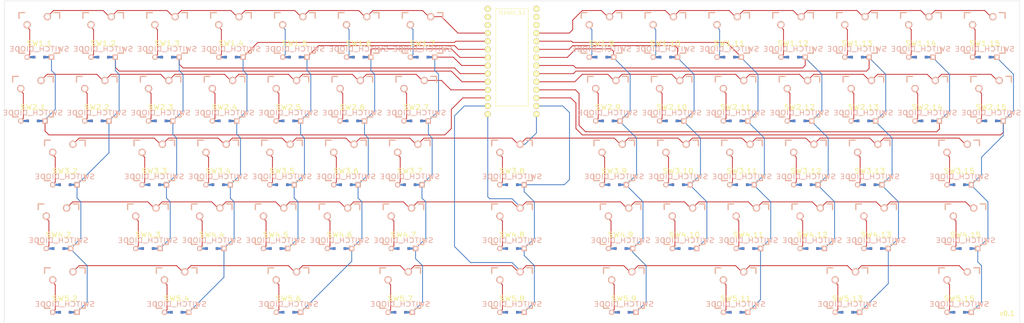
<source format=kicad_pcb>
(kicad_pcb (version 3) (host pcbnew "(2013-jul-07)-stable")
  (layers (15 F.Cu signal) (0 B.Cu signal) (18 B.Paste user hide) (19 F.Paste user hide) (20 B.SilkS user) (21 F.SilkS user) (22 B.Mask user) (23 F.Mask user) (28 Edge.Cuts user))
  (net 0 "")
  (net 1 /col-1)
  (net 2 /col-10)
  (net 3 /col-11)
  (net 4 /col-12)
  (net 5 /col-13)
  (net 6 /col-14)
  (net 7 /col-15)
  (net 8 /col-2)
  (net 9 /col-3)
  (net 10 /col-4)
  (net 11 /col-5)
  (net 12 /col-6)
  (net 13 /col-7)
  (net 14 /col-8)
  (net 15 /col-9)
  (net 16 /row-1-left)
  (net 17 /row-1-right)
  (net 18 /row-2-left)
  (net 19 /row-2-right)
  (net 20 /row-3)
  (net 21 /row-4)
  (net 22 /row-5)
  (net 23 GND)
  (net 24 N-000001)
  (net 25 N-0000010)
  (net 26 N-00000104)
  (net 27 N-00000108)
  (net 28 N-0000011)
  (net 29 N-00000110)
  (net 30 N-00000111)
  (net 31 N-00000115)
  (net 32 N-00000116)
  (net 33 N-00000118)
  (net 34 N-0000012)
  (net 35 N-00000120)
  (net 36 N-00000122)
  (net 37 N-0000013)
  (net 38 N-00000131)
  (net 39 N-0000014)
  (net 40 N-0000015)
  (net 41 N-0000016)
  (net 42 N-0000017)
  (net 43 N-0000018)
  (net 44 N-0000020)
  (net 45 N-0000021)
  (net 46 N-0000022)
  (net 47 N-0000023)
  (net 48 N-0000025)
  (net 49 N-0000026)
  (net 50 N-0000027)
  (net 51 N-0000028)
  (net 52 N-0000029)
  (net 53 N-000003)
  (net 54 N-0000030)
  (net 55 N-0000031)
  (net 56 N-0000032)
  (net 57 N-0000034)
  (net 58 N-0000035)
  (net 59 N-0000036)
  (net 60 N-0000037)
  (net 61 N-0000038)
  (net 62 N-0000039)
  (net 63 N-000004)
  (net 64 N-0000040)
  (net 65 N-000005)
  (net 66 N-0000051)
  (net 67 N-0000052)
  (net 68 N-0000053)
  (net 69 N-0000054)
  (net 70 N-000006)
  (net 71 N-0000062)
  (net 72 N-0000063)
  (net 73 N-0000064)
  (net 74 N-0000065)
  (net 75 N-0000068)
  (net 76 N-0000069)
  (net 77 N-000007)
  (net 78 N-0000070)
  (net 79 N-0000076)
  (net 80 N-0000078)
  (net 81 N-0000079)
  (net 82 N-000008)
  (net 83 N-0000080)
  (net 84 N-0000081)
  (net 85 N-0000082)
  (net 86 N-000009)
  (module MX_FLIP_DIODE_1_75 (layer F.Cu) (at 75 155)
    (fp_text reference SW5.2 (at 0 3.302) (layer F.SilkS) (effects (font (size 1.524 1.778) (thickness 0.254))))
    (fp_text value SWITCH_DIODE (at 0 5.08) (layer B.SilkS) (effects (font (size 1.524 1.778) (thickness 0.254)) (justify mirror)))
    (fp_line (start -3.81 7.62) (end -1.6637 7.62) (layer B.Cu) (width 0.6096))
    (fp_line (start 1.6637 7.62) (end 3.81 7.62) (layer B.Cu) (width 0.6096))
    (fp_line (start -3.81 7.62) (end -1.6637 7.62) (layer F.Cu) (width 0.6096))
    (fp_line (start 1.6637 7.62) (end 3.81 7.62) (layer F.Cu) (width 0.6096))
    (pad 1 thru_hole circle (at 2.54 -5.08) (size 2.286 2.286) (drill 1.4986) (layers *.Cu *.SilkS *.Mask) (net 22 /row-5))
    (pad 2 thru_hole circle (at -3.81 -2.54) (size 2.286 2.286) (drill 1.4986) (layers *.Cu *.SilkS *.Mask) (net 69 N-0000054))
    (pad "" np_thru_hole circle (at 0 0) (size 3.9878 3.9878) (drill 3.9878) (layers *.Cu))
    (pad "" np_thru_hole circle (at -5.08 0) (size 1.7018 1.7018) (drill 1.7018) (layers *.Cu))
    (pad "" np_thru_hole circle (at 5.08 0) (size 1.7018 1.7018) (drill 1.7018) (layers *.Cu))
    (pad 3 thru_hole circle (at -3.81 7.62) (size 1.651 1.651) (drill 0.9906) (layers *.Cu *.SilkS *.Mask) (net 69 N-0000054))
    (pad 4 thru_hole rect (at 3.81 7.62) (size 1.651 1.651) (drill 0.9906) (layers *.Cu *.SilkS *.Mask) (net 8 /col-2))
    (pad 99 smd rect (at -1.6637 7.62) (size 0.8382 0.8382) (layers F.Cu F.Paste F.Mask))
    (pad 99 smd rect (at -1.6637 7.62) (size 0.8382 0.8382) (layers B.Cu B.Paste B.Mask))
    (pad 99 smd rect (at 1.6637 7.62) (size 0.8382 0.8382) (layers F.Cu F.Paste F.Mask))
    (pad 99 smd rect (at 1.6637 7.62) (size 0.8382 0.8382) (layers B.Cu B.Paste B.Mask))
  )
  (module MX_FLIP_DIODE_1_75 (layer F.Cu) (at 320 155)
    (fp_text reference SW5.13 (at 0 3.302) (layer F.SilkS) (effects (font (size 1.524 1.778) (thickness 0.254))))
    (fp_text value SWITCH_DIODE (at 0 5.08) (layer B.SilkS) (effects (font (size 1.524 1.778) (thickness 0.254)) (justify mirror)))
    (fp_line (start -3.81 7.62) (end -1.6637 7.62) (layer B.Cu) (width 0.6096))
    (fp_line (start 1.6637 7.62) (end 3.81 7.62) (layer B.Cu) (width 0.6096))
    (fp_line (start -3.81 7.62) (end -1.6637 7.62) (layer F.Cu) (width 0.6096))
    (fp_line (start 1.6637 7.62) (end 3.81 7.62) (layer F.Cu) (width 0.6096))
    (pad 1 thru_hole circle (at 2.54 -5.08) (size 2.286 2.286) (drill 1.4986) (layers *.Cu *.SilkS *.Mask) (net 22 /row-5))
    (pad 2 thru_hole circle (at -3.81 -2.54) (size 2.286 2.286) (drill 1.4986) (layers *.Cu *.SilkS *.Mask) (net 68 N-0000053))
    (pad "" np_thru_hole circle (at 0 0) (size 3.9878 3.9878) (drill 3.9878) (layers *.Cu))
    (pad "" np_thru_hole circle (at -5.08 0) (size 1.7018 1.7018) (drill 1.7018) (layers *.Cu))
    (pad "" np_thru_hole circle (at 5.08 0) (size 1.7018 1.7018) (drill 1.7018) (layers *.Cu))
    (pad 3 thru_hole circle (at -3.81 7.62) (size 1.651 1.651) (drill 0.9906) (layers *.Cu *.SilkS *.Mask) (net 68 N-0000053))
    (pad 4 thru_hole rect (at 3.81 7.62) (size 1.651 1.651) (drill 0.9906) (layers *.Cu *.SilkS *.Mask) (net 5 /col-13))
    (pad 99 smd rect (at -1.6637 7.62) (size 0.8382 0.8382) (layers F.Cu F.Paste F.Mask))
    (pad 99 smd rect (at -1.6637 7.62) (size 0.8382 0.8382) (layers B.Cu B.Paste B.Mask))
    (pad 99 smd rect (at 1.6637 7.62) (size 0.8382 0.8382) (layers F.Cu F.Paste F.Mask))
    (pad 99 smd rect (at 1.6637 7.62) (size 0.8382 0.8382) (layers B.Cu B.Paste B.Mask))
  )
  (module MX_FLIP_DIODE_1_75 (layer F.Cu) (at 355 155)
    (fp_text reference SW5.15 (at 0 3.302) (layer F.SilkS) (effects (font (size 1.524 1.778) (thickness 0.254))))
    (fp_text value SWITCH_DIODE (at 0 5.08) (layer B.SilkS) (effects (font (size 1.524 1.778) (thickness 0.254)) (justify mirror)))
    (fp_line (start -3.81 7.62) (end -1.6637 7.62) (layer B.Cu) (width 0.6096))
    (fp_line (start 1.6637 7.62) (end 3.81 7.62) (layer B.Cu) (width 0.6096))
    (fp_line (start -3.81 7.62) (end -1.6637 7.62) (layer F.Cu) (width 0.6096))
    (fp_line (start 1.6637 7.62) (end 3.81 7.62) (layer F.Cu) (width 0.6096))
    (pad 1 thru_hole circle (at 2.54 -5.08) (size 2.286 2.286) (drill 1.4986) (layers *.Cu *.SilkS *.Mask) (net 22 /row-5))
    (pad 2 thru_hole circle (at -3.81 -2.54) (size 2.286 2.286) (drill 1.4986) (layers *.Cu *.SilkS *.Mask) (net 67 N-0000052))
    (pad "" np_thru_hole circle (at 0 0) (size 3.9878 3.9878) (drill 3.9878) (layers *.Cu))
    (pad "" np_thru_hole circle (at -5.08 0) (size 1.7018 1.7018) (drill 1.7018) (layers *.Cu))
    (pad "" np_thru_hole circle (at 5.08 0) (size 1.7018 1.7018) (drill 1.7018) (layers *.Cu))
    (pad 3 thru_hole circle (at -3.81 7.62) (size 1.651 1.651) (drill 0.9906) (layers *.Cu *.SilkS *.Mask) (net 67 N-0000052))
    (pad 4 thru_hole rect (at 3.81 7.62) (size 1.651 1.651) (drill 0.9906) (layers *.Cu *.SilkS *.Mask) (net 7 /col-15))
    (pad 99 smd rect (at -1.6637 7.62) (size 0.8382 0.8382) (layers F.Cu F.Paste F.Mask))
    (pad 99 smd rect (at -1.6637 7.62) (size 0.8382 0.8382) (layers B.Cu B.Paste B.Mask))
    (pad 99 smd rect (at 1.6637 7.62) (size 0.8382 0.8382) (layers F.Cu F.Paste F.Mask))
    (pad 99 smd rect (at 1.6637 7.62) (size 0.8382 0.8382) (layers B.Cu B.Paste B.Mask))
  )
  (module MX_FLIP_DIODE_1_75 (layer F.Cu) (at 355 115)
    (fp_text reference SW3.15 (at 0 3.302) (layer F.SilkS) (effects (font (size 1.524 1.778) (thickness 0.254))))
    (fp_text value SWITCH_DIODE (at 0 5.08) (layer B.SilkS) (effects (font (size 1.524 1.778) (thickness 0.254)) (justify mirror)))
    (fp_line (start -3.81 7.62) (end -1.6637 7.62) (layer B.Cu) (width 0.6096))
    (fp_line (start 1.6637 7.62) (end 3.81 7.62) (layer B.Cu) (width 0.6096))
    (fp_line (start -3.81 7.62) (end -1.6637 7.62) (layer F.Cu) (width 0.6096))
    (fp_line (start 1.6637 7.62) (end 3.81 7.62) (layer F.Cu) (width 0.6096))
    (pad 1 thru_hole circle (at 2.54 -5.08) (size 2.286 2.286) (drill 1.4986) (layers *.Cu *.SilkS *.Mask) (net 20 /row-3))
    (pad 2 thru_hole circle (at -3.81 -2.54) (size 2.286 2.286) (drill 1.4986) (layers *.Cu *.SilkS *.Mask) (net 84 N-0000081))
    (pad "" np_thru_hole circle (at 0 0) (size 3.9878 3.9878) (drill 3.9878) (layers *.Cu))
    (pad "" np_thru_hole circle (at -5.08 0) (size 1.7018 1.7018) (drill 1.7018) (layers *.Cu))
    (pad "" np_thru_hole circle (at 5.08 0) (size 1.7018 1.7018) (drill 1.7018) (layers *.Cu))
    (pad 3 thru_hole circle (at -3.81 7.62) (size 1.651 1.651) (drill 0.9906) (layers *.Cu *.SilkS *.Mask) (net 84 N-0000081))
    (pad 4 thru_hole rect (at 3.81 7.62) (size 1.651 1.651) (drill 0.9906) (layers *.Cu *.SilkS *.Mask) (net 7 /col-15))
    (pad 99 smd rect (at -1.6637 7.62) (size 0.8382 0.8382) (layers F.Cu F.Paste F.Mask))
    (pad 99 smd rect (at -1.6637 7.62) (size 0.8382 0.8382) (layers B.Cu B.Paste B.Mask))
    (pad 99 smd rect (at 1.6637 7.62) (size 0.8382 0.8382) (layers F.Cu F.Paste F.Mask))
    (pad 99 smd rect (at 1.6637 7.62) (size 0.8382 0.8382) (layers B.Cu B.Paste B.Mask))
  )
  (module MX_FLIP_DIODE_1_75 (layer F.Cu) (at 357 135)
    (fp_text reference SW4.15 (at 0 3.302) (layer F.SilkS) (effects (font (size 1.524 1.778) (thickness 0.254))))
    (fp_text value SWITCH_DIODE (at 0 5.08) (layer B.SilkS) (effects (font (size 1.524 1.778) (thickness 0.254)) (justify mirror)))
    (fp_line (start -3.81 7.62) (end -1.6637 7.62) (layer B.Cu) (width 0.6096))
    (fp_line (start 1.6637 7.62) (end 3.81 7.62) (layer B.Cu) (width 0.6096))
    (fp_line (start -3.81 7.62) (end -1.6637 7.62) (layer F.Cu) (width 0.6096))
    (fp_line (start 1.6637 7.62) (end 3.81 7.62) (layer F.Cu) (width 0.6096))
    (pad 1 thru_hole circle (at 2.54 -5.08) (size 2.286 2.286) (drill 1.4986) (layers *.Cu *.SilkS *.Mask) (net 21 /row-4))
    (pad 2 thru_hole circle (at -3.81 -2.54) (size 2.286 2.286) (drill 1.4986) (layers *.Cu *.SilkS *.Mask) (net 66 N-0000051))
    (pad "" np_thru_hole circle (at 0 0) (size 3.9878 3.9878) (drill 3.9878) (layers *.Cu))
    (pad "" np_thru_hole circle (at -5.08 0) (size 1.7018 1.7018) (drill 1.7018) (layers *.Cu))
    (pad "" np_thru_hole circle (at 5.08 0) (size 1.7018 1.7018) (drill 1.7018) (layers *.Cu))
    (pad 3 thru_hole circle (at -3.81 7.62) (size 1.651 1.651) (drill 0.9906) (layers *.Cu *.SilkS *.Mask) (net 66 N-0000051))
    (pad 4 thru_hole rect (at 3.81 7.62) (size 1.651 1.651) (drill 0.9906) (layers *.Cu *.SilkS *.Mask) (net 7 /col-15))
    (pad 99 smd rect (at -1.6637 7.62) (size 0.8382 0.8382) (layers F.Cu F.Paste F.Mask))
    (pad 99 smd rect (at -1.6637 7.62) (size 0.8382 0.8382) (layers B.Cu B.Paste B.Mask))
    (pad 99 smd rect (at 1.6637 7.62) (size 0.8382 0.8382) (layers F.Cu F.Paste F.Mask))
    (pad 99 smd rect (at 1.6637 7.62) (size 0.8382 0.8382) (layers B.Cu B.Paste B.Mask))
  )
  (module MX_FLIP_DIODE (layer F.Cu) (at 365 95)
    (fp_text reference SW2.15 (at 0 3.302) (layer F.SilkS) (effects (font (size 1.524 1.778) (thickness 0.254))))
    (fp_text value SWITCH_DIODE (at 0 5.08) (layer B.SilkS) (effects (font (size 1.524 1.778) (thickness 0.254)) (justify mirror)))
    (fp_line (start -3.81 7.62) (end -1.6637 7.62) (layer B.Cu) (width 0.6096))
    (fp_line (start 1.6637 7.62) (end 3.81 7.62) (layer B.Cu) (width 0.6096))
    (fp_line (start -3.81 7.62) (end -1.6637 7.62) (layer F.Cu) (width 0.6096))
    (fp_line (start 1.6637 7.62) (end 3.81 7.62) (layer F.Cu) (width 0.6096))
    (pad 1 thru_hole circle (at 2.54 -5.08) (size 2.286 2.286) (drill 1.4986) (layers *.Cu *.SilkS *.Mask) (net 19 /row-2-right))
    (pad 2 thru_hole circle (at -3.81 -2.54) (size 2.286 2.286) (drill 1.4986) (layers *.Cu *.SilkS *.Mask) (net 78 N-0000070))
    (pad 0 np_thru_hole circle (at 0 0) (size 3.9878 3.9878) (drill 3.9878) (layers *.Cu))
    (pad "" np_thru_hole circle (at -5.08 0) (size 1.7018 1.7018) (drill 1.7018) (layers *.Cu))
    (pad "" np_thru_hole circle (at 5.08 0) (size 1.7018 1.7018) (drill 1.7018) (layers *.Cu))
    (pad 3 thru_hole circle (at -3.81 7.62) (size 1.651 1.651) (drill 0.9906) (layers *.Cu *.SilkS *.Mask) (net 78 N-0000070))
    (pad 4 thru_hole rect (at 3.81 7.62) (size 1.651 1.651) (drill 0.9906) (layers *.Cu *.SilkS *.Mask) (net 7 /col-15))
    (pad 99 smd rect (at -1.6637 7.62) (size 0.8382 0.8382) (layers F.Cu F.Paste F.Mask))
    (pad 99 smd rect (at -1.6637 7.62) (size 0.8382 0.8382) (layers B.Cu B.Paste B.Mask))
    (pad 99 smd rect (at 1.6637 7.62) (size 0.8382 0.8382) (layers F.Cu F.Paste F.Mask))
    (pad 99 smd rect (at 1.6637 7.62) (size 0.8382 0.8382) (layers B.Cu B.Paste B.Mask))
  )
  (module MX_FLIP_DIODE (layer F.Cu) (at 123 115)
    (fp_text reference SW3.4 (at 0 3.302) (layer F.SilkS) (effects (font (size 1.524 1.778) (thickness 0.254))))
    (fp_text value SWITCH_DIODE (at 0 5.08) (layer B.SilkS) (effects (font (size 1.524 1.778) (thickness 0.254)) (justify mirror)))
    (fp_line (start -3.81 7.62) (end -1.6637 7.62) (layer B.Cu) (width 0.6096))
    (fp_line (start 1.6637 7.62) (end 3.81 7.62) (layer B.Cu) (width 0.6096))
    (fp_line (start -3.81 7.62) (end -1.6637 7.62) (layer F.Cu) (width 0.6096))
    (fp_line (start 1.6637 7.62) (end 3.81 7.62) (layer F.Cu) (width 0.6096))
    (pad 1 thru_hole circle (at 2.54 -5.08) (size 2.286 2.286) (drill 1.4986) (layers *.Cu *.SilkS *.Mask) (net 20 /row-3))
    (pad 2 thru_hole circle (at -3.81 -2.54) (size 2.286 2.286) (drill 1.4986) (layers *.Cu *.SilkS *.Mask) (net 51 N-0000028))
    (pad 0 np_thru_hole circle (at 0 0) (size 3.9878 3.9878) (drill 3.9878) (layers *.Cu))
    (pad "" np_thru_hole circle (at -5.08 0) (size 1.7018 1.7018) (drill 1.7018) (layers *.Cu))
    (pad "" np_thru_hole circle (at 5.08 0) (size 1.7018 1.7018) (drill 1.7018) (layers *.Cu))
    (pad 3 thru_hole circle (at -3.81 7.62) (size 1.651 1.651) (drill 0.9906) (layers *.Cu *.SilkS *.Mask) (net 51 N-0000028))
    (pad 4 thru_hole rect (at 3.81 7.62) (size 1.651 1.651) (drill 0.9906) (layers *.Cu *.SilkS *.Mask) (net 10 /col-4))
    (pad 99 smd rect (at -1.6637 7.62) (size 0.8382 0.8382) (layers F.Cu F.Paste F.Mask))
    (pad 99 smd rect (at -1.6637 7.62) (size 0.8382 0.8382) (layers B.Cu B.Paste B.Mask))
    (pad 99 smd rect (at 1.6637 7.62) (size 0.8382 0.8382) (layers F.Cu F.Paste F.Mask))
    (pad 99 smd rect (at 1.6637 7.62) (size 0.8382 0.8382) (layers B.Cu B.Paste B.Mask))
  )
  (module MX_FLIP_DIODE (layer F.Cu) (at 269 135)
    (fp_text reference SW4.10 (at 0 3.302) (layer F.SilkS) (effects (font (size 1.524 1.778) (thickness 0.254))))
    (fp_text value SWITCH_DIODE (at 0 5.08) (layer B.SilkS) (effects (font (size 1.524 1.778) (thickness 0.254)) (justify mirror)))
    (fp_line (start -3.81 7.62) (end -1.6637 7.62) (layer B.Cu) (width 0.6096))
    (fp_line (start 1.6637 7.62) (end 3.81 7.62) (layer B.Cu) (width 0.6096))
    (fp_line (start -3.81 7.62) (end -1.6637 7.62) (layer F.Cu) (width 0.6096))
    (fp_line (start 1.6637 7.62) (end 3.81 7.62) (layer F.Cu) (width 0.6096))
    (pad 1 thru_hole circle (at 2.54 -5.08) (size 2.286 2.286) (drill 1.4986) (layers *.Cu *.SilkS *.Mask) (net 21 /row-4))
    (pad 2 thru_hole circle (at -3.81 -2.54) (size 2.286 2.286) (drill 1.4986) (layers *.Cu *.SilkS *.Mask) (net 42 N-0000017))
    (pad 0 np_thru_hole circle (at 0 0) (size 3.9878 3.9878) (drill 3.9878) (layers *.Cu))
    (pad "" np_thru_hole circle (at -5.08 0) (size 1.7018 1.7018) (drill 1.7018) (layers *.Cu))
    (pad "" np_thru_hole circle (at 5.08 0) (size 1.7018 1.7018) (drill 1.7018) (layers *.Cu))
    (pad 3 thru_hole circle (at -3.81 7.62) (size 1.651 1.651) (drill 0.9906) (layers *.Cu *.SilkS *.Mask) (net 42 N-0000017))
    (pad 4 thru_hole rect (at 3.81 7.62) (size 1.651 1.651) (drill 0.9906) (layers *.Cu *.SilkS *.Mask) (net 2 /col-10))
    (pad 99 smd rect (at -1.6637 7.62) (size 0.8382 0.8382) (layers F.Cu F.Paste F.Mask))
    (pad 99 smd rect (at -1.6637 7.62) (size 0.8382 0.8382) (layers B.Cu B.Paste B.Mask))
    (pad 99 smd rect (at 1.6637 7.62) (size 0.8382 0.8382) (layers F.Cu F.Paste F.Mask))
    (pad 99 smd rect (at 1.6637 7.62) (size 0.8382 0.8382) (layers B.Cu B.Paste B.Mask))
  )
  (module MX_FLIP_DIODE (layer F.Cu) (at 247 115)
    (fp_text reference SW3.9 (at 0 3.302) (layer F.SilkS) (effects (font (size 1.524 1.778) (thickness 0.254))))
    (fp_text value SWITCH_DIODE (at 0 5.08) (layer B.SilkS) (effects (font (size 1.524 1.778) (thickness 0.254)) (justify mirror)))
    (fp_line (start -3.81 7.62) (end -1.6637 7.62) (layer B.Cu) (width 0.6096))
    (fp_line (start 1.6637 7.62) (end 3.81 7.62) (layer B.Cu) (width 0.6096))
    (fp_line (start -3.81 7.62) (end -1.6637 7.62) (layer F.Cu) (width 0.6096))
    (fp_line (start 1.6637 7.62) (end 3.81 7.62) (layer F.Cu) (width 0.6096))
    (pad 1 thru_hole circle (at 2.54 -5.08) (size 2.286 2.286) (drill 1.4986) (layers *.Cu *.SilkS *.Mask) (net 20 /row-3))
    (pad 2 thru_hole circle (at -3.81 -2.54) (size 2.286 2.286) (drill 1.4986) (layers *.Cu *.SilkS *.Mask) (net 63 N-000004))
    (pad 0 np_thru_hole circle (at 0 0) (size 3.9878 3.9878) (drill 3.9878) (layers *.Cu))
    (pad "" np_thru_hole circle (at -5.08 0) (size 1.7018 1.7018) (drill 1.7018) (layers *.Cu))
    (pad "" np_thru_hole circle (at 5.08 0) (size 1.7018 1.7018) (drill 1.7018) (layers *.Cu))
    (pad 3 thru_hole circle (at -3.81 7.62) (size 1.651 1.651) (drill 0.9906) (layers *.Cu *.SilkS *.Mask) (net 63 N-000004))
    (pad 4 thru_hole rect (at 3.81 7.62) (size 1.651 1.651) (drill 0.9906) (layers *.Cu *.SilkS *.Mask) (net 15 /col-9))
    (pad 99 smd rect (at -1.6637 7.62) (size 0.8382 0.8382) (layers F.Cu F.Paste F.Mask))
    (pad 99 smd rect (at -1.6637 7.62) (size 0.8382 0.8382) (layers B.Cu B.Paste B.Mask))
    (pad 99 smd rect (at 1.6637 7.62) (size 0.8382 0.8382) (layers F.Cu F.Paste F.Mask))
    (pad 99 smd rect (at 1.6637 7.62) (size 0.8382 0.8382) (layers B.Cu B.Paste B.Mask))
  )
  (module MX_FLIP_DIODE (layer F.Cu) (at 249 135)
    (fp_text reference SW4.9 (at 0 3.302) (layer F.SilkS) (effects (font (size 1.524 1.778) (thickness 0.254))))
    (fp_text value SWITCH_DIODE (at 0 5.08) (layer B.SilkS) (effects (font (size 1.524 1.778) (thickness 0.254)) (justify mirror)))
    (fp_line (start -3.81 7.62) (end -1.6637 7.62) (layer B.Cu) (width 0.6096))
    (fp_line (start 1.6637 7.62) (end 3.81 7.62) (layer B.Cu) (width 0.6096))
    (fp_line (start -3.81 7.62) (end -1.6637 7.62) (layer F.Cu) (width 0.6096))
    (fp_line (start 1.6637 7.62) (end 3.81 7.62) (layer F.Cu) (width 0.6096))
    (pad 1 thru_hole circle (at 2.54 -5.08) (size 2.286 2.286) (drill 1.4986) (layers *.Cu *.SilkS *.Mask) (net 21 /row-4))
    (pad 2 thru_hole circle (at -3.81 -2.54) (size 2.286 2.286) (drill 1.4986) (layers *.Cu *.SilkS *.Mask) (net 65 N-000005))
    (pad 0 np_thru_hole circle (at 0 0) (size 3.9878 3.9878) (drill 3.9878) (layers *.Cu))
    (pad "" np_thru_hole circle (at -5.08 0) (size 1.7018 1.7018) (drill 1.7018) (layers *.Cu))
    (pad "" np_thru_hole circle (at 5.08 0) (size 1.7018 1.7018) (drill 1.7018) (layers *.Cu))
    (pad 3 thru_hole circle (at -3.81 7.62) (size 1.651 1.651) (drill 0.9906) (layers *.Cu *.SilkS *.Mask) (net 65 N-000005))
    (pad 4 thru_hole rect (at 3.81 7.62) (size 1.651 1.651) (drill 0.9906) (layers *.Cu *.SilkS *.Mask) (net 15 /col-9))
    (pad 99 smd rect (at -1.6637 7.62) (size 0.8382 0.8382) (layers F.Cu F.Paste F.Mask))
    (pad 99 smd rect (at -1.6637 7.62) (size 0.8382 0.8382) (layers B.Cu B.Paste B.Mask))
    (pad 99 smd rect (at 1.6637 7.62) (size 0.8382 0.8382) (layers F.Cu F.Paste F.Mask))
    (pad 99 smd rect (at 1.6637 7.62) (size 0.8382 0.8382) (layers B.Cu B.Paste B.Mask))
  )
  (module MX_FLIP_DIODE (layer F.Cu) (at 187 75)
    (fp_text reference SW1.7 (at 0 3.302) (layer F.SilkS) (effects (font (size 1.524 1.778) (thickness 0.254))))
    (fp_text value SWITCH_DIODE (at 0 5.08) (layer B.SilkS) (effects (font (size 1.524 1.778) (thickness 0.254)) (justify mirror)))
    (fp_line (start -3.81 7.62) (end -1.6637 7.62) (layer B.Cu) (width 0.6096))
    (fp_line (start 1.6637 7.62) (end 3.81 7.62) (layer B.Cu) (width 0.6096))
    (fp_line (start -3.81 7.62) (end -1.6637 7.62) (layer F.Cu) (width 0.6096))
    (fp_line (start 1.6637 7.62) (end 3.81 7.62) (layer F.Cu) (width 0.6096))
    (pad 1 thru_hole circle (at 2.54 -5.08) (size 2.286 2.286) (drill 1.4986) (layers *.Cu *.SilkS *.Mask) (net 16 /row-1-left))
    (pad 2 thru_hole circle (at -3.81 -2.54) (size 2.286 2.286) (drill 1.4986) (layers *.Cu *.SilkS *.Mask) (net 57 N-0000034))
    (pad 0 np_thru_hole circle (at 0 0) (size 3.9878 3.9878) (drill 3.9878) (layers *.Cu))
    (pad "" np_thru_hole circle (at -5.08 0) (size 1.7018 1.7018) (drill 1.7018) (layers *.Cu))
    (pad "" np_thru_hole circle (at 5.08 0) (size 1.7018 1.7018) (drill 1.7018) (layers *.Cu))
    (pad 3 thru_hole circle (at -3.81 7.62) (size 1.651 1.651) (drill 0.9906) (layers *.Cu *.SilkS *.Mask) (net 57 N-0000034))
    (pad 4 thru_hole rect (at 3.81 7.62) (size 1.651 1.651) (drill 0.9906) (layers *.Cu *.SilkS *.Mask) (net 13 /col-7))
    (pad 99 smd rect (at -1.6637 7.62) (size 0.8382 0.8382) (layers F.Cu F.Paste F.Mask))
    (pad 99 smd rect (at -1.6637 7.62) (size 0.8382 0.8382) (layers B.Cu B.Paste B.Mask))
    (pad 99 smd rect (at 1.6637 7.62) (size 0.8382 0.8382) (layers F.Cu F.Paste F.Mask))
    (pad 99 smd rect (at 1.6637 7.62) (size 0.8382 0.8382) (layers B.Cu B.Paste B.Mask))
  )
  (module MX_FLIP_DIODE (layer F.Cu) (at 185 95)
    (fp_text reference SW2.7 (at 0 3.302) (layer F.SilkS) (effects (font (size 1.524 1.778) (thickness 0.254))))
    (fp_text value SWITCH_DIODE (at 0 5.08) (layer B.SilkS) (effects (font (size 1.524 1.778) (thickness 0.254)) (justify mirror)))
    (fp_line (start -3.81 7.62) (end -1.6637 7.62) (layer B.Cu) (width 0.6096))
    (fp_line (start 1.6637 7.62) (end 3.81 7.62) (layer B.Cu) (width 0.6096))
    (fp_line (start -3.81 7.62) (end -1.6637 7.62) (layer F.Cu) (width 0.6096))
    (fp_line (start 1.6637 7.62) (end 3.81 7.62) (layer F.Cu) (width 0.6096))
    (pad 1 thru_hole circle (at 2.54 -5.08) (size 2.286 2.286) (drill 1.4986) (layers *.Cu *.SilkS *.Mask) (net 18 /row-2-left))
    (pad 2 thru_hole circle (at -3.81 -2.54) (size 2.286 2.286) (drill 1.4986) (layers *.Cu *.SilkS *.Mask) (net 58 N-0000035))
    (pad 0 np_thru_hole circle (at 0 0) (size 3.9878 3.9878) (drill 3.9878) (layers *.Cu))
    (pad "" np_thru_hole circle (at -5.08 0) (size 1.7018 1.7018) (drill 1.7018) (layers *.Cu))
    (pad "" np_thru_hole circle (at 5.08 0) (size 1.7018 1.7018) (drill 1.7018) (layers *.Cu))
    (pad 3 thru_hole circle (at -3.81 7.62) (size 1.651 1.651) (drill 0.9906) (layers *.Cu *.SilkS *.Mask) (net 58 N-0000035))
    (pad 4 thru_hole rect (at 3.81 7.62) (size 1.651 1.651) (drill 0.9906) (layers *.Cu *.SilkS *.Mask) (net 13 /col-7))
    (pad 99 smd rect (at -1.6637 7.62) (size 0.8382 0.8382) (layers F.Cu F.Paste F.Mask))
    (pad 99 smd rect (at -1.6637 7.62) (size 0.8382 0.8382) (layers B.Cu B.Paste B.Mask))
    (pad 99 smd rect (at 1.6637 7.62) (size 0.8382 0.8382) (layers F.Cu F.Paste F.Mask))
    (pad 99 smd rect (at 1.6637 7.62) (size 0.8382 0.8382) (layers B.Cu B.Paste B.Mask))
  )
  (module MX_FLIP_DIODE (layer F.Cu) (at 67 75)
    (fp_text reference SW1.1 (at 0 3.302) (layer F.SilkS) (effects (font (size 1.524 1.778) (thickness 0.254))))
    (fp_text value SWITCH_DIODE (at 0 5.08) (layer B.SilkS) (effects (font (size 1.524 1.778) (thickness 0.254)) (justify mirror)))
    (fp_line (start -3.81 7.62) (end -1.6637 7.62) (layer B.Cu) (width 0.6096))
    (fp_line (start 1.6637 7.62) (end 3.81 7.62) (layer B.Cu) (width 0.6096))
    (fp_line (start -3.81 7.62) (end -1.6637 7.62) (layer F.Cu) (width 0.6096))
    (fp_line (start 1.6637 7.62) (end 3.81 7.62) (layer F.Cu) (width 0.6096))
    (pad 1 thru_hole circle (at 2.54 -5.08) (size 2.286 2.286) (drill 1.4986) (layers *.Cu *.SilkS *.Mask) (net 16 /row-1-left))
    (pad 2 thru_hole circle (at -3.81 -2.54) (size 2.286 2.286) (drill 1.4986) (layers *.Cu *.SilkS *.Mask) (net 31 N-00000115))
    (pad 0 np_thru_hole circle (at 0 0) (size 3.9878 3.9878) (drill 3.9878) (layers *.Cu))
    (pad "" np_thru_hole circle (at -5.08 0) (size 1.7018 1.7018) (drill 1.7018) (layers *.Cu))
    (pad "" np_thru_hole circle (at 5.08 0) (size 1.7018 1.7018) (drill 1.7018) (layers *.Cu))
    (pad 3 thru_hole circle (at -3.81 7.62) (size 1.651 1.651) (drill 0.9906) (layers *.Cu *.SilkS *.Mask) (net 31 N-00000115))
    (pad 4 thru_hole rect (at 3.81 7.62) (size 1.651 1.651) (drill 0.9906) (layers *.Cu *.SilkS *.Mask) (net 1 /col-1))
    (pad 99 smd rect (at -1.6637 7.62) (size 0.8382 0.8382) (layers F.Cu F.Paste F.Mask))
    (pad 99 smd rect (at -1.6637 7.62) (size 0.8382 0.8382) (layers B.Cu B.Paste B.Mask))
    (pad 99 smd rect (at 1.6637 7.62) (size 0.8382 0.8382) (layers F.Cu F.Paste F.Mask))
    (pad 99 smd rect (at 1.6637 7.62) (size 0.8382 0.8382) (layers B.Cu B.Paste B.Mask))
  )
  (module MX_FLIP_DIODE (layer F.Cu) (at 85 95)
    (fp_text reference SW2.2 (at 0 3.302) (layer F.SilkS) (effects (font (size 1.524 1.778) (thickness 0.254))))
    (fp_text value SWITCH_DIODE (at 0 5.08) (layer B.SilkS) (effects (font (size 1.524 1.778) (thickness 0.254)) (justify mirror)))
    (fp_line (start -3.81 7.62) (end -1.6637 7.62) (layer B.Cu) (width 0.6096))
    (fp_line (start 1.6637 7.62) (end 3.81 7.62) (layer B.Cu) (width 0.6096))
    (fp_line (start -3.81 7.62) (end -1.6637 7.62) (layer F.Cu) (width 0.6096))
    (fp_line (start 1.6637 7.62) (end 3.81 7.62) (layer F.Cu) (width 0.6096))
    (pad 1 thru_hole circle (at 2.54 -5.08) (size 2.286 2.286) (drill 1.4986) (layers *.Cu *.SilkS *.Mask) (net 18 /row-2-left))
    (pad 2 thru_hole circle (at -3.81 -2.54) (size 2.286 2.286) (drill 1.4986) (layers *.Cu *.SilkS *.Mask) (net 27 N-00000108))
    (pad 0 np_thru_hole circle (at 0 0) (size 3.9878 3.9878) (drill 3.9878) (layers *.Cu))
    (pad "" np_thru_hole circle (at -5.08 0) (size 1.7018 1.7018) (drill 1.7018) (layers *.Cu))
    (pad "" np_thru_hole circle (at 5.08 0) (size 1.7018 1.7018) (drill 1.7018) (layers *.Cu))
    (pad 3 thru_hole circle (at -3.81 7.62) (size 1.651 1.651) (drill 0.9906) (layers *.Cu *.SilkS *.Mask) (net 27 N-00000108))
    (pad 4 thru_hole rect (at 3.81 7.62) (size 1.651 1.651) (drill 0.9906) (layers *.Cu *.SilkS *.Mask) (net 8 /col-2))
    (pad 99 smd rect (at -1.6637 7.62) (size 0.8382 0.8382) (layers F.Cu F.Paste F.Mask))
    (pad 99 smd rect (at -1.6637 7.62) (size 0.8382 0.8382) (layers B.Cu B.Paste B.Mask))
    (pad 99 smd rect (at 1.6637 7.62) (size 0.8382 0.8382) (layers F.Cu F.Paste F.Mask))
    (pad 99 smd rect (at 1.6637 7.62) (size 0.8382 0.8382) (layers B.Cu B.Paste B.Mask))
  )
  (module MX_FLIP_DIODE (layer F.Cu) (at 103 115)
    (fp_text reference SW3.3 (at 0 3.302) (layer F.SilkS) (effects (font (size 1.524 1.778) (thickness 0.254))))
    (fp_text value SWITCH_DIODE (at 0 5.08) (layer B.SilkS) (effects (font (size 1.524 1.778) (thickness 0.254)) (justify mirror)))
    (fp_line (start -3.81 7.62) (end -1.6637 7.62) (layer B.Cu) (width 0.6096))
    (fp_line (start 1.6637 7.62) (end 3.81 7.62) (layer B.Cu) (width 0.6096))
    (fp_line (start -3.81 7.62) (end -1.6637 7.62) (layer F.Cu) (width 0.6096))
    (fp_line (start 1.6637 7.62) (end 3.81 7.62) (layer F.Cu) (width 0.6096))
    (pad 1 thru_hole circle (at 2.54 -5.08) (size 2.286 2.286) (drill 1.4986) (layers *.Cu *.SilkS *.Mask) (net 20 /row-3))
    (pad 2 thru_hole circle (at -3.81 -2.54) (size 2.286 2.286) (drill 1.4986) (layers *.Cu *.SilkS *.Mask) (net 29 N-00000110))
    (pad 0 np_thru_hole circle (at 0 0) (size 3.9878 3.9878) (drill 3.9878) (layers *.Cu))
    (pad "" np_thru_hole circle (at -5.08 0) (size 1.7018 1.7018) (drill 1.7018) (layers *.Cu))
    (pad "" np_thru_hole circle (at 5.08 0) (size 1.7018 1.7018) (drill 1.7018) (layers *.Cu))
    (pad 3 thru_hole circle (at -3.81 7.62) (size 1.651 1.651) (drill 0.9906) (layers *.Cu *.SilkS *.Mask) (net 29 N-00000110))
    (pad 4 thru_hole rect (at 3.81 7.62) (size 1.651 1.651) (drill 0.9906) (layers *.Cu *.SilkS *.Mask) (net 9 /col-3))
    (pad 99 smd rect (at -1.6637 7.62) (size 0.8382 0.8382) (layers F.Cu F.Paste F.Mask))
    (pad 99 smd rect (at -1.6637 7.62) (size 0.8382 0.8382) (layers B.Cu B.Paste B.Mask))
    (pad 99 smd rect (at 1.6637 7.62) (size 0.8382 0.8382) (layers F.Cu F.Paste F.Mask))
    (pad 99 smd rect (at 1.6637 7.62) (size 0.8382 0.8382) (layers B.Cu B.Paste B.Mask))
  )
  (module MX_FLIP_DIODE (layer F.Cu) (at 181 135)
    (fp_text reference SW4.7 (at 0 3.302) (layer F.SilkS) (effects (font (size 1.524 1.778) (thickness 0.254))))
    (fp_text value SWITCH_DIODE (at 0 5.08) (layer B.SilkS) (effects (font (size 1.524 1.778) (thickness 0.254)) (justify mirror)))
    (fp_line (start -3.81 7.62) (end -1.6637 7.62) (layer B.Cu) (width 0.6096))
    (fp_line (start 1.6637 7.62) (end 3.81 7.62) (layer B.Cu) (width 0.6096))
    (fp_line (start -3.81 7.62) (end -1.6637 7.62) (layer F.Cu) (width 0.6096))
    (fp_line (start 1.6637 7.62) (end 3.81 7.62) (layer F.Cu) (width 0.6096))
    (pad 1 thru_hole circle (at 2.54 -5.08) (size 2.286 2.286) (drill 1.4986) (layers *.Cu *.SilkS *.Mask) (net 21 /row-4))
    (pad 2 thru_hole circle (at -3.81 -2.54) (size 2.286 2.286) (drill 1.4986) (layers *.Cu *.SilkS *.Mask) (net 60 N-0000037))
    (pad 0 np_thru_hole circle (at 0 0) (size 3.9878 3.9878) (drill 3.9878) (layers *.Cu))
    (pad "" np_thru_hole circle (at -5.08 0) (size 1.7018 1.7018) (drill 1.7018) (layers *.Cu))
    (pad "" np_thru_hole circle (at 5.08 0) (size 1.7018 1.7018) (drill 1.7018) (layers *.Cu))
    (pad 3 thru_hole circle (at -3.81 7.62) (size 1.651 1.651) (drill 0.9906) (layers *.Cu *.SilkS *.Mask) (net 60 N-0000037))
    (pad 4 thru_hole rect (at 3.81 7.62) (size 1.651 1.651) (drill 0.9906) (layers *.Cu *.SilkS *.Mask) (net 13 /col-7))
    (pad 99 smd rect (at -1.6637 7.62) (size 0.8382 0.8382) (layers F.Cu F.Paste F.Mask))
    (pad 99 smd rect (at -1.6637 7.62) (size 0.8382 0.8382) (layers B.Cu B.Paste B.Mask))
    (pad 99 smd rect (at 1.6637 7.62) (size 0.8382 0.8382) (layers F.Cu F.Paste F.Mask))
    (pad 99 smd rect (at 1.6637 7.62) (size 0.8382 0.8382) (layers B.Cu B.Paste B.Mask))
  )
  (module MX_FLIP_DIODE (layer F.Cu) (at 183 115)
    (fp_text reference SW3.7 (at 0 3.302) (layer F.SilkS) (effects (font (size 1.524 1.778) (thickness 0.254))))
    (fp_text value SWITCH_DIODE (at 0 5.08) (layer B.SilkS) (effects (font (size 1.524 1.778) (thickness 0.254)) (justify mirror)))
    (fp_line (start -3.81 7.62) (end -1.6637 7.62) (layer B.Cu) (width 0.6096))
    (fp_line (start 1.6637 7.62) (end 3.81 7.62) (layer B.Cu) (width 0.6096))
    (fp_line (start -3.81 7.62) (end -1.6637 7.62) (layer F.Cu) (width 0.6096))
    (fp_line (start 1.6637 7.62) (end 3.81 7.62) (layer F.Cu) (width 0.6096))
    (pad 1 thru_hole circle (at 2.54 -5.08) (size 2.286 2.286) (drill 1.4986) (layers *.Cu *.SilkS *.Mask) (net 20 /row-3))
    (pad 2 thru_hole circle (at -3.81 -2.54) (size 2.286 2.286) (drill 1.4986) (layers *.Cu *.SilkS *.Mask) (net 59 N-0000036))
    (pad 0 np_thru_hole circle (at 0 0) (size 3.9878 3.9878) (drill 3.9878) (layers *.Cu))
    (pad "" np_thru_hole circle (at -5.08 0) (size 1.7018 1.7018) (drill 1.7018) (layers *.Cu))
    (pad "" np_thru_hole circle (at 5.08 0) (size 1.7018 1.7018) (drill 1.7018) (layers *.Cu))
    (pad 3 thru_hole circle (at -3.81 7.62) (size 1.651 1.651) (drill 0.9906) (layers *.Cu *.SilkS *.Mask) (net 59 N-0000036))
    (pad 4 thru_hole rect (at 3.81 7.62) (size 1.651 1.651) (drill 0.9906) (layers *.Cu *.SilkS *.Mask) (net 13 /col-7))
    (pad 99 smd rect (at -1.6637 7.62) (size 0.8382 0.8382) (layers F.Cu F.Paste F.Mask))
    (pad 99 smd rect (at -1.6637 7.62) (size 0.8382 0.8382) (layers B.Cu B.Paste B.Mask))
    (pad 99 smd rect (at 1.6637 7.62) (size 0.8382 0.8382) (layers F.Cu F.Paste F.Mask))
    (pad 99 smd rect (at 1.6637 7.62) (size 0.8382 0.8382) (layers B.Cu B.Paste B.Mask))
  )
  (module MX_FLIP_DIODE (layer F.Cu) (at 245 95)
    (fp_text reference SW2.9 (at 0 3.302) (layer F.SilkS) (effects (font (size 1.524 1.778) (thickness 0.254))))
    (fp_text value SWITCH_DIODE (at 0 5.08) (layer B.SilkS) (effects (font (size 1.524 1.778) (thickness 0.254)) (justify mirror)))
    (fp_line (start -3.81 7.62) (end -1.6637 7.62) (layer B.Cu) (width 0.6096))
    (fp_line (start 1.6637 7.62) (end 3.81 7.62) (layer B.Cu) (width 0.6096))
    (fp_line (start -3.81 7.62) (end -1.6637 7.62) (layer F.Cu) (width 0.6096))
    (fp_line (start 1.6637 7.62) (end 3.81 7.62) (layer F.Cu) (width 0.6096))
    (pad 1 thru_hole circle (at 2.54 -5.08) (size 2.286 2.286) (drill 1.4986) (layers *.Cu *.SilkS *.Mask) (net 19 /row-2-right))
    (pad 2 thru_hole circle (at -3.81 -2.54) (size 2.286 2.286) (drill 1.4986) (layers *.Cu *.SilkS *.Mask) (net 53 N-000003))
    (pad 0 np_thru_hole circle (at 0 0) (size 3.9878 3.9878) (drill 3.9878) (layers *.Cu))
    (pad "" np_thru_hole circle (at -5.08 0) (size 1.7018 1.7018) (drill 1.7018) (layers *.Cu))
    (pad "" np_thru_hole circle (at 5.08 0) (size 1.7018 1.7018) (drill 1.7018) (layers *.Cu))
    (pad 3 thru_hole circle (at -3.81 7.62) (size 1.651 1.651) (drill 0.9906) (layers *.Cu *.SilkS *.Mask) (net 53 N-000003))
    (pad 4 thru_hole rect (at 3.81 7.62) (size 1.651 1.651) (drill 0.9906) (layers *.Cu *.SilkS *.Mask) (net 15 /col-9))
    (pad 99 smd rect (at -1.6637 7.62) (size 0.8382 0.8382) (layers F.Cu F.Paste F.Mask))
    (pad 99 smd rect (at -1.6637 7.62) (size 0.8382 0.8382) (layers B.Cu B.Paste B.Mask))
    (pad 99 smd rect (at 1.6637 7.62) (size 0.8382 0.8382) (layers F.Cu F.Paste F.Mask))
    (pad 99 smd rect (at 1.6637 7.62) (size 0.8382 0.8382) (layers B.Cu B.Paste B.Mask))
  )
  (module MX_FLIP_DIODE (layer F.Cu) (at 167 75)
    (fp_text reference SW1.6 (at 0 3.302) (layer F.SilkS) (effects (font (size 1.524 1.778) (thickness 0.254))))
    (fp_text value SWITCH_DIODE (at 0 5.08) (layer B.SilkS) (effects (font (size 1.524 1.778) (thickness 0.254)) (justify mirror)))
    (fp_line (start -3.81 7.62) (end -1.6637 7.62) (layer B.Cu) (width 0.6096))
    (fp_line (start 1.6637 7.62) (end 3.81 7.62) (layer B.Cu) (width 0.6096))
    (fp_line (start -3.81 7.62) (end -1.6637 7.62) (layer F.Cu) (width 0.6096))
    (fp_line (start 1.6637 7.62) (end 3.81 7.62) (layer F.Cu) (width 0.6096))
    (pad 1 thru_hole circle (at 2.54 -5.08) (size 2.286 2.286) (drill 1.4986) (layers *.Cu *.SilkS *.Mask) (net 16 /row-1-left))
    (pad 2 thru_hole circle (at -3.81 -2.54) (size 2.286 2.286) (drill 1.4986) (layers *.Cu *.SilkS *.Mask) (net 48 N-0000025))
    (pad 0 np_thru_hole circle (at 0 0) (size 3.9878 3.9878) (drill 3.9878) (layers *.Cu))
    (pad "" np_thru_hole circle (at -5.08 0) (size 1.7018 1.7018) (drill 1.7018) (layers *.Cu))
    (pad "" np_thru_hole circle (at 5.08 0) (size 1.7018 1.7018) (drill 1.7018) (layers *.Cu))
    (pad 3 thru_hole circle (at -3.81 7.62) (size 1.651 1.651) (drill 0.9906) (layers *.Cu *.SilkS *.Mask) (net 48 N-0000025))
    (pad 4 thru_hole rect (at 3.81 7.62) (size 1.651 1.651) (drill 0.9906) (layers *.Cu *.SilkS *.Mask) (net 12 /col-6))
    (pad 99 smd rect (at -1.6637 7.62) (size 0.8382 0.8382) (layers F.Cu F.Paste F.Mask))
    (pad 99 smd rect (at -1.6637 7.62) (size 0.8382 0.8382) (layers B.Cu B.Paste B.Mask))
    (pad 99 smd rect (at 1.6637 7.62) (size 0.8382 0.8382) (layers F.Cu F.Paste F.Mask))
    (pad 99 smd rect (at 1.6637 7.62) (size 0.8382 0.8382) (layers B.Cu B.Paste B.Mask))
  )
  (module MX_FLIP_DIODE (layer F.Cu) (at 101 135)
    (fp_text reference SW4.3 (at 0 3.302) (layer F.SilkS) (effects (font (size 1.524 1.778) (thickness 0.254))))
    (fp_text value SWITCH_DIODE (at 0 5.08) (layer B.SilkS) (effects (font (size 1.524 1.778) (thickness 0.254)) (justify mirror)))
    (fp_line (start -3.81 7.62) (end -1.6637 7.62) (layer B.Cu) (width 0.6096))
    (fp_line (start 1.6637 7.62) (end 3.81 7.62) (layer B.Cu) (width 0.6096))
    (fp_line (start -3.81 7.62) (end -1.6637 7.62) (layer F.Cu) (width 0.6096))
    (fp_line (start 1.6637 7.62) (end 3.81 7.62) (layer F.Cu) (width 0.6096))
    (pad 1 thru_hole circle (at 2.54 -5.08) (size 2.286 2.286) (drill 1.4986) (layers *.Cu *.SilkS *.Mask) (net 21 /row-4))
    (pad 2 thru_hole circle (at -3.81 -2.54) (size 2.286 2.286) (drill 1.4986) (layers *.Cu *.SilkS *.Mask) (net 30 N-00000111))
    (pad 0 np_thru_hole circle (at 0 0) (size 3.9878 3.9878) (drill 3.9878) (layers *.Cu))
    (pad "" np_thru_hole circle (at -5.08 0) (size 1.7018 1.7018) (drill 1.7018) (layers *.Cu))
    (pad "" np_thru_hole circle (at 5.08 0) (size 1.7018 1.7018) (drill 1.7018) (layers *.Cu))
    (pad 3 thru_hole circle (at -3.81 7.62) (size 1.651 1.651) (drill 0.9906) (layers *.Cu *.SilkS *.Mask) (net 30 N-00000111))
    (pad 4 thru_hole rect (at 3.81 7.62) (size 1.651 1.651) (drill 0.9906) (layers *.Cu *.SilkS *.Mask) (net 9 /col-3))
    (pad 99 smd rect (at -1.6637 7.62) (size 0.8382 0.8382) (layers F.Cu F.Paste F.Mask))
    (pad 99 smd rect (at -1.6637 7.62) (size 0.8382 0.8382) (layers B.Cu B.Paste B.Mask))
    (pad 99 smd rect (at 1.6637 7.62) (size 0.8382 0.8382) (layers F.Cu F.Paste F.Mask))
    (pad 99 smd rect (at 1.6637 7.62) (size 0.8382 0.8382) (layers B.Cu B.Paste B.Mask))
  )
  (module MX_FLIP_DIODE (layer F.Cu) (at 161 135)
    (fp_text reference SW4.6 (at 0 3.302) (layer F.SilkS) (effects (font (size 1.524 1.778) (thickness 0.254))))
    (fp_text value SWITCH_DIODE (at 0 5.08) (layer B.SilkS) (effects (font (size 1.524 1.778) (thickness 0.254)) (justify mirror)))
    (fp_line (start -3.81 7.62) (end -1.6637 7.62) (layer B.Cu) (width 0.6096))
    (fp_line (start 1.6637 7.62) (end 3.81 7.62) (layer B.Cu) (width 0.6096))
    (fp_line (start -3.81 7.62) (end -1.6637 7.62) (layer F.Cu) (width 0.6096))
    (fp_line (start 1.6637 7.62) (end 3.81 7.62) (layer F.Cu) (width 0.6096))
    (pad 1 thru_hole circle (at 2.54 -5.08) (size 2.286 2.286) (drill 1.4986) (layers *.Cu *.SilkS *.Mask) (net 21 /row-4))
    (pad 2 thru_hole circle (at -3.81 -2.54) (size 2.286 2.286) (drill 1.4986) (layers *.Cu *.SilkS *.Mask) (net 62 N-0000039))
    (pad 0 np_thru_hole circle (at 0 0) (size 3.9878 3.9878) (drill 3.9878) (layers *.Cu))
    (pad "" np_thru_hole circle (at -5.08 0) (size 1.7018 1.7018) (drill 1.7018) (layers *.Cu))
    (pad "" np_thru_hole circle (at 5.08 0) (size 1.7018 1.7018) (drill 1.7018) (layers *.Cu))
    (pad 3 thru_hole circle (at -3.81 7.62) (size 1.651 1.651) (drill 0.9906) (layers *.Cu *.SilkS *.Mask) (net 62 N-0000039))
    (pad 4 thru_hole rect (at 3.81 7.62) (size 1.651 1.651) (drill 0.9906) (layers *.Cu *.SilkS *.Mask) (net 12 /col-6))
    (pad 99 smd rect (at -1.6637 7.62) (size 0.8382 0.8382) (layers F.Cu F.Paste F.Mask))
    (pad 99 smd rect (at -1.6637 7.62) (size 0.8382 0.8382) (layers B.Cu B.Paste B.Mask))
    (pad 99 smd rect (at 1.6637 7.62) (size 0.8382 0.8382) (layers F.Cu F.Paste F.Mask))
    (pad 99 smd rect (at 1.6637 7.62) (size 0.8382 0.8382) (layers B.Cu B.Paste B.Mask))
  )
  (module MX_FLIP_DIODE (layer F.Cu) (at 163 115)
    (fp_text reference SW3.6 (at 0 3.302) (layer F.SilkS) (effects (font (size 1.524 1.778) (thickness 0.254))))
    (fp_text value SWITCH_DIODE (at 0 5.08) (layer B.SilkS) (effects (font (size 1.524 1.778) (thickness 0.254)) (justify mirror)))
    (fp_line (start -3.81 7.62) (end -1.6637 7.62) (layer B.Cu) (width 0.6096))
    (fp_line (start 1.6637 7.62) (end 3.81 7.62) (layer B.Cu) (width 0.6096))
    (fp_line (start -3.81 7.62) (end -1.6637 7.62) (layer F.Cu) (width 0.6096))
    (fp_line (start 1.6637 7.62) (end 3.81 7.62) (layer F.Cu) (width 0.6096))
    (pad 1 thru_hole circle (at 2.54 -5.08) (size 2.286 2.286) (drill 1.4986) (layers *.Cu *.SilkS *.Mask) (net 20 /row-3))
    (pad 2 thru_hole circle (at -3.81 -2.54) (size 2.286 2.286) (drill 1.4986) (layers *.Cu *.SilkS *.Mask) (net 50 N-0000027))
    (pad 0 np_thru_hole circle (at 0 0) (size 3.9878 3.9878) (drill 3.9878) (layers *.Cu))
    (pad "" np_thru_hole circle (at -5.08 0) (size 1.7018 1.7018) (drill 1.7018) (layers *.Cu))
    (pad "" np_thru_hole circle (at 5.08 0) (size 1.7018 1.7018) (drill 1.7018) (layers *.Cu))
    (pad 3 thru_hole circle (at -3.81 7.62) (size 1.651 1.651) (drill 0.9906) (layers *.Cu *.SilkS *.Mask) (net 50 N-0000027))
    (pad 4 thru_hole rect (at 3.81 7.62) (size 1.651 1.651) (drill 0.9906) (layers *.Cu *.SilkS *.Mask) (net 12 /col-6))
    (pad 99 smd rect (at -1.6637 7.62) (size 0.8382 0.8382) (layers F.Cu F.Paste F.Mask))
    (pad 99 smd rect (at -1.6637 7.62) (size 0.8382 0.8382) (layers B.Cu B.Paste B.Mask))
    (pad 99 smd rect (at 1.6637 7.62) (size 0.8382 0.8382) (layers F.Cu F.Paste F.Mask))
    (pad 99 smd rect (at 1.6637 7.62) (size 0.8382 0.8382) (layers B.Cu B.Paste B.Mask))
  )
  (module MX_FLIP_DIODE (layer F.Cu) (at 145 95)
    (fp_text reference SW2.5 (at 0 3.302) (layer F.SilkS) (effects (font (size 1.524 1.778) (thickness 0.254))))
    (fp_text value SWITCH_DIODE (at 0 5.08) (layer B.SilkS) (effects (font (size 1.524 1.778) (thickness 0.254)) (justify mirror)))
    (fp_line (start -3.81 7.62) (end -1.6637 7.62) (layer B.Cu) (width 0.6096))
    (fp_line (start 1.6637 7.62) (end 3.81 7.62) (layer B.Cu) (width 0.6096))
    (fp_line (start -3.81 7.62) (end -1.6637 7.62) (layer F.Cu) (width 0.6096))
    (fp_line (start 1.6637 7.62) (end 3.81 7.62) (layer F.Cu) (width 0.6096))
    (pad 1 thru_hole circle (at 2.54 -5.08) (size 2.286 2.286) (drill 1.4986) (layers *.Cu *.SilkS *.Mask) (net 18 /row-2-left))
    (pad 2 thru_hole circle (at -3.81 -2.54) (size 2.286 2.286) (drill 1.4986) (layers *.Cu *.SilkS *.Mask) (net 45 N-0000021))
    (pad 0 np_thru_hole circle (at 0 0) (size 3.9878 3.9878) (drill 3.9878) (layers *.Cu))
    (pad "" np_thru_hole circle (at -5.08 0) (size 1.7018 1.7018) (drill 1.7018) (layers *.Cu))
    (pad "" np_thru_hole circle (at 5.08 0) (size 1.7018 1.7018) (drill 1.7018) (layers *.Cu))
    (pad 3 thru_hole circle (at -3.81 7.62) (size 1.651 1.651) (drill 0.9906) (layers *.Cu *.SilkS *.Mask) (net 45 N-0000021))
    (pad 4 thru_hole rect (at 3.81 7.62) (size 1.651 1.651) (drill 0.9906) (layers *.Cu *.SilkS *.Mask) (net 11 /col-5))
    (pad 99 smd rect (at -1.6637 7.62) (size 0.8382 0.8382) (layers F.Cu F.Paste F.Mask))
    (pad 99 smd rect (at -1.6637 7.62) (size 0.8382 0.8382) (layers B.Cu B.Paste B.Mask))
    (pad 99 smd rect (at 1.6637 7.62) (size 0.8382 0.8382) (layers F.Cu F.Paste F.Mask))
    (pad 99 smd rect (at 1.6637 7.62) (size 0.8382 0.8382) (layers B.Cu B.Paste B.Mask))
  )
  (module MX_FLIP_DIODE (layer F.Cu) (at 147 75)
    (fp_text reference SW1.5 (at 0 3.302) (layer F.SilkS) (effects (font (size 1.524 1.778) (thickness 0.254))))
    (fp_text value SWITCH_DIODE (at 0 5.08) (layer B.SilkS) (effects (font (size 1.524 1.778) (thickness 0.254)) (justify mirror)))
    (fp_line (start -3.81 7.62) (end -1.6637 7.62) (layer B.Cu) (width 0.6096))
    (fp_line (start 1.6637 7.62) (end 3.81 7.62) (layer B.Cu) (width 0.6096))
    (fp_line (start -3.81 7.62) (end -1.6637 7.62) (layer F.Cu) (width 0.6096))
    (fp_line (start 1.6637 7.62) (end 3.81 7.62) (layer F.Cu) (width 0.6096))
    (pad 1 thru_hole circle (at 2.54 -5.08) (size 2.286 2.286) (drill 1.4986) (layers *.Cu *.SilkS *.Mask) (net 16 /row-1-left))
    (pad 2 thru_hole circle (at -3.81 -2.54) (size 2.286 2.286) (drill 1.4986) (layers *.Cu *.SilkS *.Mask) (net 44 N-0000020))
    (pad 0 np_thru_hole circle (at 0 0) (size 3.9878 3.9878) (drill 3.9878) (layers *.Cu))
    (pad "" np_thru_hole circle (at -5.08 0) (size 1.7018 1.7018) (drill 1.7018) (layers *.Cu))
    (pad "" np_thru_hole circle (at 5.08 0) (size 1.7018 1.7018) (drill 1.7018) (layers *.Cu))
    (pad 3 thru_hole circle (at -3.81 7.62) (size 1.651 1.651) (drill 0.9906) (layers *.Cu *.SilkS *.Mask) (net 44 N-0000020))
    (pad 4 thru_hole rect (at 3.81 7.62) (size 1.651 1.651) (drill 0.9906) (layers *.Cu *.SilkS *.Mask) (net 11 /col-5))
    (pad 99 smd rect (at -1.6637 7.62) (size 0.8382 0.8382) (layers F.Cu F.Paste F.Mask))
    (pad 99 smd rect (at -1.6637 7.62) (size 0.8382 0.8382) (layers B.Cu B.Paste B.Mask))
    (pad 99 smd rect (at 1.6637 7.62) (size 0.8382 0.8382) (layers F.Cu F.Paste F.Mask))
    (pad 99 smd rect (at 1.6637 7.62) (size 0.8382 0.8382) (layers B.Cu B.Paste B.Mask))
  )
  (module MX_FLIP_DIODE (layer F.Cu) (at 141 135)
    (fp_text reference SW4.5 (at 0 3.302) (layer F.SilkS) (effects (font (size 1.524 1.778) (thickness 0.254))))
    (fp_text value SWITCH_DIODE (at 0 5.08) (layer B.SilkS) (effects (font (size 1.524 1.778) (thickness 0.254)) (justify mirror)))
    (fp_line (start -3.81 7.62) (end -1.6637 7.62) (layer B.Cu) (width 0.6096))
    (fp_line (start 1.6637 7.62) (end 3.81 7.62) (layer B.Cu) (width 0.6096))
    (fp_line (start -3.81 7.62) (end -1.6637 7.62) (layer F.Cu) (width 0.6096))
    (fp_line (start 1.6637 7.62) (end 3.81 7.62) (layer F.Cu) (width 0.6096))
    (pad 1 thru_hole circle (at 2.54 -5.08) (size 2.286 2.286) (drill 1.4986) (layers *.Cu *.SilkS *.Mask) (net 21 /row-4))
    (pad 2 thru_hole circle (at -3.81 -2.54) (size 2.286 2.286) (drill 1.4986) (layers *.Cu *.SilkS *.Mask) (net 47 N-0000023))
    (pad 0 np_thru_hole circle (at 0 0) (size 3.9878 3.9878) (drill 3.9878) (layers *.Cu))
    (pad "" np_thru_hole circle (at -5.08 0) (size 1.7018 1.7018) (drill 1.7018) (layers *.Cu))
    (pad "" np_thru_hole circle (at 5.08 0) (size 1.7018 1.7018) (drill 1.7018) (layers *.Cu))
    (pad 3 thru_hole circle (at -3.81 7.62) (size 1.651 1.651) (drill 0.9906) (layers *.Cu *.SilkS *.Mask) (net 47 N-0000023))
    (pad 4 thru_hole rect (at 3.81 7.62) (size 1.651 1.651) (drill 0.9906) (layers *.Cu *.SilkS *.Mask) (net 11 /col-5))
    (pad 99 smd rect (at -1.6637 7.62) (size 0.8382 0.8382) (layers F.Cu F.Paste F.Mask))
    (pad 99 smd rect (at -1.6637 7.62) (size 0.8382 0.8382) (layers B.Cu B.Paste B.Mask))
    (pad 99 smd rect (at 1.6637 7.62) (size 0.8382 0.8382) (layers F.Cu F.Paste F.Mask))
    (pad 99 smd rect (at 1.6637 7.62) (size 0.8382 0.8382) (layers B.Cu B.Paste B.Mask))
  )
  (module MX_FLIP_DIODE (layer F.Cu) (at 143 115)
    (fp_text reference SW3.5 (at 0 3.302) (layer F.SilkS) (effects (font (size 1.524 1.778) (thickness 0.254))))
    (fp_text value SWITCH_DIODE (at 0 5.08) (layer B.SilkS) (effects (font (size 1.524 1.778) (thickness 0.254)) (justify mirror)))
    (fp_line (start -3.81 7.62) (end -1.6637 7.62) (layer B.Cu) (width 0.6096))
    (fp_line (start 1.6637 7.62) (end 3.81 7.62) (layer B.Cu) (width 0.6096))
    (fp_line (start -3.81 7.62) (end -1.6637 7.62) (layer F.Cu) (width 0.6096))
    (fp_line (start 1.6637 7.62) (end 3.81 7.62) (layer F.Cu) (width 0.6096))
    (pad 1 thru_hole circle (at 2.54 -5.08) (size 2.286 2.286) (drill 1.4986) (layers *.Cu *.SilkS *.Mask) (net 20 /row-3))
    (pad 2 thru_hole circle (at -3.81 -2.54) (size 2.286 2.286) (drill 1.4986) (layers *.Cu *.SilkS *.Mask) (net 46 N-0000022))
    (pad 0 np_thru_hole circle (at 0 0) (size 3.9878 3.9878) (drill 3.9878) (layers *.Cu))
    (pad "" np_thru_hole circle (at -5.08 0) (size 1.7018 1.7018) (drill 1.7018) (layers *.Cu))
    (pad "" np_thru_hole circle (at 5.08 0) (size 1.7018 1.7018) (drill 1.7018) (layers *.Cu))
    (pad 3 thru_hole circle (at -3.81 7.62) (size 1.651 1.651) (drill 0.9906) (layers *.Cu *.SilkS *.Mask) (net 46 N-0000022))
    (pad 4 thru_hole rect (at 3.81 7.62) (size 1.651 1.651) (drill 0.9906) (layers *.Cu *.SilkS *.Mask) (net 11 /col-5))
    (pad 99 smd rect (at -1.6637 7.62) (size 0.8382 0.8382) (layers F.Cu F.Paste F.Mask))
    (pad 99 smd rect (at -1.6637 7.62) (size 0.8382 0.8382) (layers B.Cu B.Paste B.Mask))
    (pad 99 smd rect (at 1.6637 7.62) (size 0.8382 0.8382) (layers F.Cu F.Paste F.Mask))
    (pad 99 smd rect (at 1.6637 7.62) (size 0.8382 0.8382) (layers B.Cu B.Paste B.Mask))
  )
  (module MX_FLIP_DIODE (layer F.Cu) (at 125 95)
    (fp_text reference SW2.4 (at 0 3.302) (layer F.SilkS) (effects (font (size 1.524 1.778) (thickness 0.254))))
    (fp_text value SWITCH_DIODE (at 0 5.08) (layer B.SilkS) (effects (font (size 1.524 1.778) (thickness 0.254)) (justify mirror)))
    (fp_line (start -3.81 7.62) (end -1.6637 7.62) (layer B.Cu) (width 0.6096))
    (fp_line (start 1.6637 7.62) (end 3.81 7.62) (layer B.Cu) (width 0.6096))
    (fp_line (start -3.81 7.62) (end -1.6637 7.62) (layer F.Cu) (width 0.6096))
    (fp_line (start 1.6637 7.62) (end 3.81 7.62) (layer F.Cu) (width 0.6096))
    (pad 1 thru_hole circle (at 2.54 -5.08) (size 2.286 2.286) (drill 1.4986) (layers *.Cu *.SilkS *.Mask) (net 18 /row-2-left))
    (pad 2 thru_hole circle (at -3.81 -2.54) (size 2.286 2.286) (drill 1.4986) (layers *.Cu *.SilkS *.Mask) (net 54 N-0000030))
    (pad 0 np_thru_hole circle (at 0 0) (size 3.9878 3.9878) (drill 3.9878) (layers *.Cu))
    (pad "" np_thru_hole circle (at -5.08 0) (size 1.7018 1.7018) (drill 1.7018) (layers *.Cu))
    (pad "" np_thru_hole circle (at 5.08 0) (size 1.7018 1.7018) (drill 1.7018) (layers *.Cu))
    (pad 3 thru_hole circle (at -3.81 7.62) (size 1.651 1.651) (drill 0.9906) (layers *.Cu *.SilkS *.Mask) (net 54 N-0000030))
    (pad 4 thru_hole rect (at 3.81 7.62) (size 1.651 1.651) (drill 0.9906) (layers *.Cu *.SilkS *.Mask) (net 10 /col-4))
    (pad 99 smd rect (at -1.6637 7.62) (size 0.8382 0.8382) (layers F.Cu F.Paste F.Mask))
    (pad 99 smd rect (at -1.6637 7.62) (size 0.8382 0.8382) (layers B.Cu B.Paste B.Mask))
    (pad 99 smd rect (at 1.6637 7.62) (size 0.8382 0.8382) (layers F.Cu F.Paste F.Mask))
    (pad 99 smd rect (at 1.6637 7.62) (size 0.8382 0.8382) (layers B.Cu B.Paste B.Mask))
  )
  (module MX_FLIP_DIODE (layer F.Cu) (at 127 75)
    (fp_text reference SW1.4 (at 0 3.302) (layer F.SilkS) (effects (font (size 1.524 1.778) (thickness 0.254))))
    (fp_text value SWITCH_DIODE (at 0 5.08) (layer B.SilkS) (effects (font (size 1.524 1.778) (thickness 0.254)) (justify mirror)))
    (fp_line (start -3.81 7.62) (end -1.6637 7.62) (layer B.Cu) (width 0.6096))
    (fp_line (start 1.6637 7.62) (end 3.81 7.62) (layer B.Cu) (width 0.6096))
    (fp_line (start -3.81 7.62) (end -1.6637 7.62) (layer F.Cu) (width 0.6096))
    (fp_line (start 1.6637 7.62) (end 3.81 7.62) (layer F.Cu) (width 0.6096))
    (pad 1 thru_hole circle (at 2.54 -5.08) (size 2.286 2.286) (drill 1.4986) (layers *.Cu *.SilkS *.Mask) (net 16 /row-1-left))
    (pad 2 thru_hole circle (at -3.81 -2.54) (size 2.286 2.286) (drill 1.4986) (layers *.Cu *.SilkS *.Mask) (net 52 N-0000029))
    (pad 0 np_thru_hole circle (at 0 0) (size 3.9878 3.9878) (drill 3.9878) (layers *.Cu))
    (pad "" np_thru_hole circle (at -5.08 0) (size 1.7018 1.7018) (drill 1.7018) (layers *.Cu))
    (pad "" np_thru_hole circle (at 5.08 0) (size 1.7018 1.7018) (drill 1.7018) (layers *.Cu))
    (pad 3 thru_hole circle (at -3.81 7.62) (size 1.651 1.651) (drill 0.9906) (layers *.Cu *.SilkS *.Mask) (net 52 N-0000029))
    (pad 4 thru_hole rect (at 3.81 7.62) (size 1.651 1.651) (drill 0.9906) (layers *.Cu *.SilkS *.Mask) (net 10 /col-4))
    (pad 99 smd rect (at -1.6637 7.62) (size 0.8382 0.8382) (layers F.Cu F.Paste F.Mask))
    (pad 99 smd rect (at -1.6637 7.62) (size 0.8382 0.8382) (layers B.Cu B.Paste B.Mask))
    (pad 99 smd rect (at 1.6637 7.62) (size 0.8382 0.8382) (layers F.Cu F.Paste F.Mask))
    (pad 99 smd rect (at 1.6637 7.62) (size 0.8382 0.8382) (layers B.Cu B.Paste B.Mask))
  )
  (module MX_FLIP_DIODE (layer F.Cu) (at 105 95)
    (fp_text reference SW2.3 (at 0 3.302) (layer F.SilkS) (effects (font (size 1.524 1.778) (thickness 0.254))))
    (fp_text value SWITCH_DIODE (at 0 5.08) (layer B.SilkS) (effects (font (size 1.524 1.778) (thickness 0.254)) (justify mirror)))
    (fp_line (start -3.81 7.62) (end -1.6637 7.62) (layer B.Cu) (width 0.6096))
    (fp_line (start 1.6637 7.62) (end 3.81 7.62) (layer B.Cu) (width 0.6096))
    (fp_line (start -3.81 7.62) (end -1.6637 7.62) (layer F.Cu) (width 0.6096))
    (fp_line (start 1.6637 7.62) (end 3.81 7.62) (layer F.Cu) (width 0.6096))
    (pad 1 thru_hole circle (at 2.54 -5.08) (size 2.286 2.286) (drill 1.4986) (layers *.Cu *.SilkS *.Mask) (net 18 /row-2-left))
    (pad 2 thru_hole circle (at -3.81 -2.54) (size 2.286 2.286) (drill 1.4986) (layers *.Cu *.SilkS *.Mask) (net 38 N-00000131))
    (pad 0 np_thru_hole circle (at 0 0) (size 3.9878 3.9878) (drill 3.9878) (layers *.Cu))
    (pad "" np_thru_hole circle (at -5.08 0) (size 1.7018 1.7018) (drill 1.7018) (layers *.Cu))
    (pad "" np_thru_hole circle (at 5.08 0) (size 1.7018 1.7018) (drill 1.7018) (layers *.Cu))
    (pad 3 thru_hole circle (at -3.81 7.62) (size 1.651 1.651) (drill 0.9906) (layers *.Cu *.SilkS *.Mask) (net 38 N-00000131))
    (pad 4 thru_hole rect (at 3.81 7.62) (size 1.651 1.651) (drill 0.9906) (layers *.Cu *.SilkS *.Mask) (net 9 /col-3))
    (pad 99 smd rect (at -1.6637 7.62) (size 0.8382 0.8382) (layers F.Cu F.Paste F.Mask))
    (pad 99 smd rect (at -1.6637 7.62) (size 0.8382 0.8382) (layers B.Cu B.Paste B.Mask))
    (pad 99 smd rect (at 1.6637 7.62) (size 0.8382 0.8382) (layers F.Cu F.Paste F.Mask))
    (pad 99 smd rect (at 1.6637 7.62) (size 0.8382 0.8382) (layers B.Cu B.Paste B.Mask))
  )
  (module MX_FLIP_DIODE (layer F.Cu) (at 121 135)
    (fp_text reference SW4.4 (at 0 3.302) (layer F.SilkS) (effects (font (size 1.524 1.778) (thickness 0.254))))
    (fp_text value SWITCH_DIODE (at 0 5.08) (layer B.SilkS) (effects (font (size 1.524 1.778) (thickness 0.254)) (justify mirror)))
    (fp_line (start -3.81 7.62) (end -1.6637 7.62) (layer B.Cu) (width 0.6096))
    (fp_line (start 1.6637 7.62) (end 3.81 7.62) (layer B.Cu) (width 0.6096))
    (fp_line (start -3.81 7.62) (end -1.6637 7.62) (layer F.Cu) (width 0.6096))
    (fp_line (start 1.6637 7.62) (end 3.81 7.62) (layer F.Cu) (width 0.6096))
    (pad 1 thru_hole circle (at 2.54 -5.08) (size 2.286 2.286) (drill 1.4986) (layers *.Cu *.SilkS *.Mask) (net 21 /row-4))
    (pad 2 thru_hole circle (at -3.81 -2.54) (size 2.286 2.286) (drill 1.4986) (layers *.Cu *.SilkS *.Mask) (net 55 N-0000031))
    (pad 0 np_thru_hole circle (at 0 0) (size 3.9878 3.9878) (drill 3.9878) (layers *.Cu))
    (pad "" np_thru_hole circle (at -5.08 0) (size 1.7018 1.7018) (drill 1.7018) (layers *.Cu))
    (pad "" np_thru_hole circle (at 5.08 0) (size 1.7018 1.7018) (drill 1.7018) (layers *.Cu))
    (pad 3 thru_hole circle (at -3.81 7.62) (size 1.651 1.651) (drill 0.9906) (layers *.Cu *.SilkS *.Mask) (net 55 N-0000031))
    (pad 4 thru_hole rect (at 3.81 7.62) (size 1.651 1.651) (drill 0.9906) (layers *.Cu *.SilkS *.Mask) (net 10 /col-4))
    (pad 99 smd rect (at -1.6637 7.62) (size 0.8382 0.8382) (layers F.Cu F.Paste F.Mask))
    (pad 99 smd rect (at -1.6637 7.62) (size 0.8382 0.8382) (layers B.Cu B.Paste B.Mask))
    (pad 99 smd rect (at 1.6637 7.62) (size 0.8382 0.8382) (layers F.Cu F.Paste F.Mask))
    (pad 99 smd rect (at 1.6637 7.62) (size 0.8382 0.8382) (layers B.Cu B.Paste B.Mask))
  )
  (module MX_FLIP_DIODE (layer F.Cu) (at 165 95)
    (fp_text reference SW2.6 (at 0 3.302) (layer F.SilkS) (effects (font (size 1.524 1.778) (thickness 0.254))))
    (fp_text value SWITCH_DIODE (at 0 5.08) (layer B.SilkS) (effects (font (size 1.524 1.778) (thickness 0.254)) (justify mirror)))
    (fp_line (start -3.81 7.62) (end -1.6637 7.62) (layer B.Cu) (width 0.6096))
    (fp_line (start 1.6637 7.62) (end 3.81 7.62) (layer B.Cu) (width 0.6096))
    (fp_line (start -3.81 7.62) (end -1.6637 7.62) (layer F.Cu) (width 0.6096))
    (fp_line (start 1.6637 7.62) (end 3.81 7.62) (layer F.Cu) (width 0.6096))
    (pad 1 thru_hole circle (at 2.54 -5.08) (size 2.286 2.286) (drill 1.4986) (layers *.Cu *.SilkS *.Mask) (net 18 /row-2-left))
    (pad 2 thru_hole circle (at -3.81 -2.54) (size 2.286 2.286) (drill 1.4986) (layers *.Cu *.SilkS *.Mask) (net 49 N-0000026))
    (pad 0 np_thru_hole circle (at 0 0) (size 3.9878 3.9878) (drill 3.9878) (layers *.Cu))
    (pad "" np_thru_hole circle (at -5.08 0) (size 1.7018 1.7018) (drill 1.7018) (layers *.Cu))
    (pad "" np_thru_hole circle (at 5.08 0) (size 1.7018 1.7018) (drill 1.7018) (layers *.Cu))
    (pad 3 thru_hole circle (at -3.81 7.62) (size 1.651 1.651) (drill 0.9906) (layers *.Cu *.SilkS *.Mask) (net 49 N-0000026))
    (pad 4 thru_hole rect (at 3.81 7.62) (size 1.651 1.651) (drill 0.9906) (layers *.Cu *.SilkS *.Mask) (net 12 /col-6))
    (pad 99 smd rect (at -1.6637 7.62) (size 0.8382 0.8382) (layers F.Cu F.Paste F.Mask))
    (pad 99 smd rect (at -1.6637 7.62) (size 0.8382 0.8382) (layers B.Cu B.Paste B.Mask))
    (pad 99 smd rect (at 1.6637 7.62) (size 0.8382 0.8382) (layers F.Cu F.Paste F.Mask))
    (pad 99 smd rect (at 1.6637 7.62) (size 0.8382 0.8382) (layers B.Cu B.Paste B.Mask))
  )
  (module MX_FLIP_DIODE (layer F.Cu) (at 87 75)
    (fp_text reference SW1.2 (at 0 3.302) (layer F.SilkS) (effects (font (size 1.524 1.778) (thickness 0.254))))
    (fp_text value SWITCH_DIODE (at 0 5.08) (layer B.SilkS) (effects (font (size 1.524 1.778) (thickness 0.254)) (justify mirror)))
    (fp_line (start -3.81 7.62) (end -1.6637 7.62) (layer B.Cu) (width 0.6096))
    (fp_line (start 1.6637 7.62) (end 3.81 7.62) (layer B.Cu) (width 0.6096))
    (fp_line (start -3.81 7.62) (end -1.6637 7.62) (layer F.Cu) (width 0.6096))
    (fp_line (start 1.6637 7.62) (end 3.81 7.62) (layer F.Cu) (width 0.6096))
    (pad 1 thru_hole circle (at 2.54 -5.08) (size 2.286 2.286) (drill 1.4986) (layers *.Cu *.SilkS *.Mask) (net 16 /row-1-left))
    (pad 2 thru_hole circle (at -3.81 -2.54) (size 2.286 2.286) (drill 1.4986) (layers *.Cu *.SilkS *.Mask) (net 32 N-00000116))
    (pad 0 np_thru_hole circle (at 0 0) (size 3.9878 3.9878) (drill 3.9878) (layers *.Cu))
    (pad "" np_thru_hole circle (at -5.08 0) (size 1.7018 1.7018) (drill 1.7018) (layers *.Cu))
    (pad "" np_thru_hole circle (at 5.08 0) (size 1.7018 1.7018) (drill 1.7018) (layers *.Cu))
    (pad 3 thru_hole circle (at -3.81 7.62) (size 1.651 1.651) (drill 0.9906) (layers *.Cu *.SilkS *.Mask) (net 32 N-00000116))
    (pad 4 thru_hole rect (at 3.81 7.62) (size 1.651 1.651) (drill 0.9906) (layers *.Cu *.SilkS *.Mask) (net 8 /col-2))
    (pad 99 smd rect (at -1.6637 7.62) (size 0.8382 0.8382) (layers F.Cu F.Paste F.Mask))
    (pad 99 smd rect (at -1.6637 7.62) (size 0.8382 0.8382) (layers B.Cu B.Paste B.Mask))
    (pad 99 smd rect (at 1.6637 7.62) (size 0.8382 0.8382) (layers F.Cu F.Paste F.Mask))
    (pad 99 smd rect (at 1.6637 7.62) (size 0.8382 0.8382) (layers B.Cu B.Paste B.Mask))
  )
  (module MX_FLIP_DIODE (layer F.Cu) (at 107 75)
    (fp_text reference SW1.3 (at 0 3.302) (layer F.SilkS) (effects (font (size 1.524 1.778) (thickness 0.254))))
    (fp_text value SWITCH_DIODE (at 0 5.08) (layer B.SilkS) (effects (font (size 1.524 1.778) (thickness 0.254)) (justify mirror)))
    (fp_line (start -3.81 7.62) (end -1.6637 7.62) (layer B.Cu) (width 0.6096))
    (fp_line (start 1.6637 7.62) (end 3.81 7.62) (layer B.Cu) (width 0.6096))
    (fp_line (start -3.81 7.62) (end -1.6637 7.62) (layer F.Cu) (width 0.6096))
    (fp_line (start 1.6637 7.62) (end 3.81 7.62) (layer F.Cu) (width 0.6096))
    (pad 1 thru_hole circle (at 2.54 -5.08) (size 2.286 2.286) (drill 1.4986) (layers *.Cu *.SilkS *.Mask) (net 16 /row-1-left))
    (pad 2 thru_hole circle (at -3.81 -2.54) (size 2.286 2.286) (drill 1.4986) (layers *.Cu *.SilkS *.Mask) (net 33 N-00000118))
    (pad 0 np_thru_hole circle (at 0 0) (size 3.9878 3.9878) (drill 3.9878) (layers *.Cu))
    (pad "" np_thru_hole circle (at -5.08 0) (size 1.7018 1.7018) (drill 1.7018) (layers *.Cu))
    (pad "" np_thru_hole circle (at 5.08 0) (size 1.7018 1.7018) (drill 1.7018) (layers *.Cu))
    (pad 3 thru_hole circle (at -3.81 7.62) (size 1.651 1.651) (drill 0.9906) (layers *.Cu *.SilkS *.Mask) (net 33 N-00000118))
    (pad 4 thru_hole rect (at 3.81 7.62) (size 1.651 1.651) (drill 0.9906) (layers *.Cu *.SilkS *.Mask) (net 9 /col-3))
    (pad 99 smd rect (at -1.6637 7.62) (size 0.8382 0.8382) (layers F.Cu F.Paste F.Mask))
    (pad 99 smd rect (at -1.6637 7.62) (size 0.8382 0.8382) (layers B.Cu B.Paste B.Mask))
    (pad 99 smd rect (at 1.6637 7.62) (size 0.8382 0.8382) (layers F.Cu F.Paste F.Mask))
    (pad 99 smd rect (at 1.6637 7.62) (size 0.8382 0.8382) (layers B.Cu B.Paste B.Mask))
  )
  (module MX_FLIP_DIODE (layer F.Cu) (at 65 95)
    (fp_text reference SW2.1 (at 0 3.302) (layer F.SilkS) (effects (font (size 1.524 1.778) (thickness 0.254))))
    (fp_text value SWITCH_DIODE (at 0 5.08) (layer B.SilkS) (effects (font (size 1.524 1.778) (thickness 0.254)) (justify mirror)))
    (fp_line (start -3.81 7.62) (end -1.6637 7.62) (layer B.Cu) (width 0.6096))
    (fp_line (start 1.6637 7.62) (end 3.81 7.62) (layer B.Cu) (width 0.6096))
    (fp_line (start -3.81 7.62) (end -1.6637 7.62) (layer F.Cu) (width 0.6096))
    (fp_line (start 1.6637 7.62) (end 3.81 7.62) (layer F.Cu) (width 0.6096))
    (pad 1 thru_hole circle (at 2.54 -5.08) (size 2.286 2.286) (drill 1.4986) (layers *.Cu *.SilkS *.Mask) (net 18 /row-2-left))
    (pad 2 thru_hole circle (at -3.81 -2.54) (size 2.286 2.286) (drill 1.4986) (layers *.Cu *.SilkS *.Mask) (net 35 N-00000120))
    (pad 0 np_thru_hole circle (at 0 0) (size 3.9878 3.9878) (drill 3.9878) (layers *.Cu))
    (pad "" np_thru_hole circle (at -5.08 0) (size 1.7018 1.7018) (drill 1.7018) (layers *.Cu))
    (pad "" np_thru_hole circle (at 5.08 0) (size 1.7018 1.7018) (drill 1.7018) (layers *.Cu))
    (pad 3 thru_hole circle (at -3.81 7.62) (size 1.651 1.651) (drill 0.9906) (layers *.Cu *.SilkS *.Mask) (net 35 N-00000120))
    (pad 4 thru_hole rect (at 3.81 7.62) (size 1.651 1.651) (drill 0.9906) (layers *.Cu *.SilkS *.Mask) (net 1 /col-1))
    (pad 99 smd rect (at -1.6637 7.62) (size 0.8382 0.8382) (layers F.Cu F.Paste F.Mask))
    (pad 99 smd rect (at -1.6637 7.62) (size 0.8382 0.8382) (layers B.Cu B.Paste B.Mask))
    (pad 99 smd rect (at 1.6637 7.62) (size 0.8382 0.8382) (layers F.Cu F.Paste F.Mask))
    (pad 99 smd rect (at 1.6637 7.62) (size 0.8382 0.8382) (layers B.Cu B.Paste B.Mask))
  )
  (module MX_FLIP_DIODE (layer F.Cu) (at 363 75)
    (fp_text reference SW1.15 (at 0 3.302) (layer F.SilkS) (effects (font (size 1.524 1.778) (thickness 0.254))))
    (fp_text value SWITCH_DIODE (at 0 5.08) (layer B.SilkS) (effects (font (size 1.524 1.778) (thickness 0.254)) (justify mirror)))
    (fp_line (start -3.81 7.62) (end -1.6637 7.62) (layer B.Cu) (width 0.6096))
    (fp_line (start 1.6637 7.62) (end 3.81 7.62) (layer B.Cu) (width 0.6096))
    (fp_line (start -3.81 7.62) (end -1.6637 7.62) (layer F.Cu) (width 0.6096))
    (fp_line (start 1.6637 7.62) (end 3.81 7.62) (layer F.Cu) (width 0.6096))
    (pad 1 thru_hole circle (at 2.54 -5.08) (size 2.286 2.286) (drill 1.4986) (layers *.Cu *.SilkS *.Mask) (net 17 /row-1-right))
    (pad 2 thru_hole circle (at -3.81 -2.54) (size 2.286 2.286) (drill 1.4986) (layers *.Cu *.SilkS *.Mask) (net 76 N-0000069))
    (pad 0 np_thru_hole circle (at 0 0) (size 3.9878 3.9878) (drill 3.9878) (layers *.Cu))
    (pad "" np_thru_hole circle (at -5.08 0) (size 1.7018 1.7018) (drill 1.7018) (layers *.Cu))
    (pad "" np_thru_hole circle (at 5.08 0) (size 1.7018 1.7018) (drill 1.7018) (layers *.Cu))
    (pad 3 thru_hole circle (at -3.81 7.62) (size 1.651 1.651) (drill 0.9906) (layers *.Cu *.SilkS *.Mask) (net 76 N-0000069))
    (pad 4 thru_hole rect (at 3.81 7.62) (size 1.651 1.651) (drill 0.9906) (layers *.Cu *.SilkS *.Mask) (net 7 /col-15))
    (pad 99 smd rect (at -1.6637 7.62) (size 0.8382 0.8382) (layers F.Cu F.Paste F.Mask))
    (pad 99 smd rect (at -1.6637 7.62) (size 0.8382 0.8382) (layers B.Cu B.Paste B.Mask))
    (pad 99 smd rect (at 1.6637 7.62) (size 0.8382 0.8382) (layers F.Cu F.Paste F.Mask))
    (pad 99 smd rect (at 1.6637 7.62) (size 0.8382 0.8382) (layers B.Cu B.Paste B.Mask))
  )
  (module MX_FLIP_DIODE (layer F.Cu) (at 343 75)
    (fp_text reference SW1.14 (at 0 3.302) (layer F.SilkS) (effects (font (size 1.524 1.778) (thickness 0.254))))
    (fp_text value SWITCH_DIODE (at 0 5.08) (layer B.SilkS) (effects (font (size 1.524 1.778) (thickness 0.254)) (justify mirror)))
    (fp_line (start -3.81 7.62) (end -1.6637 7.62) (layer B.Cu) (width 0.6096))
    (fp_line (start 1.6637 7.62) (end 3.81 7.62) (layer B.Cu) (width 0.6096))
    (fp_line (start -3.81 7.62) (end -1.6637 7.62) (layer F.Cu) (width 0.6096))
    (fp_line (start 1.6637 7.62) (end 3.81 7.62) (layer F.Cu) (width 0.6096))
    (pad 1 thru_hole circle (at 2.54 -5.08) (size 2.286 2.286) (drill 1.4986) (layers *.Cu *.SilkS *.Mask) (net 17 /row-1-right))
    (pad 2 thru_hole circle (at -3.81 -2.54) (size 2.286 2.286) (drill 1.4986) (layers *.Cu *.SilkS *.Mask) (net 75 N-0000068))
    (pad 0 np_thru_hole circle (at 0 0) (size 3.9878 3.9878) (drill 3.9878) (layers *.Cu))
    (pad "" np_thru_hole circle (at -5.08 0) (size 1.7018 1.7018) (drill 1.7018) (layers *.Cu))
    (pad "" np_thru_hole circle (at 5.08 0) (size 1.7018 1.7018) (drill 1.7018) (layers *.Cu))
    (pad 3 thru_hole circle (at -3.81 7.62) (size 1.651 1.651) (drill 0.9906) (layers *.Cu *.SilkS *.Mask) (net 75 N-0000068))
    (pad 4 thru_hole rect (at 3.81 7.62) (size 1.651 1.651) (drill 0.9906) (layers *.Cu *.SilkS *.Mask) (net 6 /col-14))
    (pad 99 smd rect (at -1.6637 7.62) (size 0.8382 0.8382) (layers F.Cu F.Paste F.Mask))
    (pad 99 smd rect (at -1.6637 7.62) (size 0.8382 0.8382) (layers B.Cu B.Paste B.Mask))
    (pad 99 smd rect (at 1.6637 7.62) (size 0.8382 0.8382) (layers F.Cu F.Paste F.Mask))
    (pad 99 smd rect (at 1.6637 7.62) (size 0.8382 0.8382) (layers B.Cu B.Paste B.Mask))
  )
  (module MX_FLIP_DIODE (layer F.Cu) (at 345 95)
    (fp_text reference SW2.14 (at 0 3.302) (layer F.SilkS) (effects (font (size 1.524 1.778) (thickness 0.254))))
    (fp_text value SWITCH_DIODE (at 0 5.08) (layer B.SilkS) (effects (font (size 1.524 1.778) (thickness 0.254)) (justify mirror)))
    (fp_line (start -3.81 7.62) (end -1.6637 7.62) (layer B.Cu) (width 0.6096))
    (fp_line (start 1.6637 7.62) (end 3.81 7.62) (layer B.Cu) (width 0.6096))
    (fp_line (start -3.81 7.62) (end -1.6637 7.62) (layer F.Cu) (width 0.6096))
    (fp_line (start 1.6637 7.62) (end 3.81 7.62) (layer F.Cu) (width 0.6096))
    (pad 1 thru_hole circle (at 2.54 -5.08) (size 2.286 2.286) (drill 1.4986) (layers *.Cu *.SilkS *.Mask) (net 19 /row-2-right))
    (pad 2 thru_hole circle (at -3.81 -2.54) (size 2.286 2.286) (drill 1.4986) (layers *.Cu *.SilkS *.Mask) (net 85 N-0000082))
    (pad 0 np_thru_hole circle (at 0 0) (size 3.9878 3.9878) (drill 3.9878) (layers *.Cu))
    (pad "" np_thru_hole circle (at -5.08 0) (size 1.7018 1.7018) (drill 1.7018) (layers *.Cu))
    (pad "" np_thru_hole circle (at 5.08 0) (size 1.7018 1.7018) (drill 1.7018) (layers *.Cu))
    (pad 3 thru_hole circle (at -3.81 7.62) (size 1.651 1.651) (drill 0.9906) (layers *.Cu *.SilkS *.Mask) (net 85 N-0000082))
    (pad 4 thru_hole rect (at 3.81 7.62) (size 1.651 1.651) (drill 0.9906) (layers *.Cu *.SilkS *.Mask) (net 6 /col-14))
    (pad 99 smd rect (at -1.6637 7.62) (size 0.8382 0.8382) (layers F.Cu F.Paste F.Mask))
    (pad 99 smd rect (at -1.6637 7.62) (size 0.8382 0.8382) (layers B.Cu B.Paste B.Mask))
    (pad 99 smd rect (at 1.6637 7.62) (size 0.8382 0.8382) (layers F.Cu F.Paste F.Mask))
    (pad 99 smd rect (at 1.6637 7.62) (size 0.8382 0.8382) (layers B.Cu B.Paste B.Mask))
  )
  (module MX_FLIP_DIODE (layer F.Cu) (at 323 75)
    (fp_text reference SW1.13 (at 0 3.302) (layer F.SilkS) (effects (font (size 1.524 1.778) (thickness 0.254))))
    (fp_text value SWITCH_DIODE (at 0 5.08) (layer B.SilkS) (effects (font (size 1.524 1.778) (thickness 0.254)) (justify mirror)))
    (fp_line (start -3.81 7.62) (end -1.6637 7.62) (layer B.Cu) (width 0.6096))
    (fp_line (start 1.6637 7.62) (end 3.81 7.62) (layer B.Cu) (width 0.6096))
    (fp_line (start -3.81 7.62) (end -1.6637 7.62) (layer F.Cu) (width 0.6096))
    (fp_line (start 1.6637 7.62) (end 3.81 7.62) (layer F.Cu) (width 0.6096))
    (pad 1 thru_hole circle (at 2.54 -5.08) (size 2.286 2.286) (drill 1.4986) (layers *.Cu *.SilkS *.Mask) (net 17 /row-1-right))
    (pad 2 thru_hole circle (at -3.81 -2.54) (size 2.286 2.286) (drill 1.4986) (layers *.Cu *.SilkS *.Mask) (net 79 N-0000076))
    (pad 0 np_thru_hole circle (at 0 0) (size 3.9878 3.9878) (drill 3.9878) (layers *.Cu))
    (pad "" np_thru_hole circle (at -5.08 0) (size 1.7018 1.7018) (drill 1.7018) (layers *.Cu))
    (pad "" np_thru_hole circle (at 5.08 0) (size 1.7018 1.7018) (drill 1.7018) (layers *.Cu))
    (pad 3 thru_hole circle (at -3.81 7.62) (size 1.651 1.651) (drill 0.9906) (layers *.Cu *.SilkS *.Mask) (net 79 N-0000076))
    (pad 4 thru_hole rect (at 3.81 7.62) (size 1.651 1.651) (drill 0.9906) (layers *.Cu *.SilkS *.Mask) (net 5 /col-13))
    (pad 99 smd rect (at -1.6637 7.62) (size 0.8382 0.8382) (layers F.Cu F.Paste F.Mask))
    (pad 99 smd rect (at -1.6637 7.62) (size 0.8382 0.8382) (layers B.Cu B.Paste B.Mask))
    (pad 99 smd rect (at 1.6637 7.62) (size 0.8382 0.8382) (layers F.Cu F.Paste F.Mask))
    (pad 99 smd rect (at 1.6637 7.62) (size 0.8382 0.8382) (layers B.Cu B.Paste B.Mask))
  )
  (module MX_FLIP_DIODE (layer F.Cu) (at 325 95)
    (fp_text reference SW2.13 (at 0 3.302) (layer F.SilkS) (effects (font (size 1.524 1.778) (thickness 0.254))))
    (fp_text value SWITCH_DIODE (at 0 5.08) (layer B.SilkS) (effects (font (size 1.524 1.778) (thickness 0.254)) (justify mirror)))
    (fp_line (start -3.81 7.62) (end -1.6637 7.62) (layer B.Cu) (width 0.6096))
    (fp_line (start 1.6637 7.62) (end 3.81 7.62) (layer B.Cu) (width 0.6096))
    (fp_line (start -3.81 7.62) (end -1.6637 7.62) (layer F.Cu) (width 0.6096))
    (fp_line (start 1.6637 7.62) (end 3.81 7.62) (layer F.Cu) (width 0.6096))
    (pad 1 thru_hole circle (at 2.54 -5.08) (size 2.286 2.286) (drill 1.4986) (layers *.Cu *.SilkS *.Mask) (net 19 /row-2-right))
    (pad 2 thru_hole circle (at -3.81 -2.54) (size 2.286 2.286) (drill 1.4986) (layers *.Cu *.SilkS *.Mask) (net 80 N-0000078))
    (pad 0 np_thru_hole circle (at 0 0) (size 3.9878 3.9878) (drill 3.9878) (layers *.Cu))
    (pad "" np_thru_hole circle (at -5.08 0) (size 1.7018 1.7018) (drill 1.7018) (layers *.Cu))
    (pad "" np_thru_hole circle (at 5.08 0) (size 1.7018 1.7018) (drill 1.7018) (layers *.Cu))
    (pad 3 thru_hole circle (at -3.81 7.62) (size 1.651 1.651) (drill 0.9906) (layers *.Cu *.SilkS *.Mask) (net 80 N-0000078))
    (pad 4 thru_hole rect (at 3.81 7.62) (size 1.651 1.651) (drill 0.9906) (layers *.Cu *.SilkS *.Mask) (net 5 /col-13))
    (pad 99 smd rect (at -1.6637 7.62) (size 0.8382 0.8382) (layers F.Cu F.Paste F.Mask))
    (pad 99 smd rect (at -1.6637 7.62) (size 0.8382 0.8382) (layers B.Cu B.Paste B.Mask))
    (pad 99 smd rect (at 1.6637 7.62) (size 0.8382 0.8382) (layers F.Cu F.Paste F.Mask))
    (pad 99 smd rect (at 1.6637 7.62) (size 0.8382 0.8382) (layers B.Cu B.Paste B.Mask))
  )
  (module MX_FLIP_DIODE (layer F.Cu) (at 267 115)
    (fp_text reference SW3.10 (at 0 3.302) (layer F.SilkS) (effects (font (size 1.524 1.778) (thickness 0.254))))
    (fp_text value SWITCH_DIODE (at 0 5.08) (layer B.SilkS) (effects (font (size 1.524 1.778) (thickness 0.254)) (justify mirror)))
    (fp_line (start -3.81 7.62) (end -1.6637 7.62) (layer B.Cu) (width 0.6096))
    (fp_line (start 1.6637 7.62) (end 3.81 7.62) (layer B.Cu) (width 0.6096))
    (fp_line (start -3.81 7.62) (end -1.6637 7.62) (layer F.Cu) (width 0.6096))
    (fp_line (start 1.6637 7.62) (end 3.81 7.62) (layer F.Cu) (width 0.6096))
    (pad 1 thru_hole circle (at 2.54 -5.08) (size 2.286 2.286) (drill 1.4986) (layers *.Cu *.SilkS *.Mask) (net 20 /row-3))
    (pad 2 thru_hole circle (at -3.81 -2.54) (size 2.286 2.286) (drill 1.4986) (layers *.Cu *.SilkS *.Mask) (net 28 N-0000011))
    (pad 0 np_thru_hole circle (at 0 0) (size 3.9878 3.9878) (drill 3.9878) (layers *.Cu))
    (pad "" np_thru_hole circle (at -5.08 0) (size 1.7018 1.7018) (drill 1.7018) (layers *.Cu))
    (pad "" np_thru_hole circle (at 5.08 0) (size 1.7018 1.7018) (drill 1.7018) (layers *.Cu))
    (pad 3 thru_hole circle (at -3.81 7.62) (size 1.651 1.651) (drill 0.9906) (layers *.Cu *.SilkS *.Mask) (net 28 N-0000011))
    (pad 4 thru_hole rect (at 3.81 7.62) (size 1.651 1.651) (drill 0.9906) (layers *.Cu *.SilkS *.Mask) (net 2 /col-10))
    (pad 99 smd rect (at -1.6637 7.62) (size 0.8382 0.8382) (layers F.Cu F.Paste F.Mask))
    (pad 99 smd rect (at -1.6637 7.62) (size 0.8382 0.8382) (layers B.Cu B.Paste B.Mask))
    (pad 99 smd rect (at 1.6637 7.62) (size 0.8382 0.8382) (layers F.Cu F.Paste F.Mask))
    (pad 99 smd rect (at 1.6637 7.62) (size 0.8382 0.8382) (layers B.Cu B.Paste B.Mask))
  )
  (module MX_FLIP_DIODE (layer F.Cu) (at 305 95)
    (fp_text reference SW2.12 (at 0 3.302) (layer F.SilkS) (effects (font (size 1.524 1.778) (thickness 0.254))))
    (fp_text value SWITCH_DIODE (at 0 5.08) (layer B.SilkS) (effects (font (size 1.524 1.778) (thickness 0.254)) (justify mirror)))
    (fp_line (start -3.81 7.62) (end -1.6637 7.62) (layer B.Cu) (width 0.6096))
    (fp_line (start 1.6637 7.62) (end 3.81 7.62) (layer B.Cu) (width 0.6096))
    (fp_line (start -3.81 7.62) (end -1.6637 7.62) (layer F.Cu) (width 0.6096))
    (fp_line (start 1.6637 7.62) (end 3.81 7.62) (layer F.Cu) (width 0.6096))
    (pad 1 thru_hole circle (at 2.54 -5.08) (size 2.286 2.286) (drill 1.4986) (layers *.Cu *.SilkS *.Mask) (net 19 /row-2-right))
    (pad 2 thru_hole circle (at -3.81 -2.54) (size 2.286 2.286) (drill 1.4986) (layers *.Cu *.SilkS *.Mask) (net 73 N-0000064))
    (pad 0 np_thru_hole circle (at 0 0) (size 3.9878 3.9878) (drill 3.9878) (layers *.Cu))
    (pad "" np_thru_hole circle (at -5.08 0) (size 1.7018 1.7018) (drill 1.7018) (layers *.Cu))
    (pad "" np_thru_hole circle (at 5.08 0) (size 1.7018 1.7018) (drill 1.7018) (layers *.Cu))
    (pad 3 thru_hole circle (at -3.81 7.62) (size 1.651 1.651) (drill 0.9906) (layers *.Cu *.SilkS *.Mask) (net 73 N-0000064))
    (pad 4 thru_hole rect (at 3.81 7.62) (size 1.651 1.651) (drill 0.9906) (layers *.Cu *.SilkS *.Mask) (net 4 /col-12))
    (pad 99 smd rect (at -1.6637 7.62) (size 0.8382 0.8382) (layers F.Cu F.Paste F.Mask))
    (pad 99 smd rect (at -1.6637 7.62) (size 0.8382 0.8382) (layers B.Cu B.Paste B.Mask))
    (pad 99 smd rect (at 1.6637 7.62) (size 0.8382 0.8382) (layers F.Cu F.Paste F.Mask))
    (pad 99 smd rect (at 1.6637 7.62) (size 0.8382 0.8382) (layers B.Cu B.Paste B.Mask))
  )
  (module MX_FLIP_DIODE (layer F.Cu) (at 327 115)
    (fp_text reference SW3.13 (at 0 3.302) (layer F.SilkS) (effects (font (size 1.524 1.778) (thickness 0.254))))
    (fp_text value SWITCH_DIODE (at 0 5.08) (layer B.SilkS) (effects (font (size 1.524 1.778) (thickness 0.254)) (justify mirror)))
    (fp_line (start -3.81 7.62) (end -1.6637 7.62) (layer B.Cu) (width 0.6096))
    (fp_line (start 1.6637 7.62) (end 3.81 7.62) (layer B.Cu) (width 0.6096))
    (fp_line (start -3.81 7.62) (end -1.6637 7.62) (layer F.Cu) (width 0.6096))
    (fp_line (start 1.6637 7.62) (end 3.81 7.62) (layer F.Cu) (width 0.6096))
    (pad 1 thru_hole circle (at 2.54 -5.08) (size 2.286 2.286) (drill 1.4986) (layers *.Cu *.SilkS *.Mask) (net 20 /row-3))
    (pad 2 thru_hole circle (at -3.81 -2.54) (size 2.286 2.286) (drill 1.4986) (layers *.Cu *.SilkS *.Mask) (net 81 N-0000079))
    (pad 0 np_thru_hole circle (at 0 0) (size 3.9878 3.9878) (drill 3.9878) (layers *.Cu))
    (pad "" np_thru_hole circle (at -5.08 0) (size 1.7018 1.7018) (drill 1.7018) (layers *.Cu))
    (pad "" np_thru_hole circle (at 5.08 0) (size 1.7018 1.7018) (drill 1.7018) (layers *.Cu))
    (pad 3 thru_hole circle (at -3.81 7.62) (size 1.651 1.651) (drill 0.9906) (layers *.Cu *.SilkS *.Mask) (net 81 N-0000079))
    (pad 4 thru_hole rect (at 3.81 7.62) (size 1.651 1.651) (drill 0.9906) (layers *.Cu *.SilkS *.Mask) (net 5 /col-13))
    (pad 99 smd rect (at -1.6637 7.62) (size 0.8382 0.8382) (layers F.Cu F.Paste F.Mask))
    (pad 99 smd rect (at -1.6637 7.62) (size 0.8382 0.8382) (layers B.Cu B.Paste B.Mask))
    (pad 99 smd rect (at 1.6637 7.62) (size 0.8382 0.8382) (layers F.Cu F.Paste F.Mask))
    (pad 99 smd rect (at 1.6637 7.62) (size 0.8382 0.8382) (layers B.Cu B.Paste B.Mask))
  )
  (module MX_FLIP_DIODE (layer F.Cu) (at 329 135)
    (fp_text reference SW4.13 (at 0 3.302) (layer F.SilkS) (effects (font (size 1.524 1.778) (thickness 0.254))))
    (fp_text value SWITCH_DIODE (at 0 5.08) (layer B.SilkS) (effects (font (size 1.524 1.778) (thickness 0.254)) (justify mirror)))
    (fp_line (start -3.81 7.62) (end -1.6637 7.62) (layer B.Cu) (width 0.6096))
    (fp_line (start 1.6637 7.62) (end 3.81 7.62) (layer B.Cu) (width 0.6096))
    (fp_line (start -3.81 7.62) (end -1.6637 7.62) (layer F.Cu) (width 0.6096))
    (fp_line (start 1.6637 7.62) (end 3.81 7.62) (layer F.Cu) (width 0.6096))
    (pad 1 thru_hole circle (at 2.54 -5.08) (size 2.286 2.286) (drill 1.4986) (layers *.Cu *.SilkS *.Mask) (net 21 /row-4))
    (pad 2 thru_hole circle (at -3.81 -2.54) (size 2.286 2.286) (drill 1.4986) (layers *.Cu *.SilkS *.Mask) (net 83 N-0000080))
    (pad 0 np_thru_hole circle (at 0 0) (size 3.9878 3.9878) (drill 3.9878) (layers *.Cu))
    (pad "" np_thru_hole circle (at -5.08 0) (size 1.7018 1.7018) (drill 1.7018) (layers *.Cu))
    (pad "" np_thru_hole circle (at 5.08 0) (size 1.7018 1.7018) (drill 1.7018) (layers *.Cu))
    (pad 3 thru_hole circle (at -3.81 7.62) (size 1.651 1.651) (drill 0.9906) (layers *.Cu *.SilkS *.Mask) (net 83 N-0000080))
    (pad 4 thru_hole rect (at 3.81 7.62) (size 1.651 1.651) (drill 0.9906) (layers *.Cu *.SilkS *.Mask) (net 5 /col-13))
    (pad 99 smd rect (at -1.6637 7.62) (size 0.8382 0.8382) (layers F.Cu F.Paste F.Mask))
    (pad 99 smd rect (at -1.6637 7.62) (size 0.8382 0.8382) (layers B.Cu B.Paste B.Mask))
    (pad 99 smd rect (at 1.6637 7.62) (size 0.8382 0.8382) (layers F.Cu F.Paste F.Mask))
    (pad 99 smd rect (at 1.6637 7.62) (size 0.8382 0.8382) (layers B.Cu B.Paste B.Mask))
  )
  (module MX_FLIP_DIODE (layer F.Cu) (at 283 75)
    (fp_text reference SW1.11 (at 0 3.302) (layer F.SilkS) (effects (font (size 1.524 1.778) (thickness 0.254))))
    (fp_text value SWITCH_DIODE (at 0 5.08) (layer B.SilkS) (effects (font (size 1.524 1.778) (thickness 0.254)) (justify mirror)))
    (fp_line (start -3.81 7.62) (end -1.6637 7.62) (layer B.Cu) (width 0.6096))
    (fp_line (start 1.6637 7.62) (end 3.81 7.62) (layer B.Cu) (width 0.6096))
    (fp_line (start -3.81 7.62) (end -1.6637 7.62) (layer F.Cu) (width 0.6096))
    (fp_line (start 1.6637 7.62) (end 3.81 7.62) (layer F.Cu) (width 0.6096))
    (pad 1 thru_hole circle (at 2.54 -5.08) (size 2.286 2.286) (drill 1.4986) (layers *.Cu *.SilkS *.Mask) (net 17 /row-1-right))
    (pad 2 thru_hole circle (at -3.81 -2.54) (size 2.286 2.286) (drill 1.4986) (layers *.Cu *.SilkS *.Mask) (net 39 N-0000014))
    (pad 0 np_thru_hole circle (at 0 0) (size 3.9878 3.9878) (drill 3.9878) (layers *.Cu))
    (pad "" np_thru_hole circle (at -5.08 0) (size 1.7018 1.7018) (drill 1.7018) (layers *.Cu))
    (pad "" np_thru_hole circle (at 5.08 0) (size 1.7018 1.7018) (drill 1.7018) (layers *.Cu))
    (pad 3 thru_hole circle (at -3.81 7.62) (size 1.651 1.651) (drill 0.9906) (layers *.Cu *.SilkS *.Mask) (net 39 N-0000014))
    (pad 4 thru_hole rect (at 3.81 7.62) (size 1.651 1.651) (drill 0.9906) (layers *.Cu *.SilkS *.Mask) (net 3 /col-11))
    (pad 99 smd rect (at -1.6637 7.62) (size 0.8382 0.8382) (layers F.Cu F.Paste F.Mask))
    (pad 99 smd rect (at -1.6637 7.62) (size 0.8382 0.8382) (layers B.Cu B.Paste B.Mask))
    (pad 99 smd rect (at 1.6637 7.62) (size 0.8382 0.8382) (layers F.Cu F.Paste F.Mask))
    (pad 99 smd rect (at 1.6637 7.62) (size 0.8382 0.8382) (layers B.Cu B.Paste B.Mask))
  )
  (module MX_FLIP_DIODE (layer F.Cu) (at 285 95)
    (fp_text reference SW2.11 (at 0 3.302) (layer F.SilkS) (effects (font (size 1.524 1.778) (thickness 0.254))))
    (fp_text value SWITCH_DIODE (at 0 5.08) (layer B.SilkS) (effects (font (size 1.524 1.778) (thickness 0.254)) (justify mirror)))
    (fp_line (start -3.81 7.62) (end -1.6637 7.62) (layer B.Cu) (width 0.6096))
    (fp_line (start 1.6637 7.62) (end 3.81 7.62) (layer B.Cu) (width 0.6096))
    (fp_line (start -3.81 7.62) (end -1.6637 7.62) (layer F.Cu) (width 0.6096))
    (fp_line (start 1.6637 7.62) (end 3.81 7.62) (layer F.Cu) (width 0.6096))
    (pad 1 thru_hole circle (at 2.54 -5.08) (size 2.286 2.286) (drill 1.4986) (layers *.Cu *.SilkS *.Mask) (net 19 /row-2-right))
    (pad 2 thru_hole circle (at -3.81 -2.54) (size 2.286 2.286) (drill 1.4986) (layers *.Cu *.SilkS *.Mask) (net 40 N-0000015))
    (pad 0 np_thru_hole circle (at 0 0) (size 3.9878 3.9878) (drill 3.9878) (layers *.Cu))
    (pad "" np_thru_hole circle (at -5.08 0) (size 1.7018 1.7018) (drill 1.7018) (layers *.Cu))
    (pad "" np_thru_hole circle (at 5.08 0) (size 1.7018 1.7018) (drill 1.7018) (layers *.Cu))
    (pad 3 thru_hole circle (at -3.81 7.62) (size 1.651 1.651) (drill 0.9906) (layers *.Cu *.SilkS *.Mask) (net 40 N-0000015))
    (pad 4 thru_hole rect (at 3.81 7.62) (size 1.651 1.651) (drill 0.9906) (layers *.Cu *.SilkS *.Mask) (net 3 /col-11))
    (pad 99 smd rect (at -1.6637 7.62) (size 0.8382 0.8382) (layers F.Cu F.Paste F.Mask))
    (pad 99 smd rect (at -1.6637 7.62) (size 0.8382 0.8382) (layers B.Cu B.Paste B.Mask))
    (pad 99 smd rect (at 1.6637 7.62) (size 0.8382 0.8382) (layers F.Cu F.Paste F.Mask))
    (pad 99 smd rect (at 1.6637 7.62) (size 0.8382 0.8382) (layers B.Cu B.Paste B.Mask))
  )
  (module MX_FLIP_DIODE (layer F.Cu) (at 307 115)
    (fp_text reference SW3.12 (at 0 3.302) (layer F.SilkS) (effects (font (size 1.524 1.778) (thickness 0.254))))
    (fp_text value SWITCH_DIODE (at 0 5.08) (layer B.SilkS) (effects (font (size 1.524 1.778) (thickness 0.254)) (justify mirror)))
    (fp_line (start -3.81 7.62) (end -1.6637 7.62) (layer B.Cu) (width 0.6096))
    (fp_line (start 1.6637 7.62) (end 3.81 7.62) (layer B.Cu) (width 0.6096))
    (fp_line (start -3.81 7.62) (end -1.6637 7.62) (layer F.Cu) (width 0.6096))
    (fp_line (start 1.6637 7.62) (end 3.81 7.62) (layer F.Cu) (width 0.6096))
    (pad 1 thru_hole circle (at 2.54 -5.08) (size 2.286 2.286) (drill 1.4986) (layers *.Cu *.SilkS *.Mask) (net 20 /row-3))
    (pad 2 thru_hole circle (at -3.81 -2.54) (size 2.286 2.286) (drill 1.4986) (layers *.Cu *.SilkS *.Mask) (net 71 N-0000062))
    (pad 0 np_thru_hole circle (at 0 0) (size 3.9878 3.9878) (drill 3.9878) (layers *.Cu))
    (pad "" np_thru_hole circle (at -5.08 0) (size 1.7018 1.7018) (drill 1.7018) (layers *.Cu))
    (pad "" np_thru_hole circle (at 5.08 0) (size 1.7018 1.7018) (drill 1.7018) (layers *.Cu))
    (pad 3 thru_hole circle (at -3.81 7.62) (size 1.651 1.651) (drill 0.9906) (layers *.Cu *.SilkS *.Mask) (net 71 N-0000062))
    (pad 4 thru_hole rect (at 3.81 7.62) (size 1.651 1.651) (drill 0.9906) (layers *.Cu *.SilkS *.Mask) (net 4 /col-12))
    (pad 99 smd rect (at -1.6637 7.62) (size 0.8382 0.8382) (layers F.Cu F.Paste F.Mask))
    (pad 99 smd rect (at -1.6637 7.62) (size 0.8382 0.8382) (layers B.Cu B.Paste B.Mask))
    (pad 99 smd rect (at 1.6637 7.62) (size 0.8382 0.8382) (layers F.Cu F.Paste F.Mask))
    (pad 99 smd rect (at 1.6637 7.62) (size 0.8382 0.8382) (layers B.Cu B.Paste B.Mask))
  )
  (module MX_FLIP_DIODE (layer F.Cu) (at 309 135)
    (fp_text reference SW4.12 (at 0 3.302) (layer F.SilkS) (effects (font (size 1.524 1.778) (thickness 0.254))))
    (fp_text value SWITCH_DIODE (at 0 5.08) (layer B.SilkS) (effects (font (size 1.524 1.778) (thickness 0.254)) (justify mirror)))
    (fp_line (start -3.81 7.62) (end -1.6637 7.62) (layer B.Cu) (width 0.6096))
    (fp_line (start 1.6637 7.62) (end 3.81 7.62) (layer B.Cu) (width 0.6096))
    (fp_line (start -3.81 7.62) (end -1.6637 7.62) (layer F.Cu) (width 0.6096))
    (fp_line (start 1.6637 7.62) (end 3.81 7.62) (layer F.Cu) (width 0.6096))
    (pad 1 thru_hole circle (at 2.54 -5.08) (size 2.286 2.286) (drill 1.4986) (layers *.Cu *.SilkS *.Mask) (net 21 /row-4))
    (pad 2 thru_hole circle (at -3.81 -2.54) (size 2.286 2.286) (drill 1.4986) (layers *.Cu *.SilkS *.Mask) (net 72 N-0000063))
    (pad 0 np_thru_hole circle (at 0 0) (size 3.9878 3.9878) (drill 3.9878) (layers *.Cu))
    (pad "" np_thru_hole circle (at -5.08 0) (size 1.7018 1.7018) (drill 1.7018) (layers *.Cu))
    (pad "" np_thru_hole circle (at 5.08 0) (size 1.7018 1.7018) (drill 1.7018) (layers *.Cu))
    (pad 3 thru_hole circle (at -3.81 7.62) (size 1.651 1.651) (drill 0.9906) (layers *.Cu *.SilkS *.Mask) (net 72 N-0000063))
    (pad 4 thru_hole rect (at 3.81 7.62) (size 1.651 1.651) (drill 0.9906) (layers *.Cu *.SilkS *.Mask) (net 4 /col-12))
    (pad 99 smd rect (at -1.6637 7.62) (size 0.8382 0.8382) (layers F.Cu F.Paste F.Mask))
    (pad 99 smd rect (at -1.6637 7.62) (size 0.8382 0.8382) (layers B.Cu B.Paste B.Mask))
    (pad 99 smd rect (at 1.6637 7.62) (size 0.8382 0.8382) (layers F.Cu F.Paste F.Mask))
    (pad 99 smd rect (at 1.6637 7.62) (size 0.8382 0.8382) (layers B.Cu B.Paste B.Mask))
  )
  (module MX_FLIP_DIODE (layer F.Cu) (at 263 75)
    (fp_text reference SW1.10 (at 0 3.302) (layer F.SilkS) (effects (font (size 1.524 1.778) (thickness 0.254))))
    (fp_text value SWITCH_DIODE (at 0 5.08) (layer B.SilkS) (effects (font (size 1.524 1.778) (thickness 0.254)) (justify mirror)))
    (fp_line (start -3.81 7.62) (end -1.6637 7.62) (layer B.Cu) (width 0.6096))
    (fp_line (start 1.6637 7.62) (end 3.81 7.62) (layer B.Cu) (width 0.6096))
    (fp_line (start -3.81 7.62) (end -1.6637 7.62) (layer F.Cu) (width 0.6096))
    (fp_line (start 1.6637 7.62) (end 3.81 7.62) (layer F.Cu) (width 0.6096))
    (pad 1 thru_hole circle (at 2.54 -5.08) (size 2.286 2.286) (drill 1.4986) (layers *.Cu *.SilkS *.Mask) (net 17 /row-1-right))
    (pad 2 thru_hole circle (at -3.81 -2.54) (size 2.286 2.286) (drill 1.4986) (layers *.Cu *.SilkS *.Mask) (net 37 N-0000013))
    (pad 0 np_thru_hole circle (at 0 0) (size 3.9878 3.9878) (drill 3.9878) (layers *.Cu))
    (pad "" np_thru_hole circle (at -5.08 0) (size 1.7018 1.7018) (drill 1.7018) (layers *.Cu))
    (pad "" np_thru_hole circle (at 5.08 0) (size 1.7018 1.7018) (drill 1.7018) (layers *.Cu))
    (pad 3 thru_hole circle (at -3.81 7.62) (size 1.651 1.651) (drill 0.9906) (layers *.Cu *.SilkS *.Mask) (net 37 N-0000013))
    (pad 4 thru_hole rect (at 3.81 7.62) (size 1.651 1.651) (drill 0.9906) (layers *.Cu *.SilkS *.Mask) (net 2 /col-10))
    (pad 99 smd rect (at -1.6637 7.62) (size 0.8382 0.8382) (layers F.Cu F.Paste F.Mask))
    (pad 99 smd rect (at -1.6637 7.62) (size 0.8382 0.8382) (layers B.Cu B.Paste B.Mask))
    (pad 99 smd rect (at 1.6637 7.62) (size 0.8382 0.8382) (layers F.Cu F.Paste F.Mask))
    (pad 99 smd rect (at 1.6637 7.62) (size 0.8382 0.8382) (layers B.Cu B.Paste B.Mask))
  )
  (module MX_FLIP_DIODE (layer F.Cu) (at 265 95)
    (fp_text reference SW2.10 (at 0 3.302) (layer F.SilkS) (effects (font (size 1.524 1.778) (thickness 0.254))))
    (fp_text value SWITCH_DIODE (at 0 5.08) (layer B.SilkS) (effects (font (size 1.524 1.778) (thickness 0.254)) (justify mirror)))
    (fp_line (start -3.81 7.62) (end -1.6637 7.62) (layer B.Cu) (width 0.6096))
    (fp_line (start 1.6637 7.62) (end 3.81 7.62) (layer B.Cu) (width 0.6096))
    (fp_line (start -3.81 7.62) (end -1.6637 7.62) (layer F.Cu) (width 0.6096))
    (fp_line (start 1.6637 7.62) (end 3.81 7.62) (layer F.Cu) (width 0.6096))
    (pad 1 thru_hole circle (at 2.54 -5.08) (size 2.286 2.286) (drill 1.4986) (layers *.Cu *.SilkS *.Mask) (net 19 /row-2-right))
    (pad 2 thru_hole circle (at -3.81 -2.54) (size 2.286 2.286) (drill 1.4986) (layers *.Cu *.SilkS *.Mask) (net 34 N-0000012))
    (pad 0 np_thru_hole circle (at 0 0) (size 3.9878 3.9878) (drill 3.9878) (layers *.Cu))
    (pad "" np_thru_hole circle (at -5.08 0) (size 1.7018 1.7018) (drill 1.7018) (layers *.Cu))
    (pad "" np_thru_hole circle (at 5.08 0) (size 1.7018 1.7018) (drill 1.7018) (layers *.Cu))
    (pad 3 thru_hole circle (at -3.81 7.62) (size 1.651 1.651) (drill 0.9906) (layers *.Cu *.SilkS *.Mask) (net 34 N-0000012))
    (pad 4 thru_hole rect (at 3.81 7.62) (size 1.651 1.651) (drill 0.9906) (layers *.Cu *.SilkS *.Mask) (net 2 /col-10))
    (pad 99 smd rect (at -1.6637 7.62) (size 0.8382 0.8382) (layers F.Cu F.Paste F.Mask))
    (pad 99 smd rect (at -1.6637 7.62) (size 0.8382 0.8382) (layers B.Cu B.Paste B.Mask))
    (pad 99 smd rect (at 1.6637 7.62) (size 0.8382 0.8382) (layers F.Cu F.Paste F.Mask))
    (pad 99 smd rect (at 1.6637 7.62) (size 0.8382 0.8382) (layers B.Cu B.Paste B.Mask))
  )
  (module MX_FLIP_DIODE (layer F.Cu) (at 287 115)
    (fp_text reference SW3.11 (at 0 3.302) (layer F.SilkS) (effects (font (size 1.524 1.778) (thickness 0.254))))
    (fp_text value SWITCH_DIODE (at 0 5.08) (layer B.SilkS) (effects (font (size 1.524 1.778) (thickness 0.254)) (justify mirror)))
    (fp_line (start -3.81 7.62) (end -1.6637 7.62) (layer B.Cu) (width 0.6096))
    (fp_line (start 1.6637 7.62) (end 3.81 7.62) (layer B.Cu) (width 0.6096))
    (fp_line (start -3.81 7.62) (end -1.6637 7.62) (layer F.Cu) (width 0.6096))
    (fp_line (start 1.6637 7.62) (end 3.81 7.62) (layer F.Cu) (width 0.6096))
    (pad 1 thru_hole circle (at 2.54 -5.08) (size 2.286 2.286) (drill 1.4986) (layers *.Cu *.SilkS *.Mask) (net 20 /row-3))
    (pad 2 thru_hole circle (at -3.81 -2.54) (size 2.286 2.286) (drill 1.4986) (layers *.Cu *.SilkS *.Mask) (net 41 N-0000016))
    (pad 0 np_thru_hole circle (at 0 0) (size 3.9878 3.9878) (drill 3.9878) (layers *.Cu))
    (pad "" np_thru_hole circle (at -5.08 0) (size 1.7018 1.7018) (drill 1.7018) (layers *.Cu))
    (pad "" np_thru_hole circle (at 5.08 0) (size 1.7018 1.7018) (drill 1.7018) (layers *.Cu))
    (pad 3 thru_hole circle (at -3.81 7.62) (size 1.651 1.651) (drill 0.9906) (layers *.Cu *.SilkS *.Mask) (net 41 N-0000016))
    (pad 4 thru_hole rect (at 3.81 7.62) (size 1.651 1.651) (drill 0.9906) (layers *.Cu *.SilkS *.Mask) (net 3 /col-11))
    (pad 99 smd rect (at -1.6637 7.62) (size 0.8382 0.8382) (layers F.Cu F.Paste F.Mask))
    (pad 99 smd rect (at -1.6637 7.62) (size 0.8382 0.8382) (layers B.Cu B.Paste B.Mask))
    (pad 99 smd rect (at 1.6637 7.62) (size 0.8382 0.8382) (layers F.Cu F.Paste F.Mask))
    (pad 99 smd rect (at 1.6637 7.62) (size 0.8382 0.8382) (layers B.Cu B.Paste B.Mask))
  )
  (module MX_FLIP_DIODE (layer F.Cu) (at 289 135)
    (fp_text reference SW4.11 (at 0 3.302) (layer F.SilkS) (effects (font (size 1.524 1.778) (thickness 0.254))))
    (fp_text value SWITCH_DIODE (at 0 5.08) (layer B.SilkS) (effects (font (size 1.524 1.778) (thickness 0.254)) (justify mirror)))
    (fp_line (start -3.81 7.62) (end -1.6637 7.62) (layer B.Cu) (width 0.6096))
    (fp_line (start 1.6637 7.62) (end 3.81 7.62) (layer B.Cu) (width 0.6096))
    (fp_line (start -3.81 7.62) (end -1.6637 7.62) (layer F.Cu) (width 0.6096))
    (fp_line (start 1.6637 7.62) (end 3.81 7.62) (layer F.Cu) (width 0.6096))
    (pad 1 thru_hole circle (at 2.54 -5.08) (size 2.286 2.286) (drill 1.4986) (layers *.Cu *.SilkS *.Mask) (net 21 /row-4))
    (pad 2 thru_hole circle (at -3.81 -2.54) (size 2.286 2.286) (drill 1.4986) (layers *.Cu *.SilkS *.Mask) (net 25 N-0000010))
    (pad 0 np_thru_hole circle (at 0 0) (size 3.9878 3.9878) (drill 3.9878) (layers *.Cu))
    (pad "" np_thru_hole circle (at -5.08 0) (size 1.7018 1.7018) (drill 1.7018) (layers *.Cu))
    (pad "" np_thru_hole circle (at 5.08 0) (size 1.7018 1.7018) (drill 1.7018) (layers *.Cu))
    (pad 3 thru_hole circle (at -3.81 7.62) (size 1.651 1.651) (drill 0.9906) (layers *.Cu *.SilkS *.Mask) (net 25 N-0000010))
    (pad 4 thru_hole rect (at 3.81 7.62) (size 1.651 1.651) (drill 0.9906) (layers *.Cu *.SilkS *.Mask) (net 3 /col-11))
    (pad 99 smd rect (at -1.6637 7.62) (size 0.8382 0.8382) (layers F.Cu F.Paste F.Mask))
    (pad 99 smd rect (at -1.6637 7.62) (size 0.8382 0.8382) (layers B.Cu B.Paste B.Mask))
    (pad 99 smd rect (at 1.6637 7.62) (size 0.8382 0.8382) (layers F.Cu F.Paste F.Mask))
    (pad 99 smd rect (at 1.6637 7.62) (size 0.8382 0.8382) (layers B.Cu B.Paste B.Mask))
  )
  (module MX_FLIP_DIODE (layer F.Cu) (at 243 75)
    (fp_text reference SW1.9 (at 0 3.302) (layer F.SilkS) (effects (font (size 1.524 1.778) (thickness 0.254))))
    (fp_text value SWITCH_DIODE (at 0 5.08) (layer B.SilkS) (effects (font (size 1.524 1.778) (thickness 0.254)) (justify mirror)))
    (fp_line (start -3.81 7.62) (end -1.6637 7.62) (layer B.Cu) (width 0.6096))
    (fp_line (start 1.6637 7.62) (end 3.81 7.62) (layer B.Cu) (width 0.6096))
    (fp_line (start -3.81 7.62) (end -1.6637 7.62) (layer F.Cu) (width 0.6096))
    (fp_line (start 1.6637 7.62) (end 3.81 7.62) (layer F.Cu) (width 0.6096))
    (pad 1 thru_hole circle (at 2.54 -5.08) (size 2.286 2.286) (drill 1.4986) (layers *.Cu *.SilkS *.Mask) (net 17 /row-1-right))
    (pad 2 thru_hole circle (at -3.81 -2.54) (size 2.286 2.286) (drill 1.4986) (layers *.Cu *.SilkS *.Mask) (net 24 N-000001))
    (pad 0 np_thru_hole circle (at 0 0) (size 3.9878 3.9878) (drill 3.9878) (layers *.Cu))
    (pad "" np_thru_hole circle (at -5.08 0) (size 1.7018 1.7018) (drill 1.7018) (layers *.Cu))
    (pad "" np_thru_hole circle (at 5.08 0) (size 1.7018 1.7018) (drill 1.7018) (layers *.Cu))
    (pad 3 thru_hole circle (at -3.81 7.62) (size 1.651 1.651) (drill 0.9906) (layers *.Cu *.SilkS *.Mask) (net 24 N-000001))
    (pad 4 thru_hole rect (at 3.81 7.62) (size 1.651 1.651) (drill 0.9906) (layers *.Cu *.SilkS *.Mask) (net 15 /col-9))
    (pad 99 smd rect (at -1.6637 7.62) (size 0.8382 0.8382) (layers F.Cu F.Paste F.Mask))
    (pad 99 smd rect (at -1.6637 7.62) (size 0.8382 0.8382) (layers B.Cu B.Paste B.Mask))
    (pad 99 smd rect (at 1.6637 7.62) (size 0.8382 0.8382) (layers F.Cu F.Paste F.Mask))
    (pad 99 smd rect (at 1.6637 7.62) (size 0.8382 0.8382) (layers B.Cu B.Paste B.Mask))
  )
  (module MX_FLIP_DIODE (layer F.Cu) (at 303 75)
    (fp_text reference SW1.12 (at 0 3.302) (layer F.SilkS) (effects (font (size 1.524 1.778) (thickness 0.254))))
    (fp_text value SWITCH_DIODE (at 0 5.08) (layer B.SilkS) (effects (font (size 1.524 1.778) (thickness 0.254)) (justify mirror)))
    (fp_line (start -3.81 7.62) (end -1.6637 7.62) (layer B.Cu) (width 0.6096))
    (fp_line (start 1.6637 7.62) (end 3.81 7.62) (layer B.Cu) (width 0.6096))
    (fp_line (start -3.81 7.62) (end -1.6637 7.62) (layer F.Cu) (width 0.6096))
    (fp_line (start 1.6637 7.62) (end 3.81 7.62) (layer F.Cu) (width 0.6096))
    (pad 1 thru_hole circle (at 2.54 -5.08) (size 2.286 2.286) (drill 1.4986) (layers *.Cu *.SilkS *.Mask) (net 17 /row-1-right))
    (pad 2 thru_hole circle (at -3.81 -2.54) (size 2.286 2.286) (drill 1.4986) (layers *.Cu *.SilkS *.Mask) (net 74 N-0000065))
    (pad 0 np_thru_hole circle (at 0 0) (size 3.9878 3.9878) (drill 3.9878) (layers *.Cu))
    (pad "" np_thru_hole circle (at -5.08 0) (size 1.7018 1.7018) (drill 1.7018) (layers *.Cu))
    (pad "" np_thru_hole circle (at 5.08 0) (size 1.7018 1.7018) (drill 1.7018) (layers *.Cu))
    (pad 3 thru_hole circle (at -3.81 7.62) (size 1.651 1.651) (drill 0.9906) (layers *.Cu *.SilkS *.Mask) (net 74 N-0000065))
    (pad 4 thru_hole rect (at 3.81 7.62) (size 1.651 1.651) (drill 0.9906) (layers *.Cu *.SilkS *.Mask) (net 4 /col-12))
    (pad 99 smd rect (at -1.6637 7.62) (size 0.8382 0.8382) (layers F.Cu F.Paste F.Mask))
    (pad 99 smd rect (at -1.6637 7.62) (size 0.8382 0.8382) (layers B.Cu B.Paste B.Mask))
    (pad 99 smd rect (at 1.6637 7.62) (size 0.8382 0.8382) (layers F.Cu F.Paste F.Mask))
    (pad 99 smd rect (at 1.6637 7.62) (size 0.8382 0.8382) (layers B.Cu B.Paste B.Mask))
  )
  (module MX_FLIP_DIODE_1_75 (layer F.Cu) (at 73 135)
    (fp_text reference SW4.2 (at 0 3.302) (layer F.SilkS) (effects (font (size 1.524 1.778) (thickness 0.254))))
    (fp_text value SWITCH_DIODE (at 0 5.08) (layer B.SilkS) (effects (font (size 1.524 1.778) (thickness 0.254)) (justify mirror)))
    (fp_line (start -3.81 7.62) (end -1.6637 7.62) (layer B.Cu) (width 0.6096))
    (fp_line (start 1.6637 7.62) (end 3.81 7.62) (layer B.Cu) (width 0.6096))
    (fp_line (start -3.81 7.62) (end -1.6637 7.62) (layer F.Cu) (width 0.6096))
    (fp_line (start 1.6637 7.62) (end 3.81 7.62) (layer F.Cu) (width 0.6096))
    (pad 1 thru_hole circle (at 2.54 -5.08) (size 2.286 2.286) (drill 1.4986) (layers *.Cu *.SilkS *.Mask) (net 21 /row-4))
    (pad 2 thru_hole circle (at -3.81 -2.54) (size 2.286 2.286) (drill 1.4986) (layers *.Cu *.SilkS *.Mask) (net 26 N-00000104))
    (pad "" np_thru_hole circle (at 0 0) (size 3.9878 3.9878) (drill 3.9878) (layers *.Cu))
    (pad "" np_thru_hole circle (at -5.08 0) (size 1.7018 1.7018) (drill 1.7018) (layers *.Cu))
    (pad "" np_thru_hole circle (at 5.08 0) (size 1.7018 1.7018) (drill 1.7018) (layers *.Cu))
    (pad 3 thru_hole circle (at -3.81 7.62) (size 1.651 1.651) (drill 0.9906) (layers *.Cu *.SilkS *.Mask) (net 26 N-00000104))
    (pad 4 thru_hole rect (at 3.81 7.62) (size 1.651 1.651) (drill 0.9906) (layers *.Cu *.SilkS *.Mask) (net 8 /col-2))
    (pad 99 smd rect (at -1.6637 7.62) (size 0.8382 0.8382) (layers F.Cu F.Paste F.Mask))
    (pad 99 smd rect (at -1.6637 7.62) (size 0.8382 0.8382) (layers B.Cu B.Paste B.Mask))
    (pad 99 smd rect (at 1.6637 7.62) (size 0.8382 0.8382) (layers F.Cu F.Paste F.Mask))
    (pad 99 smd rect (at 1.6637 7.62) (size 0.8382 0.8382) (layers B.Cu B.Paste B.Mask))
  )
  (module MX_FLIP_DIODE_1_75 (layer F.Cu) (at 75 115)
    (fp_text reference SW3.2 (at 0 3.302) (layer F.SilkS) (effects (font (size 1.524 1.778) (thickness 0.254))))
    (fp_text value SWITCH_DIODE (at 0 5.08) (layer B.SilkS) (effects (font (size 1.524 1.778) (thickness 0.254)) (justify mirror)))
    (fp_line (start -3.81 7.62) (end -1.6637 7.62) (layer B.Cu) (width 0.6096))
    (fp_line (start 1.6637 7.62) (end 3.81 7.62) (layer B.Cu) (width 0.6096))
    (fp_line (start -3.81 7.62) (end -1.6637 7.62) (layer F.Cu) (width 0.6096))
    (fp_line (start 1.6637 7.62) (end 3.81 7.62) (layer F.Cu) (width 0.6096))
    (pad 1 thru_hole circle (at 2.54 -5.08) (size 2.286 2.286) (drill 1.4986) (layers *.Cu *.SilkS *.Mask) (net 20 /row-3))
    (pad 2 thru_hole circle (at -3.81 -2.54) (size 2.286 2.286) (drill 1.4986) (layers *.Cu *.SilkS *.Mask) (net 36 N-00000122))
    (pad "" np_thru_hole circle (at 0 0) (size 3.9878 3.9878) (drill 3.9878) (layers *.Cu))
    (pad "" np_thru_hole circle (at -5.08 0) (size 1.7018 1.7018) (drill 1.7018) (layers *.Cu))
    (pad "" np_thru_hole circle (at 5.08 0) (size 1.7018 1.7018) (drill 1.7018) (layers *.Cu))
    (pad 3 thru_hole circle (at -3.81 7.62) (size 1.651 1.651) (drill 0.9906) (layers *.Cu *.SilkS *.Mask) (net 36 N-00000122))
    (pad 4 thru_hole rect (at 3.81 7.62) (size 1.651 1.651) (drill 0.9906) (layers *.Cu *.SilkS *.Mask) (net 8 /col-2))
    (pad 99 smd rect (at -1.6637 7.62) (size 0.8382 0.8382) (layers F.Cu F.Paste F.Mask))
    (pad 99 smd rect (at -1.6637 7.62) (size 0.8382 0.8382) (layers B.Cu B.Paste B.Mask))
    (pad 99 smd rect (at 1.6637 7.62) (size 0.8382 0.8382) (layers F.Cu F.Paste F.Mask))
    (pad 99 smd rect (at 1.6637 7.62) (size 0.8382 0.8382) (layers B.Cu B.Paste B.Mask))
  )
  (module MX_FLIP_DIODE_1_75 (layer F.Cu) (at 145 155)
    (fp_text reference SW5.6 (at 0 3.302) (layer F.SilkS) (effects (font (size 1.524 1.778) (thickness 0.254))))
    (fp_text value SWITCH_DIODE (at 0 5.08) (layer B.SilkS) (effects (font (size 1.524 1.778) (thickness 0.254)) (justify mirror)))
    (fp_line (start -3.81 7.62) (end -1.6637 7.62) (layer B.Cu) (width 0.6096))
    (fp_line (start 1.6637 7.62) (end 3.81 7.62) (layer B.Cu) (width 0.6096))
    (fp_line (start -3.81 7.62) (end -1.6637 7.62) (layer F.Cu) (width 0.6096))
    (fp_line (start 1.6637 7.62) (end 3.81 7.62) (layer F.Cu) (width 0.6096))
    (pad 1 thru_hole circle (at 2.54 -5.08) (size 2.286 2.286) (drill 1.4986) (layers *.Cu *.SilkS *.Mask) (net 22 /row-5))
    (pad 2 thru_hole circle (at -3.81 -2.54) (size 2.286 2.286) (drill 1.4986) (layers *.Cu *.SilkS *.Mask) (net 64 N-0000040))
    (pad "" np_thru_hole circle (at 0 0) (size 3.9878 3.9878) (drill 3.9878) (layers *.Cu))
    (pad "" np_thru_hole circle (at -5.08 0) (size 1.7018 1.7018) (drill 1.7018) (layers *.Cu))
    (pad "" np_thru_hole circle (at 5.08 0) (size 1.7018 1.7018) (drill 1.7018) (layers *.Cu))
    (pad 3 thru_hole circle (at -3.81 7.62) (size 1.651 1.651) (drill 0.9906) (layers *.Cu *.SilkS *.Mask) (net 64 N-0000040))
    (pad 4 thru_hole rect (at 3.81 7.62) (size 1.651 1.651) (drill 0.9906) (layers *.Cu *.SilkS *.Mask) (net 12 /col-6))
    (pad 99 smd rect (at -1.6637 7.62) (size 0.8382 0.8382) (layers F.Cu F.Paste F.Mask))
    (pad 99 smd rect (at -1.6637 7.62) (size 0.8382 0.8382) (layers B.Cu B.Paste B.Mask))
    (pad 99 smd rect (at 1.6637 7.62) (size 0.8382 0.8382) (layers F.Cu F.Paste F.Mask))
    (pad 99 smd rect (at 1.6637 7.62) (size 0.8382 0.8382) (layers B.Cu B.Paste B.Mask))
  )
  (module MX_FLIP_DIODE_1_75 (layer F.Cu) (at 180 155)
    (fp_text reference SW5.7 (at 0 3.302) (layer F.SilkS) (effects (font (size 1.524 1.778) (thickness 0.254))))
    (fp_text value SWITCH_DIODE (at 0 5.08) (layer B.SilkS) (effects (font (size 1.524 1.778) (thickness 0.254)) (justify mirror)))
    (fp_line (start -3.81 7.62) (end -1.6637 7.62) (layer B.Cu) (width 0.6096))
    (fp_line (start 1.6637 7.62) (end 3.81 7.62) (layer B.Cu) (width 0.6096))
    (fp_line (start -3.81 7.62) (end -1.6637 7.62) (layer F.Cu) (width 0.6096))
    (fp_line (start 1.6637 7.62) (end 3.81 7.62) (layer F.Cu) (width 0.6096))
    (pad 1 thru_hole circle (at 2.54 -5.08) (size 2.286 2.286) (drill 1.4986) (layers *.Cu *.SilkS *.Mask) (net 22 /row-5))
    (pad 2 thru_hole circle (at -3.81 -2.54) (size 2.286 2.286) (drill 1.4986) (layers *.Cu *.SilkS *.Mask) (net 61 N-0000038))
    (pad "" np_thru_hole circle (at 0 0) (size 3.9878 3.9878) (drill 3.9878) (layers *.Cu))
    (pad "" np_thru_hole circle (at -5.08 0) (size 1.7018 1.7018) (drill 1.7018) (layers *.Cu))
    (pad "" np_thru_hole circle (at 5.08 0) (size 1.7018 1.7018) (drill 1.7018) (layers *.Cu))
    (pad 3 thru_hole circle (at -3.81 7.62) (size 1.651 1.651) (drill 0.9906) (layers *.Cu *.SilkS *.Mask) (net 61 N-0000038))
    (pad 4 thru_hole rect (at 3.81 7.62) (size 1.651 1.651) (drill 0.9906) (layers *.Cu *.SilkS *.Mask) (net 13 /col-7))
    (pad 99 smd rect (at -1.6637 7.62) (size 0.8382 0.8382) (layers F.Cu F.Paste F.Mask))
    (pad 99 smd rect (at -1.6637 7.62) (size 0.8382 0.8382) (layers B.Cu B.Paste B.Mask))
    (pad 99 smd rect (at 1.6637 7.62) (size 0.8382 0.8382) (layers F.Cu F.Paste F.Mask))
    (pad 99 smd rect (at 1.6637 7.62) (size 0.8382 0.8382) (layers B.Cu B.Paste B.Mask))
  )
  (module MX_FLIP_DIODE_1_75 (layer F.Cu) (at 215 155)
    (fp_text reference SW5.8 (at 0 3.302) (layer F.SilkS) (effects (font (size 1.524 1.778) (thickness 0.254))))
    (fp_text value SWITCH_DIODE (at 0 5.08) (layer B.SilkS) (effects (font (size 1.524 1.778) (thickness 0.254)) (justify mirror)))
    (fp_line (start -3.81 7.62) (end -1.6637 7.62) (layer B.Cu) (width 0.6096))
    (fp_line (start 1.6637 7.62) (end 3.81 7.62) (layer B.Cu) (width 0.6096))
    (fp_line (start -3.81 7.62) (end -1.6637 7.62) (layer F.Cu) (width 0.6096))
    (fp_line (start 1.6637 7.62) (end 3.81 7.62) (layer F.Cu) (width 0.6096))
    (pad 1 thru_hole circle (at 2.54 -5.08) (size 2.286 2.286) (drill 1.4986) (layers *.Cu *.SilkS *.Mask) (net 22 /row-5))
    (pad 2 thru_hole circle (at -3.81 -2.54) (size 2.286 2.286) (drill 1.4986) (layers *.Cu *.SilkS *.Mask) (net 86 N-000009))
    (pad "" np_thru_hole circle (at 0 0) (size 3.9878 3.9878) (drill 3.9878) (layers *.Cu))
    (pad "" np_thru_hole circle (at -5.08 0) (size 1.7018 1.7018) (drill 1.7018) (layers *.Cu))
    (pad "" np_thru_hole circle (at 5.08 0) (size 1.7018 1.7018) (drill 1.7018) (layers *.Cu))
    (pad 3 thru_hole circle (at -3.81 7.62) (size 1.651 1.651) (drill 0.9906) (layers *.Cu *.SilkS *.Mask) (net 86 N-000009))
    (pad 4 thru_hole rect (at 3.81 7.62) (size 1.651 1.651) (drill 0.9906) (layers *.Cu *.SilkS *.Mask) (net 14 /col-8))
    (pad 99 smd rect (at -1.6637 7.62) (size 0.8382 0.8382) (layers F.Cu F.Paste F.Mask))
    (pad 99 smd rect (at -1.6637 7.62) (size 0.8382 0.8382) (layers B.Cu B.Paste B.Mask))
    (pad 99 smd rect (at 1.6637 7.62) (size 0.8382 0.8382) (layers F.Cu F.Paste F.Mask))
    (pad 99 smd rect (at 1.6637 7.62) (size 0.8382 0.8382) (layers B.Cu B.Paste B.Mask))
  )
  (module MX_FLIP_DIODE_1_75 (layer F.Cu) (at 250 155)
    (fp_text reference SW5.9 (at 0 3.302) (layer F.SilkS) (effects (font (size 1.524 1.778) (thickness 0.254))))
    (fp_text value SWITCH_DIODE (at 0 5.08) (layer B.SilkS) (effects (font (size 1.524 1.778) (thickness 0.254)) (justify mirror)))
    (fp_line (start -3.81 7.62) (end -1.6637 7.62) (layer B.Cu) (width 0.6096))
    (fp_line (start 1.6637 7.62) (end 3.81 7.62) (layer B.Cu) (width 0.6096))
    (fp_line (start -3.81 7.62) (end -1.6637 7.62) (layer F.Cu) (width 0.6096))
    (fp_line (start 1.6637 7.62) (end 3.81 7.62) (layer F.Cu) (width 0.6096))
    (pad 1 thru_hole circle (at 2.54 -5.08) (size 2.286 2.286) (drill 1.4986) (layers *.Cu *.SilkS *.Mask) (net 22 /row-5))
    (pad 2 thru_hole circle (at -3.81 -2.54) (size 2.286 2.286) (drill 1.4986) (layers *.Cu *.SilkS *.Mask) (net 70 N-000006))
    (pad "" np_thru_hole circle (at 0 0) (size 3.9878 3.9878) (drill 3.9878) (layers *.Cu))
    (pad "" np_thru_hole circle (at -5.08 0) (size 1.7018 1.7018) (drill 1.7018) (layers *.Cu))
    (pad "" np_thru_hole circle (at 5.08 0) (size 1.7018 1.7018) (drill 1.7018) (layers *.Cu))
    (pad 3 thru_hole circle (at -3.81 7.62) (size 1.651 1.651) (drill 0.9906) (layers *.Cu *.SilkS *.Mask) (net 70 N-000006))
    (pad 4 thru_hole rect (at 3.81 7.62) (size 1.651 1.651) (drill 0.9906) (layers *.Cu *.SilkS *.Mask) (net 15 /col-9))
    (pad 99 smd rect (at -1.6637 7.62) (size 0.8382 0.8382) (layers F.Cu F.Paste F.Mask))
    (pad 99 smd rect (at -1.6637 7.62) (size 0.8382 0.8382) (layers B.Cu B.Paste B.Mask))
    (pad 99 smd rect (at 1.6637 7.62) (size 0.8382 0.8382) (layers F.Cu F.Paste F.Mask))
    (pad 99 smd rect (at 1.6637 7.62) (size 0.8382 0.8382) (layers B.Cu B.Paste B.Mask))
  )
  (module MX_FLIP_DIODE_1_75 (layer F.Cu) (at 285 155)
    (fp_text reference SW5.11 (at 0 3.302) (layer F.SilkS) (effects (font (size 1.524 1.778) (thickness 0.254))))
    (fp_text value SWITCH_DIODE (at 0 5.08) (layer B.SilkS) (effects (font (size 1.524 1.778) (thickness 0.254)) (justify mirror)))
    (fp_line (start -3.81 7.62) (end -1.6637 7.62) (layer B.Cu) (width 0.6096))
    (fp_line (start 1.6637 7.62) (end 3.81 7.62) (layer B.Cu) (width 0.6096))
    (fp_line (start -3.81 7.62) (end -1.6637 7.62) (layer F.Cu) (width 0.6096))
    (fp_line (start 1.6637 7.62) (end 3.81 7.62) (layer F.Cu) (width 0.6096))
    (pad 1 thru_hole circle (at 2.54 -5.08) (size 2.286 2.286) (drill 1.4986) (layers *.Cu *.SilkS *.Mask) (net 22 /row-5))
    (pad 2 thru_hole circle (at -3.81 -2.54) (size 2.286 2.286) (drill 1.4986) (layers *.Cu *.SilkS *.Mask) (net 43 N-0000018))
    (pad "" np_thru_hole circle (at 0 0) (size 3.9878 3.9878) (drill 3.9878) (layers *.Cu))
    (pad "" np_thru_hole circle (at -5.08 0) (size 1.7018 1.7018) (drill 1.7018) (layers *.Cu))
    (pad "" np_thru_hole circle (at 5.08 0) (size 1.7018 1.7018) (drill 1.7018) (layers *.Cu))
    (pad 3 thru_hole circle (at -3.81 7.62) (size 1.651 1.651) (drill 0.9906) (layers *.Cu *.SilkS *.Mask) (net 43 N-0000018))
    (pad 4 thru_hole rect (at 3.81 7.62) (size 1.651 1.651) (drill 0.9906) (layers *.Cu *.SilkS *.Mask) (net 3 /col-11))
    (pad 99 smd rect (at -1.6637 7.62) (size 0.8382 0.8382) (layers F.Cu F.Paste F.Mask))
    (pad 99 smd rect (at -1.6637 7.62) (size 0.8382 0.8382) (layers B.Cu B.Paste B.Mask))
    (pad 99 smd rect (at 1.6637 7.62) (size 0.8382 0.8382) (layers F.Cu F.Paste F.Mask))
    (pad 99 smd rect (at 1.6637 7.62) (size 0.8382 0.8382) (layers B.Cu B.Paste B.Mask))
  )
  (module MX_FLIP_DIODE_1_75 (layer F.Cu) (at 215 135)
    (fp_text reference SW4.8 (at 0 3.302) (layer F.SilkS) (effects (font (size 1.524 1.778) (thickness 0.254))))
    (fp_text value SWITCH_DIODE (at 0 5.08) (layer B.SilkS) (effects (font (size 1.524 1.778) (thickness 0.254)) (justify mirror)))
    (fp_line (start -3.81 7.62) (end -1.6637 7.62) (layer B.Cu) (width 0.6096))
    (fp_line (start 1.6637 7.62) (end 3.81 7.62) (layer B.Cu) (width 0.6096))
    (fp_line (start -3.81 7.62) (end -1.6637 7.62) (layer F.Cu) (width 0.6096))
    (fp_line (start 1.6637 7.62) (end 3.81 7.62) (layer F.Cu) (width 0.6096))
    (pad 1 thru_hole circle (at 2.54 -5.08) (size 2.286 2.286) (drill 1.4986) (layers *.Cu *.SilkS *.Mask) (net 21 /row-4))
    (pad 2 thru_hole circle (at -3.81 -2.54) (size 2.286 2.286) (drill 1.4986) (layers *.Cu *.SilkS *.Mask) (net 82 N-000008))
    (pad "" np_thru_hole circle (at 0 0) (size 3.9878 3.9878) (drill 3.9878) (layers *.Cu))
    (pad "" np_thru_hole circle (at -5.08 0) (size 1.7018 1.7018) (drill 1.7018) (layers *.Cu))
    (pad "" np_thru_hole circle (at 5.08 0) (size 1.7018 1.7018) (drill 1.7018) (layers *.Cu))
    (pad 3 thru_hole circle (at -3.81 7.62) (size 1.651 1.651) (drill 0.9906) (layers *.Cu *.SilkS *.Mask) (net 82 N-000008))
    (pad 4 thru_hole rect (at 3.81 7.62) (size 1.651 1.651) (drill 0.9906) (layers *.Cu *.SilkS *.Mask) (net 14 /col-8))
    (pad 99 smd rect (at -1.6637 7.62) (size 0.8382 0.8382) (layers F.Cu F.Paste F.Mask))
    (pad 99 smd rect (at -1.6637 7.62) (size 0.8382 0.8382) (layers B.Cu B.Paste B.Mask))
    (pad 99 smd rect (at 1.6637 7.62) (size 0.8382 0.8382) (layers F.Cu F.Paste F.Mask))
    (pad 99 smd rect (at 1.6637 7.62) (size 0.8382 0.8382) (layers B.Cu B.Paste B.Mask))
  )
  (module MX_FLIP_DIODE_1_75 (layer F.Cu) (at 110 155)
    (fp_text reference SW5.4 (at 0 3.302) (layer F.SilkS) (effects (font (size 1.524 1.778) (thickness 0.254))))
    (fp_text value SWITCH_DIODE (at 0 5.08) (layer B.SilkS) (effects (font (size 1.524 1.778) (thickness 0.254)) (justify mirror)))
    (fp_line (start -3.81 7.62) (end -1.6637 7.62) (layer B.Cu) (width 0.6096))
    (fp_line (start 1.6637 7.62) (end 3.81 7.62) (layer B.Cu) (width 0.6096))
    (fp_line (start -3.81 7.62) (end -1.6637 7.62) (layer F.Cu) (width 0.6096))
    (fp_line (start 1.6637 7.62) (end 3.81 7.62) (layer F.Cu) (width 0.6096))
    (pad 1 thru_hole circle (at 2.54 -5.08) (size 2.286 2.286) (drill 1.4986) (layers *.Cu *.SilkS *.Mask) (net 22 /row-5))
    (pad 2 thru_hole circle (at -3.81 -2.54) (size 2.286 2.286) (drill 1.4986) (layers *.Cu *.SilkS *.Mask) (net 56 N-0000032))
    (pad "" np_thru_hole circle (at 0 0) (size 3.9878 3.9878) (drill 3.9878) (layers *.Cu))
    (pad "" np_thru_hole circle (at -5.08 0) (size 1.7018 1.7018) (drill 1.7018) (layers *.Cu))
    (pad "" np_thru_hole circle (at 5.08 0) (size 1.7018 1.7018) (drill 1.7018) (layers *.Cu))
    (pad 3 thru_hole circle (at -3.81 7.62) (size 1.651 1.651) (drill 0.9906) (layers *.Cu *.SilkS *.Mask) (net 56 N-0000032))
    (pad 4 thru_hole rect (at 3.81 7.62) (size 1.651 1.651) (drill 0.9906) (layers *.Cu *.SilkS *.Mask) (net 10 /col-4))
    (pad 99 smd rect (at -1.6637 7.62) (size 0.8382 0.8382) (layers F.Cu F.Paste F.Mask))
    (pad 99 smd rect (at -1.6637 7.62) (size 0.8382 0.8382) (layers B.Cu B.Paste B.Mask))
    (pad 99 smd rect (at 1.6637 7.62) (size 0.8382 0.8382) (layers F.Cu F.Paste F.Mask))
    (pad 99 smd rect (at 1.6637 7.62) (size 0.8382 0.8382) (layers B.Cu B.Paste B.Mask))
  )
  (module MX_FLIP_DIODE_1_75 (layer F.Cu) (at 215 115)
    (fp_text reference SW3.8 (at 0 3.302) (layer F.SilkS) (effects (font (size 1.524 1.778) (thickness 0.254))))
    (fp_text value SWITCH_DIODE (at 0 5.08) (layer B.SilkS) (effects (font (size 1.524 1.778) (thickness 0.254)) (justify mirror)))
    (fp_line (start -3.81 7.62) (end -1.6637 7.62) (layer B.Cu) (width 0.6096))
    (fp_line (start 1.6637 7.62) (end 3.81 7.62) (layer B.Cu) (width 0.6096))
    (fp_line (start -3.81 7.62) (end -1.6637 7.62) (layer F.Cu) (width 0.6096))
    (fp_line (start 1.6637 7.62) (end 3.81 7.62) (layer F.Cu) (width 0.6096))
    (pad 1 thru_hole circle (at 2.54 -5.08) (size 2.286 2.286) (drill 1.4986) (layers *.Cu *.SilkS *.Mask) (net 20 /row-3))
    (pad 2 thru_hole circle (at -3.81 -2.54) (size 2.286 2.286) (drill 1.4986) (layers *.Cu *.SilkS *.Mask) (net 77 N-000007))
    (pad "" np_thru_hole circle (at 0 0) (size 3.9878 3.9878) (drill 3.9878) (layers *.Cu))
    (pad "" np_thru_hole circle (at -5.08 0) (size 1.7018 1.7018) (drill 1.7018) (layers *.Cu))
    (pad "" np_thru_hole circle (at 5.08 0) (size 1.7018 1.7018) (drill 1.7018) (layers *.Cu))
    (pad 3 thru_hole circle (at -3.81 7.62) (size 1.651 1.651) (drill 0.9906) (layers *.Cu *.SilkS *.Mask) (net 77 N-000007))
    (pad 4 thru_hole rect (at 3.81 7.62) (size 1.651 1.651) (drill 0.9906) (layers *.Cu *.SilkS *.Mask) (net 14 /col-8))
    (pad 99 smd rect (at -1.6637 7.62) (size 0.8382 0.8382) (layers F.Cu F.Paste F.Mask))
    (pad 99 smd rect (at -1.6637 7.62) (size 0.8382 0.8382) (layers B.Cu B.Paste B.Mask))
    (pad 99 smd rect (at 1.6637 7.62) (size 0.8382 0.8382) (layers F.Cu F.Paste F.Mask))
    (pad 99 smd rect (at 1.6637 7.62) (size 0.8382 0.8382) (layers B.Cu B.Paste B.Mask))
  )
  (module TEENSY_3.1 (layer F.Cu) (at 207.4 70 270)
    (fp_text reference U1 hide)
    (fp_text value TEENSY_3.1 (at -1.27 -7.62 360) (layer F.SilkS))
    (pad 0 thru_hole circle (at 0 0 270) (size 1.9 1.9) (drill 0.8) (layers *.Cu *.Mask F.SilkS))
    (pad 1 thru_hole circle (at 2.54 0 270) (size 1.9 1.9) (drill 0.8) (layers *.Cu *.Mask F.SilkS))
    (pad 2 thru_hole circle (at 5.08 0 270) (size 1.9 1.9) (drill 0.8) (layers *.Cu *.Mask F.SilkS) (net 16 /row-1-left))
    (pad 3 thru_hole circle (at 7.62 0 270) (size 1.9 1.9) (drill 0.8) (layers *.Cu *.Mask F.SilkS) (net 10 /col-4))
    (pad 4 thru_hole circle (at 10.16 0 270) (size 1.9 1.9) (drill 0.8) (layers *.Cu *.Mask F.SilkS) (net 11 /col-5))
    (pad 5 thru_hole circle (at 12.7 0 270) (size 1.9 1.9) (drill 0.8) (layers *.Cu *.Mask F.SilkS) (net 12 /col-6))
    (pad 6 thru_hole circle (at 15.24 0 270) (size 1.9 1.9) (drill 0.8) (layers *.Cu *.Mask F.SilkS) (net 13 /col-7))
    (pad 7 thru_hole circle (at 17.78 0 270) (size 1.9 1.9) (drill 0.8) (layers *.Cu *.Mask F.SilkS) (net 9 /col-3))
    (pad 8 thru_hole circle (at 20.32 0 270) (size 1.9 1.9) (drill 0.8) (layers *.Cu *.Mask F.SilkS) (net 8 /col-2))
    (pad 9 thru_hole circle (at 22.86 0 270) (size 1.9 1.9) (drill 0.8) (layers *.Cu *.Mask F.SilkS) (net 18 /row-2-left))
    (pad 10 thru_hole circle (at 25.4 0 270) (size 1.9 1.9) (drill 0.8) (layers *.Cu *.Mask F.SilkS) (net 1 /col-1))
    (pad 11 thru_hole circle (at 27.94 0 270) (size 1.9 1.9) (drill 0.8) (layers *.Cu *.Mask F.SilkS) (net 22 /row-5))
    (pad 12 thru_hole circle (at 30.48 0 270) (size 1.9 1.9) (drill 0.8) (layers *.Cu *.Mask F.SilkS) (net 21 /row-4))
    (pad 13 thru_hole circle (at 30.48 -15.24 270) (size 1.9 1.9) (drill 0.8) (layers *.Cu *.Mask F.SilkS) (net 20 /row-3))
    (pad 14 thru_hole circle (at 27.94 -15.24 270) (size 1.9 1.9) (drill 0.8) (layers *.Cu *.Mask F.SilkS) (net 14 /col-8))
    (pad 15 thru_hole circle (at 25.4 -15.24 270) (size 1.9 1.9) (drill 0.8) (layers *.Cu *.Mask F.SilkS) (net 7 /col-15))
    (pad 16 thru_hole circle (at 22.86 -15.24 270) (size 1.9 1.9) (drill 0.8) (layers *.Cu *.Mask F.SilkS) (net 6 /col-14))
    (pad 17 thru_hole circle (at 20.32 -15.24 270) (size 1.9 1.9) (drill 0.8) (layers *.Cu *.Mask F.SilkS) (net 19 /row-2-right))
    (pad 18 thru_hole circle (at 17.78 -15.24 270) (size 1.9 1.9) (drill 0.8) (layers *.Cu *.Mask F.SilkS) (net 5 /col-13))
    (pad 19 thru_hole circle (at 15.24 -15.24 270) (size 1.9 1.9) (drill 0.8) (layers *.Cu *.Mask F.SilkS) (net 4 /col-12))
    (pad 20 thru_hole circle (at 12.7 -15.24 270) (size 1.9 1.9) (drill 0.8) (layers *.Cu *.Mask F.SilkS) (net 15 /col-9))
    (pad 21 thru_hole circle (at 10.16 -15.24 270) (size 1.9 1.9) (drill 0.8) (layers *.Cu *.Mask F.SilkS) (net 2 /col-10))
    (pad 22 thru_hole circle (at 7.62 -15.24 270) (size 1.9 1.9) (drill 0.8) (layers *.Cu *.Mask F.SilkS) (net 3 /col-11))
    (pad 23 thru_hole circle (at 5.08 -15.24 270) (size 1.9 1.9) (drill 0.8) (layers *.Cu *.Mask F.SilkS) (net 17 /row-1-right))
    (pad 24 thru_hole circle (at 2.54 -15.24 270) (size 1.9 1.9) (drill 0.8) (layers *.Cu *.Mask F.SilkS))
    (pad 25 thru_hole circle (at 0 -15.24 270) (size 1.9 1.9) (drill 0.8) (layers *.Cu *.Mask F.SilkS))
    (pad 26 thru_hole circle (at -2.54 -15.24 270) (size 1.9 1.9) (drill 0.8) (layers *.Cu *.Mask F.SilkS))
    (pad 27 thru_hole circle (at -2.54 0 270) (size 1.9 1.9) (drill 0.8) (layers *.Cu *.Mask F.SilkS) (net 23 GND))
  )
  (gr_text v0.1 (at 370 163) (layer F.SilkS) (effects (font (size 1.5 1.5) (thickness 0.3))))
  (gr_line (start 56 166) (end 374 166) (angle 90) (layer Edge.Cuts) (width 0.1))
  (gr_line (start 56 65) (end 56 166) (angle 90) (layer Edge.Cuts) (width 0.1))
  (gr_line (start 374 65) (end 374 166) (angle 90) (layer Edge.Cuts) (width 0.1))
  (gr_line (start 56 65) (end 374 65) (angle 90) (layer Edge.Cuts) (width 0.1))
  (segment (start 196 105) (end 196 99) (width 0.254) (layer F.Cu) (net 1))
  (segment (start 68.81 105.81) (end 70 107) (width 0.254) (layer F.Cu) (net 1))
  (segment (start 194 107) (end 196 105) (width 0.254) (layer F.Cu) (net 1))
  (segment (start 70 107) (end 194 107) (width 0.254) (layer F.Cu) (net 1))
  (segment (start 68.81 102.62) (end 68.81 105.81) (width 0.254) (layer F.Cu) (net 1))
  (segment (start 199.6 95.4) (end 207.4 95.4) (width 0.254) (layer F.Cu) (net 1))
  (segment (start 196 99) (end 199.6 95.4) (width 0.254) (layer F.Cu) (net 1))
  (segment (start 70.81 82.62) (end 70.81 86.81) (width 0.254) (layer B.Cu) (net 1))
  (segment (start 68.81 102.19) (end 68.81 102.62) (width 0.254) (layer B.Cu) (net 1))
  (segment (start 72 99) (end 68.81 102.19) (width 0.254) (layer B.Cu) (net 1))
  (segment (start 72 88) (end 72 99) (width 0.254) (layer B.Cu) (net 1))
  (segment (start 70.81 86.81) (end 72 88) (width 0.254) (layer B.Cu) (net 1))
  (segment (start 266.81 82.62) (end 266.81 79.81) (width 0.254) (layer F.Cu) (net 2))
  (segment (start 232.84 80.16) (end 222.64 80.16) (width 0.254) (layer F.Cu) (net 2))
  (segment (start 234 79) (end 232.84 80.16) (width 0.254) (layer F.Cu) (net 2))
  (segment (start 266 79) (end 234 79) (width 0.254) (layer F.Cu) (net 2))
  (segment (start 266.81 79.81) (end 266 79) (width 0.254) (layer F.Cu) (net 2))
  (segment (start 270.81 122.62) (end 270.81 122.81) (width 0.254) (layer B.Cu) (net 2))
  (segment (start 276 139.43) (end 272.81 142.62) (width 0.254) (layer B.Cu) (net 2))
  (segment (start 276 128) (end 276 139.43) (width 0.254) (layer B.Cu) (net 2))
  (segment (start 270.81 122.81) (end 276 128) (width 0.254) (layer B.Cu) (net 2))
  (segment (start 268.81 102.62) (end 268.81 102.81) (width 0.254) (layer B.Cu) (net 2))
  (segment (start 274 119.43) (end 270.81 122.62) (width 0.254) (layer B.Cu) (net 2))
  (segment (start 274 108) (end 274 119.43) (width 0.254) (layer B.Cu) (net 2))
  (segment (start 268.81 102.81) (end 274 108) (width 0.254) (layer B.Cu) (net 2))
  (segment (start 266.81 82.62) (end 266.81 82.81) (width 0.254) (layer B.Cu) (net 2))
  (segment (start 272 99.43) (end 268.81 102.62) (width 0.254) (layer B.Cu) (net 2))
  (segment (start 272 88) (end 272 99.43) (width 0.254) (layer B.Cu) (net 2))
  (segment (start 266.81 82.81) (end 272 88) (width 0.254) (layer B.Cu) (net 2))
  (segment (start 222.64 77.62) (end 233.62 77.62) (width 0.254) (layer F.Cu) (net 3))
  (segment (start 282.19 78) (end 286.81 82.62) (width 0.254) (layer F.Cu) (net 3))
  (segment (start 234 78) (end 282.19 78) (width 0.254) (layer F.Cu) (net 3))
  (segment (start 233.62 77.62) (end 234 78) (width 0.254) (layer F.Cu) (net 3))
  (segment (start 292.81 142.62) (end 292.81 158.62) (width 0.254) (layer B.Cu) (net 3))
  (segment (start 292.81 158.62) (end 288.81 162.62) (width 0.254) (layer B.Cu) (net 3))
  (segment (start 290.81 122.62) (end 290.81 122.81) (width 0.254) (layer B.Cu) (net 3))
  (segment (start 296 139.43) (end 292.81 142.62) (width 0.254) (layer B.Cu) (net 3))
  (segment (start 296 128) (end 296 139.43) (width 0.254) (layer B.Cu) (net 3))
  (segment (start 290.81 122.81) (end 296 128) (width 0.254) (layer B.Cu) (net 3))
  (segment (start 288.81 102.62) (end 288.81 102.81) (width 0.254) (layer B.Cu) (net 3))
  (segment (start 294 119.43) (end 290.81 122.62) (width 0.254) (layer B.Cu) (net 3))
  (segment (start 294 108) (end 294 119.43) (width 0.254) (layer B.Cu) (net 3))
  (segment (start 288.81 102.81) (end 294 108) (width 0.254) (layer B.Cu) (net 3))
  (segment (start 286.81 82.62) (end 286.81 82.81) (width 0.254) (layer B.Cu) (net 3))
  (segment (start 292 99.43) (end 288.81 102.62) (width 0.254) (layer B.Cu) (net 3))
  (segment (start 292 88) (end 292 99.43) (width 0.254) (layer B.Cu) (net 3))
  (segment (start 286.81 82.81) (end 292 88) (width 0.254) (layer B.Cu) (net 3))
  (segment (start 310.81 122.62) (end 310.81 122.81) (width 0.254) (layer B.Cu) (net 4))
  (segment (start 316 139.43) (end 312.81 142.62) (width 0.254) (layer B.Cu) (net 4))
  (segment (start 316 128) (end 316 139.43) (width 0.254) (layer B.Cu) (net 4))
  (segment (start 310.81 122.81) (end 316 128) (width 0.254) (layer B.Cu) (net 4))
  (segment (start 308.81 102.62) (end 308.81 102.81) (width 0.254) (layer B.Cu) (net 4))
  (segment (start 314 119.43) (end 310.81 122.62) (width 0.254) (layer B.Cu) (net 4))
  (segment (start 314 108) (end 314 119.43) (width 0.254) (layer B.Cu) (net 4))
  (segment (start 308.81 102.81) (end 314 108) (width 0.254) (layer B.Cu) (net 4))
  (segment (start 306.81 82.62) (end 306.81 82.81) (width 0.254) (layer B.Cu) (net 4))
  (segment (start 312 99.43) (end 308.81 102.62) (width 0.254) (layer B.Cu) (net 4))
  (segment (start 312 88) (end 312 99.43) (width 0.254) (layer B.Cu) (net 4))
  (segment (start 306.81 82.81) (end 312 88) (width 0.254) (layer B.Cu) (net 4))
  (segment (start 306.81 82.62) (end 306.81 85.19) (width 0.254) (layer F.Cu) (net 4))
  (segment (start 234.24 85.24) (end 222.64 85.24) (width 0.254) (layer F.Cu) (net 4))
  (segment (start 235 86) (end 234.24 85.24) (width 0.254) (layer F.Cu) (net 4))
  (segment (start 306 86) (end 235 86) (width 0.254) (layer F.Cu) (net 4))
  (segment (start 306.81 85.19) (end 306 86) (width 0.254) (layer F.Cu) (net 4))
  (segment (start 332.81 142.62) (end 332.81 153.62) (width 0.254) (layer B.Cu) (net 5))
  (segment (start 332.81 153.62) (end 323.81 162.62) (width 0.254) (layer B.Cu) (net 5))
  (segment (start 330.81 122.62) (end 330.81 122.81) (width 0.254) (layer B.Cu) (net 5))
  (segment (start 336 139.43) (end 332.81 142.62) (width 0.254) (layer B.Cu) (net 5))
  (segment (start 336 128) (end 336 139.43) (width 0.254) (layer B.Cu) (net 5))
  (segment (start 330.81 122.81) (end 336 128) (width 0.254) (layer B.Cu) (net 5))
  (segment (start 328.81 102.62) (end 328.81 102.81) (width 0.254) (layer B.Cu) (net 5))
  (segment (start 334 119.43) (end 330.81 122.62) (width 0.254) (layer B.Cu) (net 5))
  (segment (start 334 108) (end 334 119.43) (width 0.254) (layer B.Cu) (net 5))
  (segment (start 328.81 102.81) (end 334 108) (width 0.254) (layer B.Cu) (net 5))
  (segment (start 326.81 82.62) (end 326.81 82.81) (width 0.254) (layer B.Cu) (net 5))
  (segment (start 332 99.43) (end 328.81 102.62) (width 0.254) (layer B.Cu) (net 5))
  (segment (start 332 88) (end 332 99.43) (width 0.254) (layer B.Cu) (net 5))
  (segment (start 326.81 82.81) (end 332 88) (width 0.254) (layer B.Cu) (net 5))
  (segment (start 326.81 82.62) (end 326.81 86.19) (width 0.254) (layer F.Cu) (net 5))
  (segment (start 234.22 87.78) (end 222.64 87.78) (width 0.254) (layer F.Cu) (net 5))
  (segment (start 235 87) (end 234.22 87.78) (width 0.254) (layer F.Cu) (net 5))
  (segment (start 326 87) (end 235 87) (width 0.254) (layer F.Cu) (net 5))
  (segment (start 326.81 86.19) (end 326 87) (width 0.254) (layer F.Cu) (net 5))
  (segment (start 346.81 82.62) (end 346.81 82.81) (width 0.254) (layer B.Cu) (net 6))
  (segment (start 352 99.43) (end 348.81 102.62) (width 0.254) (layer B.Cu) (net 6))
  (segment (start 352 88) (end 352 99.43) (width 0.254) (layer B.Cu) (net 6))
  (segment (start 346.81 82.81) (end 352 88) (width 0.254) (layer B.Cu) (net 6))
  (segment (start 348.81 102.62) (end 348.81 105.19) (width 0.254) (layer F.Cu) (net 6))
  (segment (start 234.86 92.86) (end 222.64 92.86) (width 0.254) (layer F.Cu) (net 6))
  (segment (start 236 94) (end 234.86 92.86) (width 0.254) (layer F.Cu) (net 6))
  (segment (start 236 104) (end 236 94) (width 0.254) (layer F.Cu) (net 6))
  (segment (start 238 106) (end 236 104) (width 0.254) (layer F.Cu) (net 6))
  (segment (start 348 106) (end 238 106) (width 0.254) (layer F.Cu) (net 6))
  (segment (start 348.81 105.19) (end 348 106) (width 0.254) (layer F.Cu) (net 6))
  (segment (start 368.81 102.62) (end 368.81 107.19) (width 0.254) (layer B.Cu) (net 7))
  (segment (start 362 119.43) (end 358.81 122.62) (width 0.254) (layer B.Cu) (net 7))
  (segment (start 362 114) (end 362 119.43) (width 0.254) (layer B.Cu) (net 7))
  (segment (start 368.81 107.19) (end 362 114) (width 0.254) (layer B.Cu) (net 7))
  (segment (start 360.81 142.62) (end 360.81 146.81) (width 0.254) (layer B.Cu) (net 7))
  (segment (start 362 159.43) (end 358.81 162.62) (width 0.254) (layer B.Cu) (net 7))
  (segment (start 362 148) (end 362 159.43) (width 0.254) (layer B.Cu) (net 7))
  (segment (start 360.81 146.81) (end 362 148) (width 0.254) (layer B.Cu) (net 7))
  (segment (start 358.81 122.62) (end 358.81 122.81) (width 0.254) (layer B.Cu) (net 7))
  (segment (start 358.81 122.81) (end 364 128) (width 0.254) (layer B.Cu) (net 7))
  (segment (start 364 128) (end 364 139.43) (width 0.254) (layer B.Cu) (net 7))
  (segment (start 364 139.43) (end 360.81 142.62) (width 0.254) (layer B.Cu) (net 7))
  (segment (start 366.81 82.62) (end 366.81 82.81) (width 0.254) (layer B.Cu) (net 7))
  (segment (start 372 99.43) (end 368.81 102.62) (width 0.254) (layer B.Cu) (net 7))
  (segment (start 372 88) (end 372 99.43) (width 0.254) (layer B.Cu) (net 7))
  (segment (start 366.81 82.81) (end 372 88) (width 0.254) (layer B.Cu) (net 7))
  (segment (start 368.81 102.62) (end 368.81 106.19) (width 0.254) (layer F.Cu) (net 7))
  (segment (start 233.4 95.4) (end 222.64 95.4) (width 0.254) (layer F.Cu) (net 7))
  (segment (start 235 97) (end 233.4 95.4) (width 0.254) (layer F.Cu) (net 7))
  (segment (start 235 105) (end 235 97) (width 0.254) (layer F.Cu) (net 7))
  (segment (start 237 107) (end 235 105) (width 0.254) (layer F.Cu) (net 7))
  (segment (start 368 107) (end 237 107) (width 0.254) (layer F.Cu) (net 7))
  (segment (start 368.81 106.19) (end 368 107) (width 0.254) (layer F.Cu) (net 7))
  (segment (start 195 87) (end 196 87) (width 0.254) (layer F.Cu) (net 8))
  (segment (start 92 87) (end 195 87) (width 0.254) (layer F.Cu) (net 8))
  (segment (start 90.81 85.81) (end 92 87) (width 0.254) (layer F.Cu) (net 8))
  (segment (start 90.81 82.62) (end 90.81 85.81) (width 0.254) (layer F.Cu) (net 8))
  (segment (start 199.32 90.32) (end 207.4 90.32) (width 0.254) (layer F.Cu) (net 8))
  (segment (start 196 87) (end 199.32 90.32) (width 0.254) (layer F.Cu) (net 8))
  (segment (start 76.81 142.62) (end 76.81 142.81) (width 0.254) (layer B.Cu) (net 8))
  (segment (start 82 159.43) (end 78.81 162.62) (width 0.254) (layer B.Cu) (net 8))
  (segment (start 82 148) (end 82 159.43) (width 0.254) (layer B.Cu) (net 8))
  (segment (start 76.81 142.81) (end 82 148) (width 0.254) (layer B.Cu) (net 8))
  (segment (start 78.81 122.62) (end 78.81 126.81) (width 0.254) (layer B.Cu) (net 8))
  (segment (start 80 139.43) (end 76.81 142.62) (width 0.254) (layer B.Cu) (net 8))
  (segment (start 80 128) (end 80 139.43) (width 0.254) (layer B.Cu) (net 8))
  (segment (start 78.81 126.81) (end 80 128) (width 0.254) (layer B.Cu) (net 8))
  (segment (start 88.81 102.62) (end 88.81 112.62) (width 0.254) (layer B.Cu) (net 8))
  (segment (start 88.81 112.62) (end 78.81 122.62) (width 0.254) (layer B.Cu) (net 8))
  (segment (start 90.81 82.62) (end 90.81 86.81) (width 0.254) (layer B.Cu) (net 8))
  (segment (start 92 99.43) (end 88.81 102.62) (width 0.254) (layer B.Cu) (net 8))
  (segment (start 92 88) (end 92 99.43) (width 0.254) (layer B.Cu) (net 8))
  (segment (start 90.81 86.81) (end 92 88) (width 0.254) (layer B.Cu) (net 8))
  (segment (start 196 86) (end 197 86) (width 0.254) (layer F.Cu) (net 9))
  (segment (start 112 86) (end 196 86) (width 0.254) (layer F.Cu) (net 9))
  (segment (start 110.81 84.81) (end 112 86) (width 0.254) (layer F.Cu) (net 9))
  (segment (start 110.81 82.62) (end 110.81 84.81) (width 0.254) (layer F.Cu) (net 9))
  (segment (start 198.78 87.78) (end 207.4 87.78) (width 0.254) (layer F.Cu) (net 9))
  (segment (start 197 86) (end 198.78 87.78) (width 0.254) (layer F.Cu) (net 9))
  (segment (start 106.81 122.62) (end 106.81 126.81) (width 0.254) (layer B.Cu) (net 9))
  (segment (start 108 139.43) (end 104.81 142.62) (width 0.254) (layer B.Cu) (net 9))
  (segment (start 108 128) (end 108 139.43) (width 0.254) (layer B.Cu) (net 9))
  (segment (start 106.81 126.81) (end 108 128) (width 0.254) (layer B.Cu) (net 9))
  (segment (start 108.81 102.62) (end 108.81 106.81) (width 0.254) (layer B.Cu) (net 9))
  (segment (start 110 119.43) (end 106.81 122.62) (width 0.254) (layer B.Cu) (net 9))
  (segment (start 110 108) (end 110 119.43) (width 0.254) (layer B.Cu) (net 9))
  (segment (start 108.81 106.81) (end 110 108) (width 0.254) (layer B.Cu) (net 9))
  (segment (start 110.81 82.62) (end 110.81 86.81) (width 0.254) (layer B.Cu) (net 9))
  (segment (start 112 99.43) (end 108.81 102.62) (width 0.254) (layer B.Cu) (net 9))
  (segment (start 112 88) (end 112 99.43) (width 0.254) (layer B.Cu) (net 9))
  (segment (start 110.81 86.81) (end 112 88) (width 0.254) (layer B.Cu) (net 9))
  (segment (start 207.4 77.62) (end 197.38 77.62) (width 0.254) (layer F.Cu) (net 10))
  (segment (start 135.43 78) (end 130.81 82.62) (width 0.254) (layer F.Cu) (net 10))
  (segment (start 197 78) (end 135.43 78) (width 0.254) (layer F.Cu) (net 10))
  (segment (start 197.38 77.62) (end 197 78) (width 0.254) (layer F.Cu) (net 10))
  (segment (start 124.81 142.62) (end 124.81 151.62) (width 0.254) (layer B.Cu) (net 10))
  (segment (start 124.81 151.62) (end 113.81 162.62) (width 0.254) (layer B.Cu) (net 10))
  (segment (start 126.81 122.62) (end 126.81 126.81) (width 0.254) (layer B.Cu) (net 10))
  (segment (start 128 139.43) (end 124.81 142.62) (width 0.254) (layer B.Cu) (net 10))
  (segment (start 128 128) (end 128 139.43) (width 0.254) (layer B.Cu) (net 10))
  (segment (start 126.81 126.81) (end 128 128) (width 0.254) (layer B.Cu) (net 10))
  (segment (start 128.81 102.62) (end 128.81 106.81) (width 0.254) (layer B.Cu) (net 10))
  (segment (start 130 119.43) (end 126.81 122.62) (width 0.254) (layer B.Cu) (net 10))
  (segment (start 130 108) (end 130 119.43) (width 0.254) (layer B.Cu) (net 10))
  (segment (start 128.81 106.81) (end 130 108) (width 0.254) (layer B.Cu) (net 10))
  (segment (start 130.81 82.62) (end 130.81 86.81) (width 0.254) (layer B.Cu) (net 10))
  (segment (start 132 99.43) (end 128.81 102.62) (width 0.254) (layer B.Cu) (net 10))
  (segment (start 132 88) (end 132 99.43) (width 0.254) (layer B.Cu) (net 10))
  (segment (start 130.81 86.81) (end 132 88) (width 0.254) (layer B.Cu) (net 10))
  (segment (start 207.4 80.16) (end 198.16 80.16) (width 0.254) (layer F.Cu) (net 11))
  (segment (start 154.43 79) (end 150.81 82.62) (width 0.254) (layer F.Cu) (net 11))
  (segment (start 197 79) (end 154.43 79) (width 0.254) (layer F.Cu) (net 11))
  (segment (start 198.16 80.16) (end 197 79) (width 0.254) (layer F.Cu) (net 11))
  (segment (start 146.81 122.62) (end 146.81 126.81) (width 0.254) (layer B.Cu) (net 11))
  (segment (start 148 139.43) (end 144.81 142.62) (width 0.254) (layer B.Cu) (net 11))
  (segment (start 148 128) (end 148 139.43) (width 0.254) (layer B.Cu) (net 11))
  (segment (start 146.81 126.81) (end 148 128) (width 0.254) (layer B.Cu) (net 11))
  (segment (start 148.81 102.62) (end 148.81 106.81) (width 0.254) (layer B.Cu) (net 11))
  (segment (start 150 119.43) (end 146.81 122.62) (width 0.254) (layer B.Cu) (net 11))
  (segment (start 150 108) (end 150 119.43) (width 0.254) (layer B.Cu) (net 11))
  (segment (start 148.81 106.81) (end 150 108) (width 0.254) (layer B.Cu) (net 11))
  (segment (start 150.81 82.62) (end 150.81 86.81) (width 0.254) (layer B.Cu) (net 11))
  (segment (start 152 99.43) (end 148.81 102.62) (width 0.254) (layer B.Cu) (net 11))
  (segment (start 152 88) (end 152 99.43) (width 0.254) (layer B.Cu) (net 11))
  (segment (start 150.81 86.81) (end 152 88) (width 0.254) (layer B.Cu) (net 11))
  (segment (start 170.81 82.62) (end 170.81 80.19) (width 0.254) (layer F.Cu) (net 12))
  (segment (start 198.7 82.7) (end 207.4 82.7) (width 0.254) (layer F.Cu) (net 12))
  (segment (start 196 80) (end 198.7 82.7) (width 0.254) (layer F.Cu) (net 12))
  (segment (start 171 80) (end 196 80) (width 0.254) (layer F.Cu) (net 12))
  (segment (start 170.81 80.19) (end 171 80) (width 0.254) (layer F.Cu) (net 12))
  (segment (start 166.81 122.62) (end 166.81 126.81) (width 0.254) (layer B.Cu) (net 12))
  (segment (start 168 139.43) (end 164.81 142.62) (width 0.254) (layer B.Cu) (net 12))
  (segment (start 168 128) (end 168 139.43) (width 0.254) (layer B.Cu) (net 12))
  (segment (start 166.81 126.81) (end 168 128) (width 0.254) (layer B.Cu) (net 12))
  (segment (start 164.81 142.62) (end 164.81 146.62) (width 0.254) (layer B.Cu) (net 12))
  (segment (start 164.81 146.62) (end 148.81 162.62) (width 0.254) (layer B.Cu) (net 12))
  (segment (start 168.81 102.62) (end 168.81 106.81) (width 0.254) (layer B.Cu) (net 12))
  (segment (start 170 119.43) (end 166.81 122.62) (width 0.254) (layer B.Cu) (net 12))
  (segment (start 170 108) (end 170 119.43) (width 0.254) (layer B.Cu) (net 12))
  (segment (start 168.81 106.81) (end 170 108) (width 0.254) (layer B.Cu) (net 12))
  (segment (start 170.81 82.62) (end 170.81 86.81) (width 0.254) (layer B.Cu) (net 12))
  (segment (start 172 99.43) (end 168.81 102.62) (width 0.254) (layer B.Cu) (net 12))
  (segment (start 172 88) (end 172 99.43) (width 0.254) (layer B.Cu) (net 12))
  (segment (start 170.81 86.81) (end 172 88) (width 0.254) (layer B.Cu) (net 12))
  (segment (start 190.81 82.62) (end 196.62 82.62) (width 0.254) (layer F.Cu) (net 13))
  (segment (start 199.24 85.24) (end 207.4 85.24) (width 0.254) (layer F.Cu) (net 13))
  (segment (start 196.62 82.62) (end 199.24 85.24) (width 0.254) (layer F.Cu) (net 13))
  (segment (start 184.81 142.62) (end 184.81 145.81) (width 0.254) (layer B.Cu) (net 13))
  (segment (start 187 159.43) (end 183.81 162.62) (width 0.254) (layer B.Cu) (net 13))
  (segment (start 187 148) (end 187 159.43) (width 0.254) (layer B.Cu) (net 13))
  (segment (start 184.81 145.81) (end 187 148) (width 0.254) (layer B.Cu) (net 13))
  (segment (start 186.81 122.62) (end 186.81 126.81) (width 0.254) (layer B.Cu) (net 13))
  (segment (start 188 139.43) (end 184.81 142.62) (width 0.254) (layer B.Cu) (net 13))
  (segment (start 188 128) (end 188 139.43) (width 0.254) (layer B.Cu) (net 13))
  (segment (start 186.81 126.81) (end 188 128) (width 0.254) (layer B.Cu) (net 13))
  (segment (start 188.81 102.62) (end 188.81 106.81) (width 0.254) (layer B.Cu) (net 13))
  (segment (start 190 119.43) (end 186.81 122.62) (width 0.254) (layer B.Cu) (net 13))
  (segment (start 190 108) (end 190 119.43) (width 0.254) (layer B.Cu) (net 13))
  (segment (start 188.81 106.81) (end 190 108) (width 0.254) (layer B.Cu) (net 13))
  (segment (start 190.81 82.62) (end 190.81 86.81) (width 0.254) (layer B.Cu) (net 13))
  (segment (start 192 99.43) (end 188.81 102.62) (width 0.254) (layer B.Cu) (net 13))
  (segment (start 192 88) (end 192 99.43) (width 0.254) (layer B.Cu) (net 13))
  (segment (start 190.81 86.81) (end 192 88) (width 0.254) (layer B.Cu) (net 13))
  (segment (start 218.81 122.62) (end 231.38 122.62) (width 0.254) (layer B.Cu) (net 14))
  (segment (start 233 112) (end 233 100) (width 0.254) (layer B.Cu) (net 14))
  (segment (start 233 100) (end 230.94 97.94) (width 0.254) (layer B.Cu) (net 14))
  (segment (start 230.94 97.94) (end 222.64 97.94) (width 0.254) (layer B.Cu) (net 14))
  (segment (start 233 121) (end 233 112) (width 0.254) (layer B.Cu) (net 14))
  (segment (start 231.38 122.62) (end 233 121) (width 0.254) (layer B.Cu) (net 14))
  (segment (start 218.81 122.62) (end 218.81 124.81) (width 0.254) (layer B.Cu) (net 14))
  (segment (start 222 139.43) (end 218.81 142.62) (width 0.254) (layer B.Cu) (net 14))
  (segment (start 222 128) (end 222 139.43) (width 0.254) (layer B.Cu) (net 14))
  (segment (start 218.81 124.81) (end 222 128) (width 0.254) (layer B.Cu) (net 14))
  (segment (start 218.81 142.62) (end 218.81 144.81) (width 0.254) (layer B.Cu) (net 14))
  (segment (start 218.81 144.81) (end 222 148) (width 0.254) (layer B.Cu) (net 14))
  (segment (start 222 148) (end 222 159.43) (width 0.254) (layer B.Cu) (net 14))
  (segment (start 222 159.43) (end 218.81 162.62) (width 0.254) (layer B.Cu) (net 14))
  (segment (start 246.81 82.62) (end 246.81 80.81) (width 0.254) (layer F.Cu) (net 15))
  (segment (start 232.3 82.7) (end 222.64 82.7) (width 0.254) (layer F.Cu) (net 15))
  (segment (start 235 80) (end 232.3 82.7) (width 0.254) (layer F.Cu) (net 15))
  (segment (start 246 80) (end 235 80) (width 0.254) (layer F.Cu) (net 15))
  (segment (start 246.81 80.81) (end 246 80) (width 0.254) (layer F.Cu) (net 15))
  (segment (start 252.81 142.62) (end 252.81 143.81) (width 0.254) (layer B.Cu) (net 15))
  (segment (start 257 159.43) (end 253.81 162.62) (width 0.254) (layer B.Cu) (net 15))
  (segment (start 257 148) (end 257 159.43) (width 0.254) (layer B.Cu) (net 15))
  (segment (start 252.81 143.81) (end 257 148) (width 0.254) (layer B.Cu) (net 15))
  (segment (start 250.81 122.62) (end 250.81 122.81) (width 0.254) (layer B.Cu) (net 15))
  (segment (start 256 139.43) (end 252.81 142.62) (width 0.254) (layer B.Cu) (net 15))
  (segment (start 256 128) (end 256 139.43) (width 0.254) (layer B.Cu) (net 15))
  (segment (start 250.81 122.81) (end 256 128) (width 0.254) (layer B.Cu) (net 15))
  (segment (start 248.81 102.62) (end 248.81 102.81) (width 0.254) (layer B.Cu) (net 15))
  (segment (start 254 119.43) (end 250.81 122.62) (width 0.254) (layer B.Cu) (net 15))
  (segment (start 254 108) (end 254 119.43) (width 0.254) (layer B.Cu) (net 15))
  (segment (start 248.81 102.81) (end 254 108) (width 0.254) (layer B.Cu) (net 15))
  (segment (start 246.81 82.62) (end 246.81 82.81) (width 0.254) (layer B.Cu) (net 15))
  (segment (start 252 99.43) (end 248.81 102.62) (width 0.254) (layer B.Cu) (net 15))
  (segment (start 252 88) (end 252 99.43) (width 0.254) (layer B.Cu) (net 15))
  (segment (start 246.81 82.81) (end 252 88) (width 0.254) (layer B.Cu) (net 15))
  (segment (start 249.38 102.62) (end 248.81 102.62) (width 0.254) (layer B.Cu) (net 15))
  (segment (start 189.54 69.92) (end 192.92 69.92) (width 0.254) (layer F.Cu) (net 16))
  (segment (start 198.08 75.08) (end 207.4 75.08) (width 0.254) (layer F.Cu) (net 16))
  (segment (start 192.92 69.92) (end 198.08 75.08) (width 0.254) (layer F.Cu) (net 16))
  (segment (start 189.54 69.92) (end 188.92 69.92) (width 0.254) (layer F.Cu) (net 16))
  (segment (start 171.46 68) (end 169.54 69.92) (width 0.254) (layer F.Cu) (net 16))
  (segment (start 187 68) (end 171.46 68) (width 0.254) (layer F.Cu) (net 16))
  (segment (start 188.92 69.92) (end 187 68) (width 0.254) (layer F.Cu) (net 16))
  (segment (start 169.54 69.92) (end 168.92 69.92) (width 0.254) (layer F.Cu) (net 16))
  (segment (start 168.92 69.92) (end 167 68) (width 0.254) (layer F.Cu) (net 16))
  (segment (start 167 68) (end 151.46 68) (width 0.254) (layer F.Cu) (net 16))
  (segment (start 151.46 68) (end 149.54 69.92) (width 0.254) (layer F.Cu) (net 16))
  (segment (start 149.54 69.92) (end 148.92 69.92) (width 0.254) (layer F.Cu) (net 16))
  (segment (start 148.92 69.92) (end 147 68) (width 0.254) (layer F.Cu) (net 16))
  (segment (start 147 68) (end 131.46 68) (width 0.254) (layer F.Cu) (net 16))
  (segment (start 131.46 68) (end 129.54 69.92) (width 0.254) (layer F.Cu) (net 16))
  (segment (start 129.54 69.92) (end 128.92 69.92) (width 0.254) (layer F.Cu) (net 16))
  (segment (start 128.92 69.92) (end 127 68) (width 0.254) (layer F.Cu) (net 16))
  (segment (start 127 68) (end 111.46 68) (width 0.254) (layer F.Cu) (net 16))
  (segment (start 111.46 68) (end 109.54 69.92) (width 0.254) (layer F.Cu) (net 16))
  (segment (start 109.54 69.92) (end 108.92 69.92) (width 0.254) (layer F.Cu) (net 16))
  (segment (start 108.92 69.92) (end 107 68) (width 0.254) (layer F.Cu) (net 16))
  (segment (start 107 68) (end 91.46 68) (width 0.254) (layer F.Cu) (net 16))
  (segment (start 91.46 68) (end 89.54 69.92) (width 0.254) (layer F.Cu) (net 16))
  (segment (start 89.54 69.92) (end 88.92 69.92) (width 0.254) (layer F.Cu) (net 16))
  (segment (start 88.92 69.92) (end 87 68) (width 0.254) (layer F.Cu) (net 16))
  (segment (start 87 68) (end 71.46 68) (width 0.254) (layer F.Cu) (net 16))
  (segment (start 71.46 68) (end 69.54 69.92) (width 0.254) (layer F.Cu) (net 16))
  (segment (start 365.54 69.92) (end 364.92 69.92) (width 0.254) (layer F.Cu) (net 17))
  (segment (start 347.46 68) (end 345.54 69.92) (width 0.254) (layer F.Cu) (net 17))
  (segment (start 363 68) (end 347.46 68) (width 0.254) (layer F.Cu) (net 17))
  (segment (start 364.92 69.92) (end 363 68) (width 0.254) (layer F.Cu) (net 17))
  (segment (start 345.54 69.92) (end 344.92 69.92) (width 0.254) (layer F.Cu) (net 17))
  (segment (start 344.92 69.92) (end 343 68) (width 0.254) (layer F.Cu) (net 17))
  (segment (start 343 68) (end 327.46 68) (width 0.254) (layer F.Cu) (net 17))
  (segment (start 327.46 68) (end 325.54 69.92) (width 0.254) (layer F.Cu) (net 17))
  (segment (start 325.54 69.92) (end 324.92 69.92) (width 0.254) (layer F.Cu) (net 17))
  (segment (start 324.92 69.92) (end 323 68) (width 0.254) (layer F.Cu) (net 17))
  (segment (start 323 68) (end 307.46 68) (width 0.254) (layer F.Cu) (net 17))
  (segment (start 307.46 68) (end 305.54 69.92) (width 0.254) (layer F.Cu) (net 17))
  (segment (start 305.54 69.92) (end 304.92 69.92) (width 0.254) (layer F.Cu) (net 17))
  (segment (start 304.92 69.92) (end 303 68) (width 0.254) (layer F.Cu) (net 17))
  (segment (start 303 68) (end 287.46 68) (width 0.254) (layer F.Cu) (net 17))
  (segment (start 287.46 68) (end 285.54 69.92) (width 0.254) (layer F.Cu) (net 17))
  (segment (start 285.54 69.92) (end 284.92 69.92) (width 0.254) (layer F.Cu) (net 17))
  (segment (start 284.92 69.92) (end 283 68) (width 0.254) (layer F.Cu) (net 17))
  (segment (start 283 68) (end 267.46 68) (width 0.254) (layer F.Cu) (net 17))
  (segment (start 267.46 68) (end 265.54 69.92) (width 0.254) (layer F.Cu) (net 17))
  (segment (start 265.54 69.92) (end 264.92 69.92) (width 0.254) (layer F.Cu) (net 17))
  (segment (start 264.92 69.92) (end 263 68) (width 0.254) (layer F.Cu) (net 17))
  (segment (start 263 68) (end 247.46 68) (width 0.254) (layer F.Cu) (net 17))
  (segment (start 247.46 68) (end 245.54 69.92) (width 0.254) (layer F.Cu) (net 17))
  (segment (start 245.54 69.92) (end 244.92 69.92) (width 0.254) (layer F.Cu) (net 17))
  (segment (start 244.92 69.92) (end 243 68) (width 0.254) (layer F.Cu) (net 17))
  (segment (start 243 68) (end 237 68) (width 0.254) (layer F.Cu) (net 17))
  (segment (start 237 68) (end 234 71) (width 0.254) (layer F.Cu) (net 17))
  (segment (start 234 71) (end 234 74) (width 0.254) (layer F.Cu) (net 17))
  (segment (start 234 74) (end 232.92 75.08) (width 0.254) (layer F.Cu) (net 17))
  (segment (start 232.92 75.08) (end 222.64 75.08) (width 0.254) (layer F.Cu) (net 17))
  (segment (start 187.54 89.92) (end 192.92 89.92) (width 0.254) (layer F.Cu) (net 18))
  (segment (start 195.86 92.86) (end 207.4 92.86) (width 0.254) (layer F.Cu) (net 18))
  (segment (start 192.92 89.92) (end 195.86 92.86) (width 0.254) (layer F.Cu) (net 18))
  (segment (start 187.54 89.92) (end 186.92 89.92) (width 0.254) (layer F.Cu) (net 18))
  (segment (start 169.46 88) (end 167.54 89.92) (width 0.254) (layer F.Cu) (net 18))
  (segment (start 185 88) (end 169.46 88) (width 0.254) (layer F.Cu) (net 18))
  (segment (start 186.92 89.92) (end 185 88) (width 0.254) (layer F.Cu) (net 18))
  (segment (start 167.54 89.92) (end 166.92 89.92) (width 0.254) (layer F.Cu) (net 18))
  (segment (start 166.92 89.92) (end 165 88) (width 0.254) (layer F.Cu) (net 18))
  (segment (start 165 88) (end 149.46 88) (width 0.254) (layer F.Cu) (net 18))
  (segment (start 149.46 88) (end 147.54 89.92) (width 0.254) (layer F.Cu) (net 18))
  (segment (start 147.54 89.92) (end 146.92 89.92) (width 0.254) (layer F.Cu) (net 18))
  (segment (start 146.92 89.92) (end 145 88) (width 0.254) (layer F.Cu) (net 18))
  (segment (start 145 88) (end 129.46 88) (width 0.254) (layer F.Cu) (net 18))
  (segment (start 129.46 88) (end 127.54 89.92) (width 0.254) (layer F.Cu) (net 18))
  (segment (start 127.54 89.92) (end 126.92 89.92) (width 0.254) (layer F.Cu) (net 18))
  (segment (start 126.92 89.92) (end 125 88) (width 0.254) (layer F.Cu) (net 18))
  (segment (start 125 88) (end 109.46 88) (width 0.254) (layer F.Cu) (net 18))
  (segment (start 109.46 88) (end 107.54 89.92) (width 0.254) (layer F.Cu) (net 18))
  (segment (start 107.54 89.92) (end 106.92 89.92) (width 0.254) (layer F.Cu) (net 18))
  (segment (start 106.92 89.92) (end 105 88) (width 0.254) (layer F.Cu) (net 18))
  (segment (start 105 88) (end 89.46 88) (width 0.254) (layer F.Cu) (net 18))
  (segment (start 89.46 88) (end 87.54 89.92) (width 0.254) (layer F.Cu) (net 18))
  (segment (start 87.54 89.92) (end 86.92 89.92) (width 0.254) (layer F.Cu) (net 18))
  (segment (start 86.92 89.92) (end 85 88) (width 0.254) (layer F.Cu) (net 18))
  (segment (start 85 88) (end 69.46 88) (width 0.254) (layer F.Cu) (net 18))
  (segment (start 69.46 88) (end 67.54 89.92) (width 0.254) (layer F.Cu) (net 18))
  (segment (start 367.54 89.92) (end 366.92 89.92) (width 0.254) (layer F.Cu) (net 19))
  (segment (start 349.46 88) (end 347.54 89.92) (width 0.254) (layer F.Cu) (net 19))
  (segment (start 365 88) (end 349.46 88) (width 0.254) (layer F.Cu) (net 19))
  (segment (start 366.92 89.92) (end 365 88) (width 0.254) (layer F.Cu) (net 19))
  (segment (start 347.54 89.92) (end 346.92 89.92) (width 0.254) (layer F.Cu) (net 19))
  (segment (start 346.92 89.92) (end 345 88) (width 0.254) (layer F.Cu) (net 19))
  (segment (start 345 88) (end 329.46 88) (width 0.254) (layer F.Cu) (net 19))
  (segment (start 329.46 88) (end 327.54 89.92) (width 0.254) (layer F.Cu) (net 19))
  (segment (start 327.54 89.92) (end 326.92 89.92) (width 0.254) (layer F.Cu) (net 19))
  (segment (start 326.92 89.92) (end 325 88) (width 0.254) (layer F.Cu) (net 19))
  (segment (start 325 88) (end 309.46 88) (width 0.254) (layer F.Cu) (net 19))
  (segment (start 309.46 88) (end 307.54 89.92) (width 0.254) (layer F.Cu) (net 19))
  (segment (start 307.54 89.92) (end 306.92 89.92) (width 0.254) (layer F.Cu) (net 19))
  (segment (start 306.92 89.92) (end 305 88) (width 0.254) (layer F.Cu) (net 19))
  (segment (start 305 88) (end 289.46 88) (width 0.254) (layer F.Cu) (net 19))
  (segment (start 289.46 88) (end 287.54 89.92) (width 0.254) (layer F.Cu) (net 19))
  (segment (start 287.54 89.92) (end 286.92 89.92) (width 0.254) (layer F.Cu) (net 19))
  (segment (start 286.92 89.92) (end 285 88) (width 0.254) (layer F.Cu) (net 19))
  (segment (start 285 88) (end 269.46 88) (width 0.254) (layer F.Cu) (net 19))
  (segment (start 269.46 88) (end 267.54 89.92) (width 0.254) (layer F.Cu) (net 19))
  (segment (start 267.54 89.92) (end 266.92 89.92) (width 0.254) (layer F.Cu) (net 19))
  (segment (start 266.92 89.92) (end 265 88) (width 0.254) (layer F.Cu) (net 19))
  (segment (start 265 88) (end 249.46 88) (width 0.254) (layer F.Cu) (net 19))
  (segment (start 249.46 88) (end 247.54 89.92) (width 0.254) (layer F.Cu) (net 19))
  (segment (start 247.54 89.92) (end 246.92 89.92) (width 0.254) (layer F.Cu) (net 19))
  (segment (start 246.92 89.92) (end 245 88) (width 0.254) (layer F.Cu) (net 19))
  (segment (start 245 88) (end 237 88) (width 0.254) (layer F.Cu) (net 19))
  (segment (start 237 88) (end 234.68 90.32) (width 0.254) (layer F.Cu) (net 19))
  (segment (start 234.68 90.32) (end 222.64 90.32) (width 0.254) (layer F.Cu) (net 19))
  (segment (start 217.54 109.92) (end 216.92 109.92) (width 0.254) (layer F.Cu) (net 20))
  (segment (start 187.46 108) (end 185.54 109.92) (width 0.254) (layer F.Cu) (net 20))
  (segment (start 215 108) (end 187.46 108) (width 0.254) (layer F.Cu) (net 20))
  (segment (start 216.92 109.92) (end 215 108) (width 0.254) (layer F.Cu) (net 20))
  (segment (start 185.54 109.92) (end 184.92 109.92) (width 0.254) (layer F.Cu) (net 20))
  (segment (start 167.46 108) (end 165.54 109.92) (width 0.254) (layer F.Cu) (net 20))
  (segment (start 183 108) (end 167.46 108) (width 0.254) (layer F.Cu) (net 20))
  (segment (start 184.92 109.92) (end 183 108) (width 0.254) (layer F.Cu) (net 20))
  (segment (start 165.54 109.92) (end 164.92 109.92) (width 0.254) (layer F.Cu) (net 20))
  (segment (start 164.92 109.92) (end 163 108) (width 0.254) (layer F.Cu) (net 20))
  (segment (start 163 108) (end 147.46 108) (width 0.254) (layer F.Cu) (net 20))
  (segment (start 147.46 108) (end 145.54 109.92) (width 0.254) (layer F.Cu) (net 20))
  (segment (start 145.54 109.92) (end 144.92 109.92) (width 0.254) (layer F.Cu) (net 20))
  (segment (start 144.92 109.92) (end 143 108) (width 0.254) (layer F.Cu) (net 20))
  (segment (start 143 108) (end 127.46 108) (width 0.254) (layer F.Cu) (net 20))
  (segment (start 127.46 108) (end 125.54 109.92) (width 0.254) (layer F.Cu) (net 20))
  (segment (start 125.54 109.92) (end 124.92 109.92) (width 0.254) (layer F.Cu) (net 20))
  (segment (start 124.92 109.92) (end 123 108) (width 0.254) (layer F.Cu) (net 20))
  (segment (start 123 108) (end 107.46 108) (width 0.254) (layer F.Cu) (net 20))
  (segment (start 107.46 108) (end 105.54 109.92) (width 0.254) (layer F.Cu) (net 20))
  (segment (start 105.54 109.92) (end 104.92 109.92) (width 0.254) (layer F.Cu) (net 20))
  (segment (start 104.92 109.92) (end 103 108) (width 0.254) (layer F.Cu) (net 20))
  (segment (start 103 108) (end 79.46 108) (width 0.254) (layer F.Cu) (net 20))
  (segment (start 79.46 108) (end 77.54 109.92) (width 0.254) (layer F.Cu) (net 20))
  (segment (start 217.54 109.92) (end 219.08 109.92) (width 0.254) (layer B.Cu) (net 20))
  (segment (start 222.64 106.36) (end 222.64 100.48) (width 0.254) (layer B.Cu) (net 20))
  (segment (start 219.08 109.92) (end 222.64 106.36) (width 0.254) (layer B.Cu) (net 20))
  (segment (start 357.54 109.92) (end 356.92 109.92) (width 0.254) (layer F.Cu) (net 20))
  (segment (start 331.46 108) (end 329.54 109.92) (width 0.254) (layer F.Cu) (net 20))
  (segment (start 355 108) (end 331.46 108) (width 0.254) (layer F.Cu) (net 20))
  (segment (start 356.92 109.92) (end 355 108) (width 0.254) (layer F.Cu) (net 20))
  (segment (start 329.54 109.92) (end 328.92 109.92) (width 0.254) (layer F.Cu) (net 20))
  (segment (start 328.92 109.92) (end 327 108) (width 0.254) (layer F.Cu) (net 20))
  (segment (start 327 108) (end 311.46 108) (width 0.254) (layer F.Cu) (net 20))
  (segment (start 311.46 108) (end 309.54 109.92) (width 0.254) (layer F.Cu) (net 20))
  (segment (start 309.54 109.92) (end 308.92 109.92) (width 0.254) (layer F.Cu) (net 20))
  (segment (start 308.92 109.92) (end 307 108) (width 0.254) (layer F.Cu) (net 20))
  (segment (start 307 108) (end 291.46 108) (width 0.254) (layer F.Cu) (net 20))
  (segment (start 291.46 108) (end 289.54 109.92) (width 0.254) (layer F.Cu) (net 20))
  (segment (start 289.54 109.92) (end 288.92 109.92) (width 0.254) (layer F.Cu) (net 20))
  (segment (start 288.92 109.92) (end 287 108) (width 0.254) (layer F.Cu) (net 20))
  (segment (start 287 108) (end 271.46 108) (width 0.254) (layer F.Cu) (net 20))
  (segment (start 271.46 108) (end 269.54 109.92) (width 0.254) (layer F.Cu) (net 20))
  (segment (start 269.54 109.92) (end 268.92 109.92) (width 0.254) (layer F.Cu) (net 20))
  (segment (start 268.92 109.92) (end 267 108) (width 0.254) (layer F.Cu) (net 20))
  (segment (start 267 108) (end 251.46 108) (width 0.254) (layer F.Cu) (net 20))
  (segment (start 251.46 108) (end 249.54 109.92) (width 0.254) (layer F.Cu) (net 20))
  (segment (start 249.54 109.92) (end 248.92 109.92) (width 0.254) (layer F.Cu) (net 20))
  (segment (start 248.92 109.92) (end 247 108) (width 0.254) (layer F.Cu) (net 20))
  (segment (start 247 108) (end 219.46 108) (width 0.254) (layer F.Cu) (net 20))
  (segment (start 219.46 108) (end 217.54 109.92) (width 0.254) (layer F.Cu) (net 20))
  (segment (start 217.54 129.92) (end 217.54 129.54) (width 0.254) (layer B.Cu) (net 21))
  (segment (start 207.4 126.4) (end 207.4 100.48) (width 0.254) (layer B.Cu) (net 21))
  (segment (start 208 127) (end 207.4 126.4) (width 0.254) (layer B.Cu) (net 21))
  (segment (start 215 127) (end 208 127) (width 0.254) (layer B.Cu) (net 21))
  (segment (start 217.54 129.54) (end 215 127) (width 0.254) (layer B.Cu) (net 21))
  (segment (start 217.54 129.92) (end 216.92 129.92) (width 0.254) (layer F.Cu) (net 21))
  (segment (start 185.46 128) (end 183.54 129.92) (width 0.254) (layer F.Cu) (net 21))
  (segment (start 215 128) (end 185.46 128) (width 0.254) (layer F.Cu) (net 21))
  (segment (start 216.92 129.92) (end 215 128) (width 0.254) (layer F.Cu) (net 21))
  (segment (start 183.54 129.92) (end 182.92 129.92) (width 0.254) (layer F.Cu) (net 21))
  (segment (start 165.46 128) (end 163.54 129.92) (width 0.254) (layer F.Cu) (net 21))
  (segment (start 181 128) (end 165.46 128) (width 0.254) (layer F.Cu) (net 21))
  (segment (start 182.92 129.92) (end 181 128) (width 0.254) (layer F.Cu) (net 21))
  (segment (start 163.54 129.92) (end 162.92 129.92) (width 0.254) (layer F.Cu) (net 21))
  (segment (start 162.92 129.92) (end 161 128) (width 0.254) (layer F.Cu) (net 21))
  (segment (start 161 128) (end 145.46 128) (width 0.254) (layer F.Cu) (net 21))
  (segment (start 145.46 128) (end 143.54 129.92) (width 0.254) (layer F.Cu) (net 21))
  (segment (start 143.54 129.92) (end 142.92 129.92) (width 0.254) (layer F.Cu) (net 21))
  (segment (start 142.92 129.92) (end 141 128) (width 0.254) (layer F.Cu) (net 21))
  (segment (start 141 128) (end 125.46 128) (width 0.254) (layer F.Cu) (net 21))
  (segment (start 125.46 128) (end 123.54 129.92) (width 0.254) (layer F.Cu) (net 21))
  (segment (start 123.54 129.92) (end 122.92 129.92) (width 0.254) (layer F.Cu) (net 21))
  (segment (start 122.92 129.92) (end 121 128) (width 0.254) (layer F.Cu) (net 21))
  (segment (start 121 128) (end 105.46 128) (width 0.254) (layer F.Cu) (net 21))
  (segment (start 105.46 128) (end 103.54 129.92) (width 0.254) (layer F.Cu) (net 21))
  (segment (start 103.54 129.92) (end 102.92 129.92) (width 0.254) (layer F.Cu) (net 21))
  (segment (start 102.92 129.92) (end 101 128) (width 0.254) (layer F.Cu) (net 21))
  (segment (start 101 128) (end 77.46 128) (width 0.254) (layer F.Cu) (net 21))
  (segment (start 77.46 128) (end 75.54 129.92) (width 0.254) (layer F.Cu) (net 21))
  (segment (start 359.54 129.92) (end 358.92 129.92) (width 0.254) (layer F.Cu) (net 21))
  (segment (start 333.46 128) (end 331.54 129.92) (width 0.254) (layer F.Cu) (net 21))
  (segment (start 357 128) (end 333.46 128) (width 0.254) (layer F.Cu) (net 21))
  (segment (start 358.92 129.92) (end 357 128) (width 0.254) (layer F.Cu) (net 21))
  (segment (start 331.54 129.92) (end 330.92 129.92) (width 0.254) (layer F.Cu) (net 21))
  (segment (start 330.92 129.92) (end 329 128) (width 0.254) (layer F.Cu) (net 21))
  (segment (start 329 128) (end 313.46 128) (width 0.254) (layer F.Cu) (net 21))
  (segment (start 313.46 128) (end 311.54 129.92) (width 0.254) (layer F.Cu) (net 21))
  (segment (start 311.54 129.92) (end 310.92 129.92) (width 0.254) (layer F.Cu) (net 21))
  (segment (start 310.92 129.92) (end 309 128) (width 0.254) (layer F.Cu) (net 21))
  (segment (start 309 128) (end 293.46 128) (width 0.254) (layer F.Cu) (net 21))
  (segment (start 293.46 128) (end 291.54 129.92) (width 0.254) (layer F.Cu) (net 21))
  (segment (start 291.54 129.92) (end 290.92 129.92) (width 0.254) (layer F.Cu) (net 21))
  (segment (start 290.92 129.92) (end 289 128) (width 0.254) (layer F.Cu) (net 21))
  (segment (start 289 128) (end 273.46 128) (width 0.254) (layer F.Cu) (net 21))
  (segment (start 273.46 128) (end 271.54 129.92) (width 0.254) (layer F.Cu) (net 21))
  (segment (start 271.54 129.92) (end 270.92 129.92) (width 0.254) (layer F.Cu) (net 21))
  (segment (start 270.92 129.92) (end 269 128) (width 0.254) (layer F.Cu) (net 21))
  (segment (start 269 128) (end 253.46 128) (width 0.254) (layer F.Cu) (net 21))
  (segment (start 253.46 128) (end 251.54 129.92) (width 0.254) (layer F.Cu) (net 21))
  (segment (start 251.54 129.92) (end 250.92 129.92) (width 0.254) (layer F.Cu) (net 21))
  (segment (start 250.92 129.92) (end 249 128) (width 0.254) (layer F.Cu) (net 21))
  (segment (start 249 128) (end 219.46 128) (width 0.254) (layer F.Cu) (net 21))
  (segment (start 219.46 128) (end 217.54 129.92) (width 0.254) (layer F.Cu) (net 21))
  (segment (start 197 137) (end 197 142) (width 0.254) (layer B.Cu) (net 22))
  (segment (start 217.54 149.54) (end 215 147) (width 0.254) (layer B.Cu) (net 22))
  (segment (start 215 147) (end 207 147) (width 0.254) (layer B.Cu) (net 22))
  (segment (start 197 137) (end 197 101) (width 0.254) (layer B.Cu) (net 22))
  (segment (start 197 101) (end 200.06 97.94) (width 0.254) (layer B.Cu) (net 22))
  (segment (start 207.4 97.94) (end 200.06 97.94) (width 0.254) (layer B.Cu) (net 22))
  (segment (start 217.54 149.54) (end 217.54 149.92) (width 0.254) (layer B.Cu) (net 22))
  (segment (start 202 147) (end 207 147) (width 0.254) (layer B.Cu) (net 22))
  (segment (start 197 142) (end 202 147) (width 0.254) (layer B.Cu) (net 22))
  (segment (start 217.54 149.92) (end 216.92 149.92) (width 0.254) (layer F.Cu) (net 22))
  (segment (start 216.92 149.92) (end 215 148) (width 0.254) (layer F.Cu) (net 22))
  (segment (start 184.46 148) (end 182.54 149.92) (width 0.254) (layer F.Cu) (net 22))
  (segment (start 215 148) (end 184.46 148) (width 0.254) (layer F.Cu) (net 22))
  (segment (start 182.54 149.92) (end 181.92 149.92) (width 0.254) (layer F.Cu) (net 22))
  (segment (start 181.92 149.92) (end 180 148) (width 0.254) (layer F.Cu) (net 22))
  (segment (start 180 148) (end 149.46 148) (width 0.254) (layer F.Cu) (net 22))
  (segment (start 149.46 148) (end 147.54 149.92) (width 0.254) (layer F.Cu) (net 22))
  (segment (start 147.54 149.92) (end 146.92 149.92) (width 0.254) (layer F.Cu) (net 22))
  (segment (start 146.92 149.92) (end 145 148) (width 0.254) (layer F.Cu) (net 22))
  (segment (start 145 148) (end 114.46 148) (width 0.254) (layer F.Cu) (net 22))
  (segment (start 114.46 148) (end 112.54 149.92) (width 0.254) (layer F.Cu) (net 22))
  (segment (start 112.54 149.92) (end 111.92 149.92) (width 0.254) (layer F.Cu) (net 22))
  (segment (start 111.92 149.92) (end 110 148) (width 0.254) (layer F.Cu) (net 22))
  (segment (start 110 148) (end 79.46 148) (width 0.254) (layer F.Cu) (net 22))
  (segment (start 79.46 148) (end 77.54 149.92) (width 0.254) (layer F.Cu) (net 22))
  (segment (start 357.54 149.92) (end 356.92 149.92) (width 0.254) (layer F.Cu) (net 22))
  (segment (start 324.46 148) (end 322.54 149.92) (width 0.254) (layer F.Cu) (net 22))
  (segment (start 355 148) (end 324.46 148) (width 0.254) (layer F.Cu) (net 22))
  (segment (start 356.92 149.92) (end 355 148) (width 0.254) (layer F.Cu) (net 22))
  (segment (start 322.54 149.92) (end 321.92 149.92) (width 0.254) (layer F.Cu) (net 22))
  (segment (start 321.92 149.92) (end 320 148) (width 0.254) (layer F.Cu) (net 22))
  (segment (start 320 148) (end 289.46 148) (width 0.254) (layer F.Cu) (net 22))
  (segment (start 289.46 148) (end 287.54 149.92) (width 0.254) (layer F.Cu) (net 22))
  (segment (start 287.54 149.92) (end 286.92 149.92) (width 0.254) (layer F.Cu) (net 22))
  (segment (start 286.92 149.92) (end 285 148) (width 0.254) (layer F.Cu) (net 22))
  (segment (start 285 148) (end 254.46 148) (width 0.254) (layer F.Cu) (net 22))
  (segment (start 254.46 148) (end 252.54 149.92) (width 0.254) (layer F.Cu) (net 22))
  (segment (start 252.54 149.92) (end 251.92 149.92) (width 0.254) (layer F.Cu) (net 22))
  (segment (start 251.92 149.92) (end 250 148) (width 0.254) (layer F.Cu) (net 22))
  (segment (start 250 148) (end 219.46 148) (width 0.254) (layer F.Cu) (net 22))
  (segment (start 219.46 148) (end 217.54 149.92) (width 0.254) (layer F.Cu) (net 22))
  (segment (start 239.19 72.46) (end 239.19 73.19) (width 0.254) (layer B.Cu) (net 24))
  (segment (start 240 81.81) (end 239.19 82.62) (width 0.254) (layer B.Cu) (net 24))
  (segment (start 240 74) (end 240 81.81) (width 0.254) (layer B.Cu) (net 24))
  (segment (start 239.19 73.19) (end 240 74) (width 0.254) (layer B.Cu) (net 24))
  (segment (start 285.19 132.46) (end 285.19 133.19) (width 0.254) (layer F.Cu) (net 25))
  (segment (start 286 141.81) (end 285.19 142.62) (width 0.254) (layer F.Cu) (net 25))
  (segment (start 286 134) (end 286 141.81) (width 0.254) (layer F.Cu) (net 25))
  (segment (start 285.19 133.19) (end 286 134) (width 0.254) (layer F.Cu) (net 25))
  (segment (start 69.19 132.46) (end 69.19 133.19) (width 0.254) (layer F.Cu) (net 26))
  (segment (start 70 141.81) (end 69.19 142.62) (width 0.254) (layer F.Cu) (net 26))
  (segment (start 70 134) (end 70 141.81) (width 0.254) (layer F.Cu) (net 26))
  (segment (start 69.19 133.19) (end 70 134) (width 0.254) (layer F.Cu) (net 26))
  (segment (start 81.19 92.46) (end 81.19 93.19) (width 0.254) (layer F.Cu) (net 27))
  (segment (start 82 101.81) (end 81.19 102.62) (width 0.254) (layer F.Cu) (net 27))
  (segment (start 82 94) (end 82 101.81) (width 0.254) (layer F.Cu) (net 27))
  (segment (start 81.19 93.19) (end 82 94) (width 0.254) (layer F.Cu) (net 27))
  (segment (start 263.19 112.46) (end 263.19 113.19) (width 0.254) (layer F.Cu) (net 28))
  (segment (start 264 121.81) (end 263.19 122.62) (width 0.254) (layer F.Cu) (net 28))
  (segment (start 264 114) (end 264 121.81) (width 0.254) (layer F.Cu) (net 28))
  (segment (start 263.19 113.19) (end 264 114) (width 0.254) (layer F.Cu) (net 28))
  (segment (start 99.19 112.46) (end 99.19 113.19) (width 0.254) (layer F.Cu) (net 29))
  (segment (start 100 121.81) (end 99.19 122.62) (width 0.254) (layer F.Cu) (net 29))
  (segment (start 100 114) (end 100 121.81) (width 0.254) (layer F.Cu) (net 29))
  (segment (start 99.19 113.19) (end 100 114) (width 0.254) (layer F.Cu) (net 29))
  (segment (start 97.19 132.46) (end 97.19 133.19) (width 0.254) (layer F.Cu) (net 30))
  (segment (start 98 141.81) (end 97.19 142.62) (width 0.254) (layer F.Cu) (net 30))
  (segment (start 98 134) (end 98 141.81) (width 0.254) (layer F.Cu) (net 30))
  (segment (start 97.19 133.19) (end 98 134) (width 0.254) (layer F.Cu) (net 30))
  (segment (start 63.19 72.46) (end 63.19 73.19) (width 0.254) (layer F.Cu) (net 31))
  (segment (start 64 81.81) (end 63.19 82.62) (width 0.254) (layer F.Cu) (net 31))
  (segment (start 64 74) (end 64 81.81) (width 0.254) (layer F.Cu) (net 31))
  (segment (start 63.19 73.19) (end 64 74) (width 0.254) (layer F.Cu) (net 31))
  (segment (start 83.19 72.46) (end 83.19 73.19) (width 0.254) (layer F.Cu) (net 32))
  (segment (start 84 81.81) (end 83.19 82.62) (width 0.254) (layer F.Cu) (net 32))
  (segment (start 84 74) (end 84 81.81) (width 0.254) (layer F.Cu) (net 32))
  (segment (start 83.19 73.19) (end 84 74) (width 0.254) (layer F.Cu) (net 32))
  (segment (start 103.19 72.46) (end 103.19 73.19) (width 0.254) (layer F.Cu) (net 33))
  (segment (start 104 81.81) (end 103.19 82.62) (width 0.254) (layer F.Cu) (net 33))
  (segment (start 104 74) (end 104 81.81) (width 0.254) (layer F.Cu) (net 33))
  (segment (start 103.19 73.19) (end 104 74) (width 0.254) (layer F.Cu) (net 33))
  (segment (start 261.19 92.46) (end 261.19 93.19) (width 0.254) (layer F.Cu) (net 34))
  (segment (start 262 101.81) (end 261.19 102.62) (width 0.254) (layer F.Cu) (net 34))
  (segment (start 262 94) (end 262 101.81) (width 0.254) (layer F.Cu) (net 34))
  (segment (start 261.19 93.19) (end 262 94) (width 0.254) (layer F.Cu) (net 34))
  (segment (start 61.19 92.46) (end 61.19 93.19) (width 0.254) (layer F.Cu) (net 35))
  (segment (start 62 101.81) (end 61.19 102.62) (width 0.254) (layer F.Cu) (net 35))
  (segment (start 62 94) (end 62 101.81) (width 0.254) (layer F.Cu) (net 35))
  (segment (start 61.19 93.19) (end 62 94) (width 0.254) (layer F.Cu) (net 35))
  (segment (start 71.19 112.46) (end 71.19 113.19) (width 0.254) (layer F.Cu) (net 36))
  (segment (start 72 121.81) (end 71.19 122.62) (width 0.254) (layer F.Cu) (net 36))
  (segment (start 72 114) (end 72 121.81) (width 0.254) (layer F.Cu) (net 36))
  (segment (start 71.19 113.19) (end 72 114) (width 0.254) (layer F.Cu) (net 36))
  (segment (start 259.19 72.46) (end 259.19 73.19) (width 0.254) (layer B.Cu) (net 37))
  (segment (start 260 81.81) (end 259.19 82.62) (width 0.254) (layer B.Cu) (net 37))
  (segment (start 260 74) (end 260 81.81) (width 0.254) (layer B.Cu) (net 37))
  (segment (start 259.19 73.19) (end 260 74) (width 0.254) (layer B.Cu) (net 37))
  (segment (start 101.19 92.46) (end 101.19 93.19) (width 0.254) (layer F.Cu) (net 38))
  (segment (start 102 101.81) (end 101.19 102.62) (width 0.254) (layer F.Cu) (net 38))
  (segment (start 102 94) (end 102 101.81) (width 0.254) (layer F.Cu) (net 38))
  (segment (start 101.19 93.19) (end 102 94) (width 0.254) (layer F.Cu) (net 38))
  (segment (start 280 81.81) (end 279.19 82.62) (width 0.254) (layer B.Cu) (net 39))
  (segment (start 280 74) (end 280 81.81) (width 0.254) (layer B.Cu) (net 39))
  (segment (start 279.19 73.19) (end 280 74) (width 0.254) (layer B.Cu) (net 39))
  (segment (start 279.19 72.46) (end 279.19 73.19) (width 0.254) (layer B.Cu) (net 39))
  (segment (start 281.19 92.46) (end 281.19 93.19) (width 0.254) (layer F.Cu) (net 40))
  (segment (start 282 101.81) (end 281.19 102.62) (width 0.254) (layer F.Cu) (net 40))
  (segment (start 282 94) (end 282 101.81) (width 0.254) (layer F.Cu) (net 40))
  (segment (start 281.19 93.19) (end 282 94) (width 0.254) (layer F.Cu) (net 40))
  (segment (start 283.19 112.46) (end 283.19 113.19) (width 0.254) (layer F.Cu) (net 41))
  (segment (start 284 121.81) (end 283.19 122.62) (width 0.254) (layer F.Cu) (net 41))
  (segment (start 284 114) (end 284 121.81) (width 0.254) (layer F.Cu) (net 41))
  (segment (start 283.19 113.19) (end 284 114) (width 0.254) (layer F.Cu) (net 41))
  (segment (start 265.19 132.46) (end 265.19 133.19) (width 0.254) (layer F.Cu) (net 42))
  (segment (start 266 141.81) (end 265.19 142.62) (width 0.254) (layer F.Cu) (net 42))
  (segment (start 266 134) (end 266 141.81) (width 0.254) (layer F.Cu) (net 42))
  (segment (start 265.19 133.19) (end 266 134) (width 0.254) (layer F.Cu) (net 42))
  (segment (start 281.19 152.46) (end 281.19 153.19) (width 0.254) (layer F.Cu) (net 43))
  (segment (start 282 161.81) (end 281.19 162.62) (width 0.254) (layer F.Cu) (net 43))
  (segment (start 282 154) (end 282 161.81) (width 0.254) (layer F.Cu) (net 43))
  (segment (start 281.19 153.19) (end 282 154) (width 0.254) (layer F.Cu) (net 43))
  (segment (start 143.19 72.46) (end 143.19 73.19) (width 0.254) (layer B.Cu) (net 44))
  (segment (start 144 81.81) (end 143.19 82.62) (width 0.254) (layer B.Cu) (net 44))
  (segment (start 144 74) (end 144 81.81) (width 0.254) (layer B.Cu) (net 44))
  (segment (start 143.19 73.19) (end 144 74) (width 0.254) (layer B.Cu) (net 44))
  (segment (start 141.19 92.46) (end 141.19 93.19) (width 0.254) (layer F.Cu) (net 45))
  (segment (start 142 101.81) (end 141.19 102.62) (width 0.254) (layer F.Cu) (net 45))
  (segment (start 142 94) (end 142 101.81) (width 0.254) (layer F.Cu) (net 45))
  (segment (start 141.19 93.19) (end 142 94) (width 0.254) (layer F.Cu) (net 45))
  (segment (start 139.19 112.46) (end 139.19 113.19) (width 0.254) (layer F.Cu) (net 46))
  (segment (start 140 121.81) (end 139.19 122.62) (width 0.254) (layer F.Cu) (net 46))
  (segment (start 140 114) (end 140 121.81) (width 0.254) (layer F.Cu) (net 46))
  (segment (start 139.19 113.19) (end 140 114) (width 0.254) (layer F.Cu) (net 46))
  (segment (start 137.19 132.46) (end 137.19 133.19) (width 0.254) (layer F.Cu) (net 47))
  (segment (start 138 141.81) (end 137.19 142.62) (width 0.254) (layer F.Cu) (net 47))
  (segment (start 138 134) (end 138 141.81) (width 0.254) (layer F.Cu) (net 47))
  (segment (start 137.19 133.19) (end 138 134) (width 0.254) (layer F.Cu) (net 47))
  (segment (start 163.19 72.46) (end 163.19 73.19) (width 0.254) (layer B.Cu) (net 48))
  (segment (start 164 81.81) (end 163.19 82.62) (width 0.254) (layer B.Cu) (net 48))
  (segment (start 164 74) (end 164 81.81) (width 0.254) (layer B.Cu) (net 48))
  (segment (start 163.19 73.19) (end 164 74) (width 0.254) (layer B.Cu) (net 48))
  (segment (start 161.19 92.46) (end 161.19 93.19) (width 0.254) (layer F.Cu) (net 49))
  (segment (start 162 101.81) (end 161.19 102.62) (width 0.254) (layer F.Cu) (net 49))
  (segment (start 162 94) (end 162 101.81) (width 0.254) (layer F.Cu) (net 49))
  (segment (start 161.19 93.19) (end 162 94) (width 0.254) (layer F.Cu) (net 49))
  (segment (start 159.19 112.46) (end 159.19 113.19) (width 0.254) (layer F.Cu) (net 50))
  (segment (start 160 121.81) (end 159.19 122.62) (width 0.254) (layer F.Cu) (net 50))
  (segment (start 160 114) (end 160 121.81) (width 0.254) (layer F.Cu) (net 50))
  (segment (start 159.19 113.19) (end 160 114) (width 0.254) (layer F.Cu) (net 50))
  (segment (start 119.19 112.46) (end 119.19 113.19) (width 0.254) (layer F.Cu) (net 51))
  (segment (start 120 121.81) (end 119.19 122.62) (width 0.254) (layer F.Cu) (net 51))
  (segment (start 120 114) (end 120 121.81) (width 0.254) (layer F.Cu) (net 51))
  (segment (start 119.19 113.19) (end 120 114) (width 0.254) (layer F.Cu) (net 51))
  (segment (start 123.19 72.46) (end 123.19 73.19) (width 0.254) (layer F.Cu) (net 52))
  (segment (start 124 81.81) (end 123.19 82.62) (width 0.254) (layer F.Cu) (net 52))
  (segment (start 124 74) (end 124 81.81) (width 0.254) (layer F.Cu) (net 52))
  (segment (start 123.19 73.19) (end 124 74) (width 0.254) (layer F.Cu) (net 52))
  (segment (start 241.19 92.46) (end 241.19 93.19) (width 0.254) (layer F.Cu) (net 53))
  (segment (start 242 101.81) (end 241.19 102.62) (width 0.254) (layer F.Cu) (net 53))
  (segment (start 242 94) (end 242 101.81) (width 0.254) (layer F.Cu) (net 53))
  (segment (start 241.19 93.19) (end 242 94) (width 0.254) (layer F.Cu) (net 53))
  (segment (start 121.19 92.46) (end 121.19 93.19) (width 0.254) (layer F.Cu) (net 54))
  (segment (start 122 101.81) (end 121.19 102.62) (width 0.254) (layer F.Cu) (net 54))
  (segment (start 122 94) (end 122 101.81) (width 0.254) (layer F.Cu) (net 54))
  (segment (start 121.19 93.19) (end 122 94) (width 0.254) (layer F.Cu) (net 54))
  (segment (start 117.19 132.46) (end 117.19 133.19) (width 0.254) (layer F.Cu) (net 55))
  (segment (start 118 141.81) (end 117.19 142.62) (width 0.254) (layer F.Cu) (net 55))
  (segment (start 118 134) (end 118 141.81) (width 0.254) (layer F.Cu) (net 55))
  (segment (start 117.19 133.19) (end 118 134) (width 0.254) (layer F.Cu) (net 55))
  (segment (start 106.19 152.46) (end 106.19 153.19) (width 0.254) (layer F.Cu) (net 56))
  (segment (start 107 161.81) (end 106.19 162.62) (width 0.254) (layer F.Cu) (net 56))
  (segment (start 107 154) (end 107 161.81) (width 0.254) (layer F.Cu) (net 56))
  (segment (start 106.19 153.19) (end 107 154) (width 0.254) (layer F.Cu) (net 56))
  (segment (start 183.19 72.46) (end 183.19 73.19) (width 0.254) (layer B.Cu) (net 57))
  (segment (start 184 81.81) (end 183.19 82.62) (width 0.254) (layer B.Cu) (net 57))
  (segment (start 184 74) (end 184 81.81) (width 0.254) (layer B.Cu) (net 57))
  (segment (start 183.19 73.19) (end 184 74) (width 0.254) (layer B.Cu) (net 57))
  (segment (start 181.19 92.46) (end 181.19 93.19) (width 0.254) (layer F.Cu) (net 58))
  (segment (start 182 101.81) (end 181.19 102.62) (width 0.254) (layer F.Cu) (net 58))
  (segment (start 182 94) (end 182 101.81) (width 0.254) (layer F.Cu) (net 58))
  (segment (start 181.19 93.19) (end 182 94) (width 0.254) (layer F.Cu) (net 58))
  (segment (start 179.19 112.46) (end 179.19 113.19) (width 0.254) (layer F.Cu) (net 59))
  (segment (start 180 121.81) (end 179.19 122.62) (width 0.254) (layer F.Cu) (net 59))
  (segment (start 180 114) (end 180 121.81) (width 0.254) (layer F.Cu) (net 59))
  (segment (start 179.19 113.19) (end 180 114) (width 0.254) (layer F.Cu) (net 59))
  (segment (start 177.19 132.46) (end 177.19 133.19) (width 0.254) (layer F.Cu) (net 60))
  (segment (start 178 141.81) (end 177.19 142.62) (width 0.254) (layer F.Cu) (net 60))
  (segment (start 178 134) (end 178 141.81) (width 0.254) (layer F.Cu) (net 60))
  (segment (start 177.19 133.19) (end 178 134) (width 0.254) (layer F.Cu) (net 60))
  (segment (start 176.19 152.46) (end 176.19 153.19) (width 0.254) (layer F.Cu) (net 61))
  (segment (start 177 161.81) (end 176.19 162.62) (width 0.254) (layer F.Cu) (net 61))
  (segment (start 177 154) (end 177 161.81) (width 0.254) (layer F.Cu) (net 61))
  (segment (start 176.19 153.19) (end 177 154) (width 0.254) (layer F.Cu) (net 61))
  (segment (start 157.19 132.46) (end 157.19 133.19) (width 0.254) (layer F.Cu) (net 62))
  (segment (start 158 141.81) (end 157.19 142.62) (width 0.254) (layer F.Cu) (net 62))
  (segment (start 158 134) (end 158 141.81) (width 0.254) (layer F.Cu) (net 62))
  (segment (start 157.19 133.19) (end 158 134) (width 0.254) (layer F.Cu) (net 62))
  (segment (start 243.19 112.46) (end 243.19 113.19) (width 0.254) (layer F.Cu) (net 63))
  (segment (start 244 121.81) (end 243.19 122.62) (width 0.254) (layer F.Cu) (net 63))
  (segment (start 244 114) (end 244 121.81) (width 0.254) (layer F.Cu) (net 63))
  (segment (start 243.19 113.19) (end 244 114) (width 0.254) (layer F.Cu) (net 63))
  (segment (start 141.19 152.46) (end 141.19 153.19) (width 0.254) (layer F.Cu) (net 64))
  (segment (start 142 161.81) (end 141.19 162.62) (width 0.254) (layer F.Cu) (net 64))
  (segment (start 142 154) (end 142 161.81) (width 0.254) (layer F.Cu) (net 64))
  (segment (start 141.19 153.19) (end 142 154) (width 0.254) (layer F.Cu) (net 64))
  (segment (start 245.19 132.46) (end 245.19 133.19) (width 0.254) (layer F.Cu) (net 65))
  (segment (start 246 141.81) (end 245.19 142.62) (width 0.254) (layer F.Cu) (net 65))
  (segment (start 246 134) (end 246 141.81) (width 0.254) (layer F.Cu) (net 65))
  (segment (start 245.19 133.19) (end 246 134) (width 0.254) (layer F.Cu) (net 65))
  (segment (start 353.19 132.46) (end 353.19 133.19) (width 0.254) (layer F.Cu) (net 66))
  (segment (start 354 141.81) (end 353.19 142.62) (width 0.254) (layer F.Cu) (net 66))
  (segment (start 354 134) (end 354 141.81) (width 0.254) (layer F.Cu) (net 66))
  (segment (start 353.19 133.19) (end 354 134) (width 0.254) (layer F.Cu) (net 66))
  (segment (start 351.19 152.46) (end 351.19 153.19) (width 0.254) (layer F.Cu) (net 67))
  (segment (start 352 161.81) (end 351.19 162.62) (width 0.254) (layer F.Cu) (net 67))
  (segment (start 352 154) (end 352 161.81) (width 0.254) (layer F.Cu) (net 67))
  (segment (start 351.19 153.19) (end 352 154) (width 0.254) (layer F.Cu) (net 67))
  (segment (start 316.19 152.46) (end 316.19 153.19) (width 0.254) (layer F.Cu) (net 68))
  (segment (start 317 161.81) (end 316.19 162.62) (width 0.254) (layer F.Cu) (net 68))
  (segment (start 317 154) (end 317 161.81) (width 0.254) (layer F.Cu) (net 68))
  (segment (start 316.19 153.19) (end 317 154) (width 0.254) (layer F.Cu) (net 68))
  (segment (start 71.19 152.46) (end 71.19 153.19) (width 0.254) (layer F.Cu) (net 69))
  (segment (start 72 161.81) (end 71.19 162.62) (width 0.254) (layer F.Cu) (net 69))
  (segment (start 72 154) (end 72 161.81) (width 0.254) (layer F.Cu) (net 69))
  (segment (start 71.19 153.19) (end 72 154) (width 0.254) (layer F.Cu) (net 69))
  (segment (start 246.19 152.46) (end 246.19 153.19) (width 0.254) (layer F.Cu) (net 70))
  (segment (start 247 161.81) (end 246.19 162.62) (width 0.254) (layer F.Cu) (net 70))
  (segment (start 247 154) (end 247 161.81) (width 0.254) (layer F.Cu) (net 70))
  (segment (start 246.19 153.19) (end 247 154) (width 0.254) (layer F.Cu) (net 70))
  (segment (start 303.19 112.46) (end 303.19 113.19) (width 0.254) (layer F.Cu) (net 71))
  (segment (start 304 121.81) (end 303.19 122.62) (width 0.254) (layer F.Cu) (net 71))
  (segment (start 304 114) (end 304 121.81) (width 0.254) (layer F.Cu) (net 71))
  (segment (start 303.19 113.19) (end 304 114) (width 0.254) (layer F.Cu) (net 71))
  (segment (start 305.19 132.46) (end 305.19 133.19) (width 0.254) (layer F.Cu) (net 72))
  (segment (start 306 141.81) (end 305.19 142.62) (width 0.254) (layer F.Cu) (net 72))
  (segment (start 306 134) (end 306 141.81) (width 0.254) (layer F.Cu) (net 72))
  (segment (start 305.19 133.19) (end 306 134) (width 0.254) (layer F.Cu) (net 72))
  (segment (start 301.19 92.46) (end 301.19 93.19) (width 0.254) (layer F.Cu) (net 73))
  (segment (start 302 101.81) (end 301.19 102.62) (width 0.254) (layer F.Cu) (net 73))
  (segment (start 302 94) (end 302 101.81) (width 0.254) (layer F.Cu) (net 73))
  (segment (start 301.19 93.19) (end 302 94) (width 0.254) (layer F.Cu) (net 73))
  (segment (start 299.19 72.46) (end 299.19 73.19) (width 0.254) (layer F.Cu) (net 74))
  (segment (start 300 81.81) (end 299.19 82.62) (width 0.254) (layer F.Cu) (net 74))
  (segment (start 300 74) (end 300 81.81) (width 0.254) (layer F.Cu) (net 74))
  (segment (start 299.19 73.19) (end 300 74) (width 0.254) (layer F.Cu) (net 74))
  (segment (start 339.19 72.46) (end 339.19 73.19) (width 0.254) (layer F.Cu) (net 75))
  (segment (start 340 81.81) (end 339.19 82.62) (width 0.254) (layer F.Cu) (net 75))
  (segment (start 340 74) (end 340 81.81) (width 0.254) (layer F.Cu) (net 75))
  (segment (start 339.19 73.19) (end 340 74) (width 0.254) (layer F.Cu) (net 75))
  (segment (start 359.19 72.46) (end 359.19 73.19) (width 0.254) (layer F.Cu) (net 76))
  (segment (start 360 81.81) (end 359.19 82.62) (width 0.254) (layer F.Cu) (net 76))
  (segment (start 360 74) (end 360 81.81) (width 0.254) (layer F.Cu) (net 76))
  (segment (start 359.19 73.19) (end 360 74) (width 0.254) (layer F.Cu) (net 76))
  (segment (start 211.19 112.46) (end 211.19 113.19) (width 0.254) (layer F.Cu) (net 77))
  (segment (start 212 121.81) (end 211.19 122.62) (width 0.254) (layer F.Cu) (net 77))
  (segment (start 212 114) (end 212 121.81) (width 0.254) (layer F.Cu) (net 77))
  (segment (start 211.19 113.19) (end 212 114) (width 0.254) (layer F.Cu) (net 77))
  (segment (start 361.19 92.46) (end 361.19 93.19) (width 0.254) (layer F.Cu) (net 78))
  (segment (start 362 101.81) (end 361.19 102.62) (width 0.254) (layer F.Cu) (net 78))
  (segment (start 362 94) (end 362 101.81) (width 0.254) (layer F.Cu) (net 78))
  (segment (start 361.19 93.19) (end 362 94) (width 0.254) (layer F.Cu) (net 78))
  (segment (start 319.19 72.46) (end 319.19 73.19) (width 0.254) (layer F.Cu) (net 79))
  (segment (start 320 81.81) (end 319.19 82.62) (width 0.254) (layer F.Cu) (net 79))
  (segment (start 320 74) (end 320 81.81) (width 0.254) (layer F.Cu) (net 79))
  (segment (start 319.19 73.19) (end 320 74) (width 0.254) (layer F.Cu) (net 79))
  (segment (start 321.19 92.46) (end 321.19 93.19) (width 0.254) (layer F.Cu) (net 80))
  (segment (start 322 101.81) (end 321.19 102.62) (width 0.254) (layer F.Cu) (net 80))
  (segment (start 322 94) (end 322 101.81) (width 0.254) (layer F.Cu) (net 80))
  (segment (start 321.19 93.19) (end 322 94) (width 0.254) (layer F.Cu) (net 80))
  (segment (start 323.19 112.46) (end 323.19 113.19) (width 0.254) (layer F.Cu) (net 81))
  (segment (start 324 121.81) (end 323.19 122.62) (width 0.254) (layer F.Cu) (net 81))
  (segment (start 324 114) (end 324 121.81) (width 0.254) (layer F.Cu) (net 81))
  (segment (start 323.19 113.19) (end 324 114) (width 0.254) (layer F.Cu) (net 81))
  (segment (start 211.19 132.46) (end 211.19 133.19) (width 0.254) (layer F.Cu) (net 82))
  (segment (start 212 141.81) (end 211.19 142.62) (width 0.254) (layer F.Cu) (net 82))
  (segment (start 212 134) (end 212 141.81) (width 0.254) (layer F.Cu) (net 82))
  (segment (start 211.19 133.19) (end 212 134) (width 0.254) (layer F.Cu) (net 82))
  (segment (start 325.19 132.46) (end 325.19 133.19) (width 0.254) (layer F.Cu) (net 83))
  (segment (start 326 141.81) (end 325.19 142.62) (width 0.254) (layer F.Cu) (net 83))
  (segment (start 326 134) (end 326 141.81) (width 0.254) (layer F.Cu) (net 83))
  (segment (start 325.19 133.19) (end 326 134) (width 0.254) (layer F.Cu) (net 83))
  (segment (start 351.19 112.46) (end 351.19 113.19) (width 0.254) (layer F.Cu) (net 84))
  (segment (start 352 121.81) (end 351.19 122.62) (width 0.254) (layer F.Cu) (net 84))
  (segment (start 352 114) (end 352 121.81) (width 0.254) (layer F.Cu) (net 84))
  (segment (start 351.19 113.19) (end 352 114) (width 0.254) (layer F.Cu) (net 84))
  (segment (start 341.19 92.46) (end 341.19 93.19) (width 0.254) (layer F.Cu) (net 85))
  (segment (start 342 101.81) (end 341.19 102.62) (width 0.254) (layer F.Cu) (net 85))
  (segment (start 342 94) (end 342 101.81) (width 0.254) (layer F.Cu) (net 85))
  (segment (start 341.19 93.19) (end 342 94) (width 0.254) (layer F.Cu) (net 85))
  (segment (start 211.19 152.46) (end 211.19 153.19) (width 0.254) (layer F.Cu) (net 86))
  (segment (start 212 161.81) (end 211.19 162.62) (width 0.254) (layer F.Cu) (net 86))
  (segment (start 212 154) (end 212 161.81) (width 0.254) (layer F.Cu) (net 86))
  (segment (start 211.19 153.19) (end 212 154) (width 0.254) (layer F.Cu) (net 86))
)
</source>
